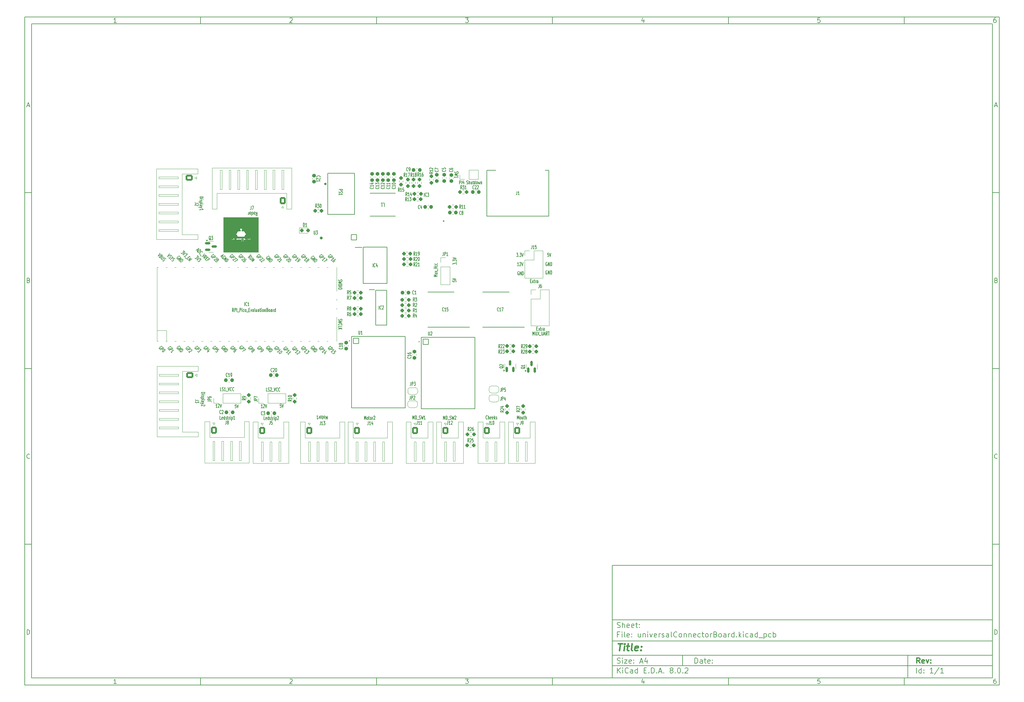
<source format=gto>
G04 #@! TF.GenerationSoftware,KiCad,Pcbnew,8.0.2*
G04 #@! TF.CreationDate,2024-05-26T03:41:07+02:00*
G04 #@! TF.ProjectId,universalConnectorBoard,756e6976-6572-4736-916c-436f6e6e6563,rev?*
G04 #@! TF.SameCoordinates,Original*
G04 #@! TF.FileFunction,Legend,Top*
G04 #@! TF.FilePolarity,Positive*
%FSLAX46Y46*%
G04 Gerber Fmt 4.6, Leading zero omitted, Abs format (unit mm)*
G04 Created by KiCad (PCBNEW 8.0.2) date 2024-05-26 03:41:07*
%MOMM*%
%LPD*%
G01*
G04 APERTURE LIST*
G04 Aperture macros list*
%AMRoundRect*
0 Rectangle with rounded corners*
0 $1 Rounding radius*
0 $2 $3 $4 $5 $6 $7 $8 $9 X,Y pos of 4 corners*
0 Add a 4 corners polygon primitive as box body*
4,1,4,$2,$3,$4,$5,$6,$7,$8,$9,$2,$3,0*
0 Add four circle primitives for the rounded corners*
1,1,$1+$1,$2,$3*
1,1,$1+$1,$4,$5*
1,1,$1+$1,$6,$7*
1,1,$1+$1,$8,$9*
0 Add four rect primitives between the rounded corners*
20,1,$1+$1,$2,$3,$4,$5,0*
20,1,$1+$1,$4,$5,$6,$7,0*
20,1,$1+$1,$6,$7,$8,$9,0*
20,1,$1+$1,$8,$9,$2,$3,0*%
%AMFreePoly0*
4,1,19,0.500000,-0.750000,0.000000,-0.750000,0.000000,-0.744911,-0.071157,-0.744911,-0.207708,-0.704816,-0.327430,-0.627875,-0.420627,-0.520320,-0.479746,-0.390866,-0.500000,-0.250000,-0.500000,0.250000,-0.479746,0.390866,-0.420627,0.520320,-0.327430,0.627875,-0.207708,0.704816,-0.071157,0.744911,0.000000,0.744911,0.000000,0.750000,0.500000,0.750000,0.500000,-0.750000,0.500000,-0.750000,
$1*%
%AMFreePoly1*
4,1,19,0.000000,0.744911,0.071157,0.744911,0.207708,0.704816,0.327430,0.627875,0.420627,0.520320,0.479746,0.390866,0.500000,0.250000,0.500000,-0.250000,0.479746,-0.390866,0.420627,-0.520320,0.327430,-0.627875,0.207708,-0.704816,0.071157,-0.744911,0.000000,-0.744911,0.000000,-0.750000,-0.500000,-0.750000,-0.500000,0.750000,0.000000,0.750000,0.000000,0.744911,0.000000,0.744911,
$1*%
G04 Aperture macros list end*
%ADD10C,0.100000*%
%ADD11C,0.150000*%
%ADD12C,0.300000*%
%ADD13C,0.400000*%
%ADD14C,0.153000*%
%ADD15C,0.000000*%
%ADD16C,0.120000*%
%ADD17C,0.200000*%
%ADD18C,0.127000*%
%ADD19C,0.225000*%
%ADD20O,1.800000X1.800000*%
%ADD21O,1.500000X1.500000*%
%ADD22O,1.700000X1.700000*%
%ADD23R,1.700000X3.500000*%
%ADD24R,1.700000X1.700000*%
%ADD25R,3.500000X1.700000*%
%ADD26C,1.280000*%
%ADD27RoundRect,0.102000X-0.762000X-0.762000X0.762000X-0.762000X0.762000X0.762000X-0.762000X0.762000X0*%
%ADD28C,1.728000*%
%ADD29C,6.404000*%
%ADD30R,2.900000X3.200000*%
%ADD31RoundRect,0.237500X-0.237500X0.300000X-0.237500X-0.300000X0.237500X-0.300000X0.237500X0.300000X0*%
%ADD32RoundRect,0.237500X0.237500X-0.300000X0.237500X0.300000X-0.237500X0.300000X-0.237500X-0.300000X0*%
%ADD33RoundRect,0.250000X-0.725000X0.600000X-0.725000X-0.600000X0.725000X-0.600000X0.725000X0.600000X0*%
%ADD34O,1.950000X1.700000*%
%ADD35FreePoly0,180.000000*%
%ADD36FreePoly1,180.000000*%
%ADD37RoundRect,0.237500X0.237500X-0.250000X0.237500X0.250000X-0.237500X0.250000X-0.237500X-0.250000X0*%
%ADD38RoundRect,0.237500X-0.250000X-0.237500X0.250000X-0.237500X0.250000X0.237500X-0.250000X0.237500X0*%
%ADD39R,5.100000X2.150000*%
%ADD40RoundRect,0.237500X0.300000X0.237500X-0.300000X0.237500X-0.300000X-0.237500X0.300000X-0.237500X0*%
%ADD41RoundRect,0.237500X0.250000X0.237500X-0.250000X0.237500X-0.250000X-0.237500X0.250000X-0.237500X0*%
%ADD42RoundRect,0.237500X-0.300000X-0.237500X0.300000X-0.237500X0.300000X0.237500X-0.300000X0.237500X0*%
%ADD43RoundRect,0.250000X-0.600000X-0.750000X0.600000X-0.750000X0.600000X0.750000X-0.600000X0.750000X0*%
%ADD44O,1.700000X2.000000*%
%ADD45R,1.525000X0.650000*%
%ADD46RoundRect,0.237500X-0.287500X-0.237500X0.287500X-0.237500X0.287500X0.237500X-0.287500X0.237500X0*%
%ADD47RoundRect,0.250000X-0.600000X-0.725000X0.600000X-0.725000X0.600000X0.725000X-0.600000X0.725000X0*%
%ADD48O,1.700000X1.950000*%
%ADD49RoundRect,0.237500X-0.237500X0.250000X-0.237500X-0.250000X0.237500X-0.250000X0.237500X0.250000X0*%
%ADD50RoundRect,0.150000X0.150000X-0.587500X0.150000X0.587500X-0.150000X0.587500X-0.150000X-0.587500X0*%
%ADD51RoundRect,0.250000X0.600000X0.725000X-0.600000X0.725000X-0.600000X-0.725000X0.600000X-0.725000X0*%
%ADD52C,2.025000*%
%ADD53RoundRect,0.150000X-0.587500X-0.150000X0.587500X-0.150000X0.587500X0.150000X-0.587500X0.150000X0*%
%ADD54R,1.950000X0.650000*%
%ADD55RoundRect,0.102000X-0.754000X-0.754000X0.754000X-0.754000X0.754000X0.754000X-0.754000X0.754000X0*%
%ADD56C,1.712000*%
%ADD57R,0.850000X0.250000*%
%ADD58R,0.250000X0.850000*%
%ADD59R,1.026000X1.075000*%
G04 APERTURE END LIST*
D10*
D11*
X177002200Y-166007200D02*
X285002200Y-166007200D01*
X285002200Y-198007200D01*
X177002200Y-198007200D01*
X177002200Y-166007200D01*
D10*
D11*
X10000000Y-10000000D02*
X287002200Y-10000000D01*
X287002200Y-200007200D01*
X10000000Y-200007200D01*
X10000000Y-10000000D01*
D10*
D11*
X12000000Y-12000000D02*
X285002200Y-12000000D01*
X285002200Y-198007200D01*
X12000000Y-198007200D01*
X12000000Y-12000000D01*
D10*
D11*
X60000000Y-12000000D02*
X60000000Y-10000000D01*
D10*
D11*
X110000000Y-12000000D02*
X110000000Y-10000000D01*
D10*
D11*
X160000000Y-12000000D02*
X160000000Y-10000000D01*
D10*
D11*
X210000000Y-12000000D02*
X210000000Y-10000000D01*
D10*
D11*
X260000000Y-12000000D02*
X260000000Y-10000000D01*
D10*
D11*
X36089160Y-11593604D02*
X35346303Y-11593604D01*
X35717731Y-11593604D02*
X35717731Y-10293604D01*
X35717731Y-10293604D02*
X35593922Y-10479319D01*
X35593922Y-10479319D02*
X35470112Y-10603128D01*
X35470112Y-10603128D02*
X35346303Y-10665033D01*
D10*
D11*
X85346303Y-10417414D02*
X85408207Y-10355509D01*
X85408207Y-10355509D02*
X85532017Y-10293604D01*
X85532017Y-10293604D02*
X85841541Y-10293604D01*
X85841541Y-10293604D02*
X85965350Y-10355509D01*
X85965350Y-10355509D02*
X86027255Y-10417414D01*
X86027255Y-10417414D02*
X86089160Y-10541223D01*
X86089160Y-10541223D02*
X86089160Y-10665033D01*
X86089160Y-10665033D02*
X86027255Y-10850747D01*
X86027255Y-10850747D02*
X85284398Y-11593604D01*
X85284398Y-11593604D02*
X86089160Y-11593604D01*
D10*
D11*
X135284398Y-10293604D02*
X136089160Y-10293604D01*
X136089160Y-10293604D02*
X135655826Y-10788842D01*
X135655826Y-10788842D02*
X135841541Y-10788842D01*
X135841541Y-10788842D02*
X135965350Y-10850747D01*
X135965350Y-10850747D02*
X136027255Y-10912652D01*
X136027255Y-10912652D02*
X136089160Y-11036461D01*
X136089160Y-11036461D02*
X136089160Y-11345985D01*
X136089160Y-11345985D02*
X136027255Y-11469795D01*
X136027255Y-11469795D02*
X135965350Y-11531700D01*
X135965350Y-11531700D02*
X135841541Y-11593604D01*
X135841541Y-11593604D02*
X135470112Y-11593604D01*
X135470112Y-11593604D02*
X135346303Y-11531700D01*
X135346303Y-11531700D02*
X135284398Y-11469795D01*
D10*
D11*
X185965350Y-10726938D02*
X185965350Y-11593604D01*
X185655826Y-10231700D02*
X185346303Y-11160271D01*
X185346303Y-11160271D02*
X186151064Y-11160271D01*
D10*
D11*
X236027255Y-10293604D02*
X235408207Y-10293604D01*
X235408207Y-10293604D02*
X235346303Y-10912652D01*
X235346303Y-10912652D02*
X235408207Y-10850747D01*
X235408207Y-10850747D02*
X235532017Y-10788842D01*
X235532017Y-10788842D02*
X235841541Y-10788842D01*
X235841541Y-10788842D02*
X235965350Y-10850747D01*
X235965350Y-10850747D02*
X236027255Y-10912652D01*
X236027255Y-10912652D02*
X236089160Y-11036461D01*
X236089160Y-11036461D02*
X236089160Y-11345985D01*
X236089160Y-11345985D02*
X236027255Y-11469795D01*
X236027255Y-11469795D02*
X235965350Y-11531700D01*
X235965350Y-11531700D02*
X235841541Y-11593604D01*
X235841541Y-11593604D02*
X235532017Y-11593604D01*
X235532017Y-11593604D02*
X235408207Y-11531700D01*
X235408207Y-11531700D02*
X235346303Y-11469795D01*
D10*
D11*
X285965350Y-10293604D02*
X285717731Y-10293604D01*
X285717731Y-10293604D02*
X285593922Y-10355509D01*
X285593922Y-10355509D02*
X285532017Y-10417414D01*
X285532017Y-10417414D02*
X285408207Y-10603128D01*
X285408207Y-10603128D02*
X285346303Y-10850747D01*
X285346303Y-10850747D02*
X285346303Y-11345985D01*
X285346303Y-11345985D02*
X285408207Y-11469795D01*
X285408207Y-11469795D02*
X285470112Y-11531700D01*
X285470112Y-11531700D02*
X285593922Y-11593604D01*
X285593922Y-11593604D02*
X285841541Y-11593604D01*
X285841541Y-11593604D02*
X285965350Y-11531700D01*
X285965350Y-11531700D02*
X286027255Y-11469795D01*
X286027255Y-11469795D02*
X286089160Y-11345985D01*
X286089160Y-11345985D02*
X286089160Y-11036461D01*
X286089160Y-11036461D02*
X286027255Y-10912652D01*
X286027255Y-10912652D02*
X285965350Y-10850747D01*
X285965350Y-10850747D02*
X285841541Y-10788842D01*
X285841541Y-10788842D02*
X285593922Y-10788842D01*
X285593922Y-10788842D02*
X285470112Y-10850747D01*
X285470112Y-10850747D02*
X285408207Y-10912652D01*
X285408207Y-10912652D02*
X285346303Y-11036461D01*
D10*
D11*
X60000000Y-198007200D02*
X60000000Y-200007200D01*
D10*
D11*
X110000000Y-198007200D02*
X110000000Y-200007200D01*
D10*
D11*
X160000000Y-198007200D02*
X160000000Y-200007200D01*
D10*
D11*
X210000000Y-198007200D02*
X210000000Y-200007200D01*
D10*
D11*
X260000000Y-198007200D02*
X260000000Y-200007200D01*
D10*
D11*
X36089160Y-199600804D02*
X35346303Y-199600804D01*
X35717731Y-199600804D02*
X35717731Y-198300804D01*
X35717731Y-198300804D02*
X35593922Y-198486519D01*
X35593922Y-198486519D02*
X35470112Y-198610328D01*
X35470112Y-198610328D02*
X35346303Y-198672233D01*
D10*
D11*
X85346303Y-198424614D02*
X85408207Y-198362709D01*
X85408207Y-198362709D02*
X85532017Y-198300804D01*
X85532017Y-198300804D02*
X85841541Y-198300804D01*
X85841541Y-198300804D02*
X85965350Y-198362709D01*
X85965350Y-198362709D02*
X86027255Y-198424614D01*
X86027255Y-198424614D02*
X86089160Y-198548423D01*
X86089160Y-198548423D02*
X86089160Y-198672233D01*
X86089160Y-198672233D02*
X86027255Y-198857947D01*
X86027255Y-198857947D02*
X85284398Y-199600804D01*
X85284398Y-199600804D02*
X86089160Y-199600804D01*
D10*
D11*
X135284398Y-198300804D02*
X136089160Y-198300804D01*
X136089160Y-198300804D02*
X135655826Y-198796042D01*
X135655826Y-198796042D02*
X135841541Y-198796042D01*
X135841541Y-198796042D02*
X135965350Y-198857947D01*
X135965350Y-198857947D02*
X136027255Y-198919852D01*
X136027255Y-198919852D02*
X136089160Y-199043661D01*
X136089160Y-199043661D02*
X136089160Y-199353185D01*
X136089160Y-199353185D02*
X136027255Y-199476995D01*
X136027255Y-199476995D02*
X135965350Y-199538900D01*
X135965350Y-199538900D02*
X135841541Y-199600804D01*
X135841541Y-199600804D02*
X135470112Y-199600804D01*
X135470112Y-199600804D02*
X135346303Y-199538900D01*
X135346303Y-199538900D02*
X135284398Y-199476995D01*
D10*
D11*
X185965350Y-198734138D02*
X185965350Y-199600804D01*
X185655826Y-198238900D02*
X185346303Y-199167471D01*
X185346303Y-199167471D02*
X186151064Y-199167471D01*
D10*
D11*
X236027255Y-198300804D02*
X235408207Y-198300804D01*
X235408207Y-198300804D02*
X235346303Y-198919852D01*
X235346303Y-198919852D02*
X235408207Y-198857947D01*
X235408207Y-198857947D02*
X235532017Y-198796042D01*
X235532017Y-198796042D02*
X235841541Y-198796042D01*
X235841541Y-198796042D02*
X235965350Y-198857947D01*
X235965350Y-198857947D02*
X236027255Y-198919852D01*
X236027255Y-198919852D02*
X236089160Y-199043661D01*
X236089160Y-199043661D02*
X236089160Y-199353185D01*
X236089160Y-199353185D02*
X236027255Y-199476995D01*
X236027255Y-199476995D02*
X235965350Y-199538900D01*
X235965350Y-199538900D02*
X235841541Y-199600804D01*
X235841541Y-199600804D02*
X235532017Y-199600804D01*
X235532017Y-199600804D02*
X235408207Y-199538900D01*
X235408207Y-199538900D02*
X235346303Y-199476995D01*
D10*
D11*
X285965350Y-198300804D02*
X285717731Y-198300804D01*
X285717731Y-198300804D02*
X285593922Y-198362709D01*
X285593922Y-198362709D02*
X285532017Y-198424614D01*
X285532017Y-198424614D02*
X285408207Y-198610328D01*
X285408207Y-198610328D02*
X285346303Y-198857947D01*
X285346303Y-198857947D02*
X285346303Y-199353185D01*
X285346303Y-199353185D02*
X285408207Y-199476995D01*
X285408207Y-199476995D02*
X285470112Y-199538900D01*
X285470112Y-199538900D02*
X285593922Y-199600804D01*
X285593922Y-199600804D02*
X285841541Y-199600804D01*
X285841541Y-199600804D02*
X285965350Y-199538900D01*
X285965350Y-199538900D02*
X286027255Y-199476995D01*
X286027255Y-199476995D02*
X286089160Y-199353185D01*
X286089160Y-199353185D02*
X286089160Y-199043661D01*
X286089160Y-199043661D02*
X286027255Y-198919852D01*
X286027255Y-198919852D02*
X285965350Y-198857947D01*
X285965350Y-198857947D02*
X285841541Y-198796042D01*
X285841541Y-198796042D02*
X285593922Y-198796042D01*
X285593922Y-198796042D02*
X285470112Y-198857947D01*
X285470112Y-198857947D02*
X285408207Y-198919852D01*
X285408207Y-198919852D02*
X285346303Y-199043661D01*
D10*
D11*
X10000000Y-60000000D02*
X12000000Y-60000000D01*
D10*
D11*
X10000000Y-110000000D02*
X12000000Y-110000000D01*
D10*
D11*
X10000000Y-160000000D02*
X12000000Y-160000000D01*
D10*
D11*
X10690476Y-35222176D02*
X11309523Y-35222176D01*
X10566666Y-35593604D02*
X10999999Y-34293604D01*
X10999999Y-34293604D02*
X11433333Y-35593604D01*
D10*
D11*
X11092857Y-84912652D02*
X11278571Y-84974557D01*
X11278571Y-84974557D02*
X11340476Y-85036461D01*
X11340476Y-85036461D02*
X11402380Y-85160271D01*
X11402380Y-85160271D02*
X11402380Y-85345985D01*
X11402380Y-85345985D02*
X11340476Y-85469795D01*
X11340476Y-85469795D02*
X11278571Y-85531700D01*
X11278571Y-85531700D02*
X11154761Y-85593604D01*
X11154761Y-85593604D02*
X10659523Y-85593604D01*
X10659523Y-85593604D02*
X10659523Y-84293604D01*
X10659523Y-84293604D02*
X11092857Y-84293604D01*
X11092857Y-84293604D02*
X11216666Y-84355509D01*
X11216666Y-84355509D02*
X11278571Y-84417414D01*
X11278571Y-84417414D02*
X11340476Y-84541223D01*
X11340476Y-84541223D02*
X11340476Y-84665033D01*
X11340476Y-84665033D02*
X11278571Y-84788842D01*
X11278571Y-84788842D02*
X11216666Y-84850747D01*
X11216666Y-84850747D02*
X11092857Y-84912652D01*
X11092857Y-84912652D02*
X10659523Y-84912652D01*
D10*
D11*
X11402380Y-135469795D02*
X11340476Y-135531700D01*
X11340476Y-135531700D02*
X11154761Y-135593604D01*
X11154761Y-135593604D02*
X11030952Y-135593604D01*
X11030952Y-135593604D02*
X10845238Y-135531700D01*
X10845238Y-135531700D02*
X10721428Y-135407890D01*
X10721428Y-135407890D02*
X10659523Y-135284080D01*
X10659523Y-135284080D02*
X10597619Y-135036461D01*
X10597619Y-135036461D02*
X10597619Y-134850747D01*
X10597619Y-134850747D02*
X10659523Y-134603128D01*
X10659523Y-134603128D02*
X10721428Y-134479319D01*
X10721428Y-134479319D02*
X10845238Y-134355509D01*
X10845238Y-134355509D02*
X11030952Y-134293604D01*
X11030952Y-134293604D02*
X11154761Y-134293604D01*
X11154761Y-134293604D02*
X11340476Y-134355509D01*
X11340476Y-134355509D02*
X11402380Y-134417414D01*
D10*
D11*
X10659523Y-185593604D02*
X10659523Y-184293604D01*
X10659523Y-184293604D02*
X10969047Y-184293604D01*
X10969047Y-184293604D02*
X11154761Y-184355509D01*
X11154761Y-184355509D02*
X11278571Y-184479319D01*
X11278571Y-184479319D02*
X11340476Y-184603128D01*
X11340476Y-184603128D02*
X11402380Y-184850747D01*
X11402380Y-184850747D02*
X11402380Y-185036461D01*
X11402380Y-185036461D02*
X11340476Y-185284080D01*
X11340476Y-185284080D02*
X11278571Y-185407890D01*
X11278571Y-185407890D02*
X11154761Y-185531700D01*
X11154761Y-185531700D02*
X10969047Y-185593604D01*
X10969047Y-185593604D02*
X10659523Y-185593604D01*
D10*
D11*
X287002200Y-60000000D02*
X285002200Y-60000000D01*
D10*
D11*
X287002200Y-110000000D02*
X285002200Y-110000000D01*
D10*
D11*
X287002200Y-160000000D02*
X285002200Y-160000000D01*
D10*
D11*
X285692676Y-35222176D02*
X286311723Y-35222176D01*
X285568866Y-35593604D02*
X286002199Y-34293604D01*
X286002199Y-34293604D02*
X286435533Y-35593604D01*
D10*
D11*
X286095057Y-84912652D02*
X286280771Y-84974557D01*
X286280771Y-84974557D02*
X286342676Y-85036461D01*
X286342676Y-85036461D02*
X286404580Y-85160271D01*
X286404580Y-85160271D02*
X286404580Y-85345985D01*
X286404580Y-85345985D02*
X286342676Y-85469795D01*
X286342676Y-85469795D02*
X286280771Y-85531700D01*
X286280771Y-85531700D02*
X286156961Y-85593604D01*
X286156961Y-85593604D02*
X285661723Y-85593604D01*
X285661723Y-85593604D02*
X285661723Y-84293604D01*
X285661723Y-84293604D02*
X286095057Y-84293604D01*
X286095057Y-84293604D02*
X286218866Y-84355509D01*
X286218866Y-84355509D02*
X286280771Y-84417414D01*
X286280771Y-84417414D02*
X286342676Y-84541223D01*
X286342676Y-84541223D02*
X286342676Y-84665033D01*
X286342676Y-84665033D02*
X286280771Y-84788842D01*
X286280771Y-84788842D02*
X286218866Y-84850747D01*
X286218866Y-84850747D02*
X286095057Y-84912652D01*
X286095057Y-84912652D02*
X285661723Y-84912652D01*
D10*
D11*
X286404580Y-135469795D02*
X286342676Y-135531700D01*
X286342676Y-135531700D02*
X286156961Y-135593604D01*
X286156961Y-135593604D02*
X286033152Y-135593604D01*
X286033152Y-135593604D02*
X285847438Y-135531700D01*
X285847438Y-135531700D02*
X285723628Y-135407890D01*
X285723628Y-135407890D02*
X285661723Y-135284080D01*
X285661723Y-135284080D02*
X285599819Y-135036461D01*
X285599819Y-135036461D02*
X285599819Y-134850747D01*
X285599819Y-134850747D02*
X285661723Y-134603128D01*
X285661723Y-134603128D02*
X285723628Y-134479319D01*
X285723628Y-134479319D02*
X285847438Y-134355509D01*
X285847438Y-134355509D02*
X286033152Y-134293604D01*
X286033152Y-134293604D02*
X286156961Y-134293604D01*
X286156961Y-134293604D02*
X286342676Y-134355509D01*
X286342676Y-134355509D02*
X286404580Y-134417414D01*
D10*
D11*
X285661723Y-185593604D02*
X285661723Y-184293604D01*
X285661723Y-184293604D02*
X285971247Y-184293604D01*
X285971247Y-184293604D02*
X286156961Y-184355509D01*
X286156961Y-184355509D02*
X286280771Y-184479319D01*
X286280771Y-184479319D02*
X286342676Y-184603128D01*
X286342676Y-184603128D02*
X286404580Y-184850747D01*
X286404580Y-184850747D02*
X286404580Y-185036461D01*
X286404580Y-185036461D02*
X286342676Y-185284080D01*
X286342676Y-185284080D02*
X286280771Y-185407890D01*
X286280771Y-185407890D02*
X286156961Y-185531700D01*
X286156961Y-185531700D02*
X285971247Y-185593604D01*
X285971247Y-185593604D02*
X285661723Y-185593604D01*
D10*
D11*
X200458026Y-193793328D02*
X200458026Y-192293328D01*
X200458026Y-192293328D02*
X200815169Y-192293328D01*
X200815169Y-192293328D02*
X201029455Y-192364757D01*
X201029455Y-192364757D02*
X201172312Y-192507614D01*
X201172312Y-192507614D02*
X201243741Y-192650471D01*
X201243741Y-192650471D02*
X201315169Y-192936185D01*
X201315169Y-192936185D02*
X201315169Y-193150471D01*
X201315169Y-193150471D02*
X201243741Y-193436185D01*
X201243741Y-193436185D02*
X201172312Y-193579042D01*
X201172312Y-193579042D02*
X201029455Y-193721900D01*
X201029455Y-193721900D02*
X200815169Y-193793328D01*
X200815169Y-193793328D02*
X200458026Y-193793328D01*
X202600884Y-193793328D02*
X202600884Y-193007614D01*
X202600884Y-193007614D02*
X202529455Y-192864757D01*
X202529455Y-192864757D02*
X202386598Y-192793328D01*
X202386598Y-192793328D02*
X202100884Y-192793328D01*
X202100884Y-192793328D02*
X201958026Y-192864757D01*
X202600884Y-193721900D02*
X202458026Y-193793328D01*
X202458026Y-193793328D02*
X202100884Y-193793328D01*
X202100884Y-193793328D02*
X201958026Y-193721900D01*
X201958026Y-193721900D02*
X201886598Y-193579042D01*
X201886598Y-193579042D02*
X201886598Y-193436185D01*
X201886598Y-193436185D02*
X201958026Y-193293328D01*
X201958026Y-193293328D02*
X202100884Y-193221900D01*
X202100884Y-193221900D02*
X202458026Y-193221900D01*
X202458026Y-193221900D02*
X202600884Y-193150471D01*
X203100884Y-192793328D02*
X203672312Y-192793328D01*
X203315169Y-192293328D02*
X203315169Y-193579042D01*
X203315169Y-193579042D02*
X203386598Y-193721900D01*
X203386598Y-193721900D02*
X203529455Y-193793328D01*
X203529455Y-193793328D02*
X203672312Y-193793328D01*
X204743741Y-193721900D02*
X204600884Y-193793328D01*
X204600884Y-193793328D02*
X204315170Y-193793328D01*
X204315170Y-193793328D02*
X204172312Y-193721900D01*
X204172312Y-193721900D02*
X204100884Y-193579042D01*
X204100884Y-193579042D02*
X204100884Y-193007614D01*
X204100884Y-193007614D02*
X204172312Y-192864757D01*
X204172312Y-192864757D02*
X204315170Y-192793328D01*
X204315170Y-192793328D02*
X204600884Y-192793328D01*
X204600884Y-192793328D02*
X204743741Y-192864757D01*
X204743741Y-192864757D02*
X204815170Y-193007614D01*
X204815170Y-193007614D02*
X204815170Y-193150471D01*
X204815170Y-193150471D02*
X204100884Y-193293328D01*
X205458026Y-193650471D02*
X205529455Y-193721900D01*
X205529455Y-193721900D02*
X205458026Y-193793328D01*
X205458026Y-193793328D02*
X205386598Y-193721900D01*
X205386598Y-193721900D02*
X205458026Y-193650471D01*
X205458026Y-193650471D02*
X205458026Y-193793328D01*
X205458026Y-192864757D02*
X205529455Y-192936185D01*
X205529455Y-192936185D02*
X205458026Y-193007614D01*
X205458026Y-193007614D02*
X205386598Y-192936185D01*
X205386598Y-192936185D02*
X205458026Y-192864757D01*
X205458026Y-192864757D02*
X205458026Y-193007614D01*
D10*
D11*
X177002200Y-194507200D02*
X285002200Y-194507200D01*
D10*
D11*
X178458026Y-196593328D02*
X178458026Y-195093328D01*
X179315169Y-196593328D02*
X178672312Y-195736185D01*
X179315169Y-195093328D02*
X178458026Y-195950471D01*
X179958026Y-196593328D02*
X179958026Y-195593328D01*
X179958026Y-195093328D02*
X179886598Y-195164757D01*
X179886598Y-195164757D02*
X179958026Y-195236185D01*
X179958026Y-195236185D02*
X180029455Y-195164757D01*
X180029455Y-195164757D02*
X179958026Y-195093328D01*
X179958026Y-195093328D02*
X179958026Y-195236185D01*
X181529455Y-196450471D02*
X181458027Y-196521900D01*
X181458027Y-196521900D02*
X181243741Y-196593328D01*
X181243741Y-196593328D02*
X181100884Y-196593328D01*
X181100884Y-196593328D02*
X180886598Y-196521900D01*
X180886598Y-196521900D02*
X180743741Y-196379042D01*
X180743741Y-196379042D02*
X180672312Y-196236185D01*
X180672312Y-196236185D02*
X180600884Y-195950471D01*
X180600884Y-195950471D02*
X180600884Y-195736185D01*
X180600884Y-195736185D02*
X180672312Y-195450471D01*
X180672312Y-195450471D02*
X180743741Y-195307614D01*
X180743741Y-195307614D02*
X180886598Y-195164757D01*
X180886598Y-195164757D02*
X181100884Y-195093328D01*
X181100884Y-195093328D02*
X181243741Y-195093328D01*
X181243741Y-195093328D02*
X181458027Y-195164757D01*
X181458027Y-195164757D02*
X181529455Y-195236185D01*
X182815170Y-196593328D02*
X182815170Y-195807614D01*
X182815170Y-195807614D02*
X182743741Y-195664757D01*
X182743741Y-195664757D02*
X182600884Y-195593328D01*
X182600884Y-195593328D02*
X182315170Y-195593328D01*
X182315170Y-195593328D02*
X182172312Y-195664757D01*
X182815170Y-196521900D02*
X182672312Y-196593328D01*
X182672312Y-196593328D02*
X182315170Y-196593328D01*
X182315170Y-196593328D02*
X182172312Y-196521900D01*
X182172312Y-196521900D02*
X182100884Y-196379042D01*
X182100884Y-196379042D02*
X182100884Y-196236185D01*
X182100884Y-196236185D02*
X182172312Y-196093328D01*
X182172312Y-196093328D02*
X182315170Y-196021900D01*
X182315170Y-196021900D02*
X182672312Y-196021900D01*
X182672312Y-196021900D02*
X182815170Y-195950471D01*
X184172313Y-196593328D02*
X184172313Y-195093328D01*
X184172313Y-196521900D02*
X184029455Y-196593328D01*
X184029455Y-196593328D02*
X183743741Y-196593328D01*
X183743741Y-196593328D02*
X183600884Y-196521900D01*
X183600884Y-196521900D02*
X183529455Y-196450471D01*
X183529455Y-196450471D02*
X183458027Y-196307614D01*
X183458027Y-196307614D02*
X183458027Y-195879042D01*
X183458027Y-195879042D02*
X183529455Y-195736185D01*
X183529455Y-195736185D02*
X183600884Y-195664757D01*
X183600884Y-195664757D02*
X183743741Y-195593328D01*
X183743741Y-195593328D02*
X184029455Y-195593328D01*
X184029455Y-195593328D02*
X184172313Y-195664757D01*
X186029455Y-195807614D02*
X186529455Y-195807614D01*
X186743741Y-196593328D02*
X186029455Y-196593328D01*
X186029455Y-196593328D02*
X186029455Y-195093328D01*
X186029455Y-195093328D02*
X186743741Y-195093328D01*
X187386598Y-196450471D02*
X187458027Y-196521900D01*
X187458027Y-196521900D02*
X187386598Y-196593328D01*
X187386598Y-196593328D02*
X187315170Y-196521900D01*
X187315170Y-196521900D02*
X187386598Y-196450471D01*
X187386598Y-196450471D02*
X187386598Y-196593328D01*
X188100884Y-196593328D02*
X188100884Y-195093328D01*
X188100884Y-195093328D02*
X188458027Y-195093328D01*
X188458027Y-195093328D02*
X188672313Y-195164757D01*
X188672313Y-195164757D02*
X188815170Y-195307614D01*
X188815170Y-195307614D02*
X188886599Y-195450471D01*
X188886599Y-195450471D02*
X188958027Y-195736185D01*
X188958027Y-195736185D02*
X188958027Y-195950471D01*
X188958027Y-195950471D02*
X188886599Y-196236185D01*
X188886599Y-196236185D02*
X188815170Y-196379042D01*
X188815170Y-196379042D02*
X188672313Y-196521900D01*
X188672313Y-196521900D02*
X188458027Y-196593328D01*
X188458027Y-196593328D02*
X188100884Y-196593328D01*
X189600884Y-196450471D02*
X189672313Y-196521900D01*
X189672313Y-196521900D02*
X189600884Y-196593328D01*
X189600884Y-196593328D02*
X189529456Y-196521900D01*
X189529456Y-196521900D02*
X189600884Y-196450471D01*
X189600884Y-196450471D02*
X189600884Y-196593328D01*
X190243742Y-196164757D02*
X190958028Y-196164757D01*
X190100885Y-196593328D02*
X190600885Y-195093328D01*
X190600885Y-195093328D02*
X191100885Y-196593328D01*
X191600884Y-196450471D02*
X191672313Y-196521900D01*
X191672313Y-196521900D02*
X191600884Y-196593328D01*
X191600884Y-196593328D02*
X191529456Y-196521900D01*
X191529456Y-196521900D02*
X191600884Y-196450471D01*
X191600884Y-196450471D02*
X191600884Y-196593328D01*
X193672313Y-195736185D02*
X193529456Y-195664757D01*
X193529456Y-195664757D02*
X193458027Y-195593328D01*
X193458027Y-195593328D02*
X193386599Y-195450471D01*
X193386599Y-195450471D02*
X193386599Y-195379042D01*
X193386599Y-195379042D02*
X193458027Y-195236185D01*
X193458027Y-195236185D02*
X193529456Y-195164757D01*
X193529456Y-195164757D02*
X193672313Y-195093328D01*
X193672313Y-195093328D02*
X193958027Y-195093328D01*
X193958027Y-195093328D02*
X194100885Y-195164757D01*
X194100885Y-195164757D02*
X194172313Y-195236185D01*
X194172313Y-195236185D02*
X194243742Y-195379042D01*
X194243742Y-195379042D02*
X194243742Y-195450471D01*
X194243742Y-195450471D02*
X194172313Y-195593328D01*
X194172313Y-195593328D02*
X194100885Y-195664757D01*
X194100885Y-195664757D02*
X193958027Y-195736185D01*
X193958027Y-195736185D02*
X193672313Y-195736185D01*
X193672313Y-195736185D02*
X193529456Y-195807614D01*
X193529456Y-195807614D02*
X193458027Y-195879042D01*
X193458027Y-195879042D02*
X193386599Y-196021900D01*
X193386599Y-196021900D02*
X193386599Y-196307614D01*
X193386599Y-196307614D02*
X193458027Y-196450471D01*
X193458027Y-196450471D02*
X193529456Y-196521900D01*
X193529456Y-196521900D02*
X193672313Y-196593328D01*
X193672313Y-196593328D02*
X193958027Y-196593328D01*
X193958027Y-196593328D02*
X194100885Y-196521900D01*
X194100885Y-196521900D02*
X194172313Y-196450471D01*
X194172313Y-196450471D02*
X194243742Y-196307614D01*
X194243742Y-196307614D02*
X194243742Y-196021900D01*
X194243742Y-196021900D02*
X194172313Y-195879042D01*
X194172313Y-195879042D02*
X194100885Y-195807614D01*
X194100885Y-195807614D02*
X193958027Y-195736185D01*
X194886598Y-196450471D02*
X194958027Y-196521900D01*
X194958027Y-196521900D02*
X194886598Y-196593328D01*
X194886598Y-196593328D02*
X194815170Y-196521900D01*
X194815170Y-196521900D02*
X194886598Y-196450471D01*
X194886598Y-196450471D02*
X194886598Y-196593328D01*
X195886599Y-195093328D02*
X196029456Y-195093328D01*
X196029456Y-195093328D02*
X196172313Y-195164757D01*
X196172313Y-195164757D02*
X196243742Y-195236185D01*
X196243742Y-195236185D02*
X196315170Y-195379042D01*
X196315170Y-195379042D02*
X196386599Y-195664757D01*
X196386599Y-195664757D02*
X196386599Y-196021900D01*
X196386599Y-196021900D02*
X196315170Y-196307614D01*
X196315170Y-196307614D02*
X196243742Y-196450471D01*
X196243742Y-196450471D02*
X196172313Y-196521900D01*
X196172313Y-196521900D02*
X196029456Y-196593328D01*
X196029456Y-196593328D02*
X195886599Y-196593328D01*
X195886599Y-196593328D02*
X195743742Y-196521900D01*
X195743742Y-196521900D02*
X195672313Y-196450471D01*
X195672313Y-196450471D02*
X195600884Y-196307614D01*
X195600884Y-196307614D02*
X195529456Y-196021900D01*
X195529456Y-196021900D02*
X195529456Y-195664757D01*
X195529456Y-195664757D02*
X195600884Y-195379042D01*
X195600884Y-195379042D02*
X195672313Y-195236185D01*
X195672313Y-195236185D02*
X195743742Y-195164757D01*
X195743742Y-195164757D02*
X195886599Y-195093328D01*
X197029455Y-196450471D02*
X197100884Y-196521900D01*
X197100884Y-196521900D02*
X197029455Y-196593328D01*
X197029455Y-196593328D02*
X196958027Y-196521900D01*
X196958027Y-196521900D02*
X197029455Y-196450471D01*
X197029455Y-196450471D02*
X197029455Y-196593328D01*
X197672313Y-195236185D02*
X197743741Y-195164757D01*
X197743741Y-195164757D02*
X197886599Y-195093328D01*
X197886599Y-195093328D02*
X198243741Y-195093328D01*
X198243741Y-195093328D02*
X198386599Y-195164757D01*
X198386599Y-195164757D02*
X198458027Y-195236185D01*
X198458027Y-195236185D02*
X198529456Y-195379042D01*
X198529456Y-195379042D02*
X198529456Y-195521900D01*
X198529456Y-195521900D02*
X198458027Y-195736185D01*
X198458027Y-195736185D02*
X197600884Y-196593328D01*
X197600884Y-196593328D02*
X198529456Y-196593328D01*
D10*
D11*
X177002200Y-191507200D02*
X285002200Y-191507200D01*
D10*
D12*
X264413853Y-193785528D02*
X263913853Y-193071242D01*
X263556710Y-193785528D02*
X263556710Y-192285528D01*
X263556710Y-192285528D02*
X264128139Y-192285528D01*
X264128139Y-192285528D02*
X264270996Y-192356957D01*
X264270996Y-192356957D02*
X264342425Y-192428385D01*
X264342425Y-192428385D02*
X264413853Y-192571242D01*
X264413853Y-192571242D02*
X264413853Y-192785528D01*
X264413853Y-192785528D02*
X264342425Y-192928385D01*
X264342425Y-192928385D02*
X264270996Y-192999814D01*
X264270996Y-192999814D02*
X264128139Y-193071242D01*
X264128139Y-193071242D02*
X263556710Y-193071242D01*
X265628139Y-193714100D02*
X265485282Y-193785528D01*
X265485282Y-193785528D02*
X265199568Y-193785528D01*
X265199568Y-193785528D02*
X265056710Y-193714100D01*
X265056710Y-193714100D02*
X264985282Y-193571242D01*
X264985282Y-193571242D02*
X264985282Y-192999814D01*
X264985282Y-192999814D02*
X265056710Y-192856957D01*
X265056710Y-192856957D02*
X265199568Y-192785528D01*
X265199568Y-192785528D02*
X265485282Y-192785528D01*
X265485282Y-192785528D02*
X265628139Y-192856957D01*
X265628139Y-192856957D02*
X265699568Y-192999814D01*
X265699568Y-192999814D02*
X265699568Y-193142671D01*
X265699568Y-193142671D02*
X264985282Y-193285528D01*
X266199567Y-192785528D02*
X266556710Y-193785528D01*
X266556710Y-193785528D02*
X266913853Y-192785528D01*
X267485281Y-193642671D02*
X267556710Y-193714100D01*
X267556710Y-193714100D02*
X267485281Y-193785528D01*
X267485281Y-193785528D02*
X267413853Y-193714100D01*
X267413853Y-193714100D02*
X267485281Y-193642671D01*
X267485281Y-193642671D02*
X267485281Y-193785528D01*
X267485281Y-192856957D02*
X267556710Y-192928385D01*
X267556710Y-192928385D02*
X267485281Y-192999814D01*
X267485281Y-192999814D02*
X267413853Y-192928385D01*
X267413853Y-192928385D02*
X267485281Y-192856957D01*
X267485281Y-192856957D02*
X267485281Y-192999814D01*
D10*
D11*
X178386598Y-193721900D02*
X178600884Y-193793328D01*
X178600884Y-193793328D02*
X178958026Y-193793328D01*
X178958026Y-193793328D02*
X179100884Y-193721900D01*
X179100884Y-193721900D02*
X179172312Y-193650471D01*
X179172312Y-193650471D02*
X179243741Y-193507614D01*
X179243741Y-193507614D02*
X179243741Y-193364757D01*
X179243741Y-193364757D02*
X179172312Y-193221900D01*
X179172312Y-193221900D02*
X179100884Y-193150471D01*
X179100884Y-193150471D02*
X178958026Y-193079042D01*
X178958026Y-193079042D02*
X178672312Y-193007614D01*
X178672312Y-193007614D02*
X178529455Y-192936185D01*
X178529455Y-192936185D02*
X178458026Y-192864757D01*
X178458026Y-192864757D02*
X178386598Y-192721900D01*
X178386598Y-192721900D02*
X178386598Y-192579042D01*
X178386598Y-192579042D02*
X178458026Y-192436185D01*
X178458026Y-192436185D02*
X178529455Y-192364757D01*
X178529455Y-192364757D02*
X178672312Y-192293328D01*
X178672312Y-192293328D02*
X179029455Y-192293328D01*
X179029455Y-192293328D02*
X179243741Y-192364757D01*
X179886597Y-193793328D02*
X179886597Y-192793328D01*
X179886597Y-192293328D02*
X179815169Y-192364757D01*
X179815169Y-192364757D02*
X179886597Y-192436185D01*
X179886597Y-192436185D02*
X179958026Y-192364757D01*
X179958026Y-192364757D02*
X179886597Y-192293328D01*
X179886597Y-192293328D02*
X179886597Y-192436185D01*
X180458026Y-192793328D02*
X181243741Y-192793328D01*
X181243741Y-192793328D02*
X180458026Y-193793328D01*
X180458026Y-193793328D02*
X181243741Y-193793328D01*
X182386598Y-193721900D02*
X182243741Y-193793328D01*
X182243741Y-193793328D02*
X181958027Y-193793328D01*
X181958027Y-193793328D02*
X181815169Y-193721900D01*
X181815169Y-193721900D02*
X181743741Y-193579042D01*
X181743741Y-193579042D02*
X181743741Y-193007614D01*
X181743741Y-193007614D02*
X181815169Y-192864757D01*
X181815169Y-192864757D02*
X181958027Y-192793328D01*
X181958027Y-192793328D02*
X182243741Y-192793328D01*
X182243741Y-192793328D02*
X182386598Y-192864757D01*
X182386598Y-192864757D02*
X182458027Y-193007614D01*
X182458027Y-193007614D02*
X182458027Y-193150471D01*
X182458027Y-193150471D02*
X181743741Y-193293328D01*
X183100883Y-193650471D02*
X183172312Y-193721900D01*
X183172312Y-193721900D02*
X183100883Y-193793328D01*
X183100883Y-193793328D02*
X183029455Y-193721900D01*
X183029455Y-193721900D02*
X183100883Y-193650471D01*
X183100883Y-193650471D02*
X183100883Y-193793328D01*
X183100883Y-192864757D02*
X183172312Y-192936185D01*
X183172312Y-192936185D02*
X183100883Y-193007614D01*
X183100883Y-193007614D02*
X183029455Y-192936185D01*
X183029455Y-192936185D02*
X183100883Y-192864757D01*
X183100883Y-192864757D02*
X183100883Y-193007614D01*
X184886598Y-193364757D02*
X185600884Y-193364757D01*
X184743741Y-193793328D02*
X185243741Y-192293328D01*
X185243741Y-192293328D02*
X185743741Y-193793328D01*
X186886598Y-192793328D02*
X186886598Y-193793328D01*
X186529455Y-192221900D02*
X186172312Y-193293328D01*
X186172312Y-193293328D02*
X187100883Y-193293328D01*
D10*
D11*
X263458026Y-196593328D02*
X263458026Y-195093328D01*
X264815170Y-196593328D02*
X264815170Y-195093328D01*
X264815170Y-196521900D02*
X264672312Y-196593328D01*
X264672312Y-196593328D02*
X264386598Y-196593328D01*
X264386598Y-196593328D02*
X264243741Y-196521900D01*
X264243741Y-196521900D02*
X264172312Y-196450471D01*
X264172312Y-196450471D02*
X264100884Y-196307614D01*
X264100884Y-196307614D02*
X264100884Y-195879042D01*
X264100884Y-195879042D02*
X264172312Y-195736185D01*
X264172312Y-195736185D02*
X264243741Y-195664757D01*
X264243741Y-195664757D02*
X264386598Y-195593328D01*
X264386598Y-195593328D02*
X264672312Y-195593328D01*
X264672312Y-195593328D02*
X264815170Y-195664757D01*
X265529455Y-196450471D02*
X265600884Y-196521900D01*
X265600884Y-196521900D02*
X265529455Y-196593328D01*
X265529455Y-196593328D02*
X265458027Y-196521900D01*
X265458027Y-196521900D02*
X265529455Y-196450471D01*
X265529455Y-196450471D02*
X265529455Y-196593328D01*
X265529455Y-195664757D02*
X265600884Y-195736185D01*
X265600884Y-195736185D02*
X265529455Y-195807614D01*
X265529455Y-195807614D02*
X265458027Y-195736185D01*
X265458027Y-195736185D02*
X265529455Y-195664757D01*
X265529455Y-195664757D02*
X265529455Y-195807614D01*
X268172313Y-196593328D02*
X267315170Y-196593328D01*
X267743741Y-196593328D02*
X267743741Y-195093328D01*
X267743741Y-195093328D02*
X267600884Y-195307614D01*
X267600884Y-195307614D02*
X267458027Y-195450471D01*
X267458027Y-195450471D02*
X267315170Y-195521900D01*
X269886598Y-195021900D02*
X268600884Y-196950471D01*
X271172313Y-196593328D02*
X270315170Y-196593328D01*
X270743741Y-196593328D02*
X270743741Y-195093328D01*
X270743741Y-195093328D02*
X270600884Y-195307614D01*
X270600884Y-195307614D02*
X270458027Y-195450471D01*
X270458027Y-195450471D02*
X270315170Y-195521900D01*
D10*
D11*
X177002200Y-187507200D02*
X285002200Y-187507200D01*
D10*
D13*
X178693928Y-188211638D02*
X179836785Y-188211638D01*
X179015357Y-190211638D02*
X179265357Y-188211638D01*
X180253452Y-190211638D02*
X180420119Y-188878304D01*
X180503452Y-188211638D02*
X180396309Y-188306876D01*
X180396309Y-188306876D02*
X180479643Y-188402114D01*
X180479643Y-188402114D02*
X180586786Y-188306876D01*
X180586786Y-188306876D02*
X180503452Y-188211638D01*
X180503452Y-188211638D02*
X180479643Y-188402114D01*
X181086786Y-188878304D02*
X181848690Y-188878304D01*
X181455833Y-188211638D02*
X181241548Y-189925923D01*
X181241548Y-189925923D02*
X181312976Y-190116400D01*
X181312976Y-190116400D02*
X181491548Y-190211638D01*
X181491548Y-190211638D02*
X181682024Y-190211638D01*
X182634405Y-190211638D02*
X182455833Y-190116400D01*
X182455833Y-190116400D02*
X182384405Y-189925923D01*
X182384405Y-189925923D02*
X182598690Y-188211638D01*
X184170119Y-190116400D02*
X183967738Y-190211638D01*
X183967738Y-190211638D02*
X183586785Y-190211638D01*
X183586785Y-190211638D02*
X183408214Y-190116400D01*
X183408214Y-190116400D02*
X183336785Y-189925923D01*
X183336785Y-189925923D02*
X183432024Y-189164019D01*
X183432024Y-189164019D02*
X183551071Y-188973542D01*
X183551071Y-188973542D02*
X183753452Y-188878304D01*
X183753452Y-188878304D02*
X184134404Y-188878304D01*
X184134404Y-188878304D02*
X184312976Y-188973542D01*
X184312976Y-188973542D02*
X184384404Y-189164019D01*
X184384404Y-189164019D02*
X184360595Y-189354495D01*
X184360595Y-189354495D02*
X183384404Y-189544971D01*
X185134405Y-190021161D02*
X185217738Y-190116400D01*
X185217738Y-190116400D02*
X185110595Y-190211638D01*
X185110595Y-190211638D02*
X185027262Y-190116400D01*
X185027262Y-190116400D02*
X185134405Y-190021161D01*
X185134405Y-190021161D02*
X185110595Y-190211638D01*
X185265357Y-188973542D02*
X185348690Y-189068780D01*
X185348690Y-189068780D02*
X185241548Y-189164019D01*
X185241548Y-189164019D02*
X185158214Y-189068780D01*
X185158214Y-189068780D02*
X185265357Y-188973542D01*
X185265357Y-188973542D02*
X185241548Y-189164019D01*
D10*
D11*
X178958026Y-185607614D02*
X178458026Y-185607614D01*
X178458026Y-186393328D02*
X178458026Y-184893328D01*
X178458026Y-184893328D02*
X179172312Y-184893328D01*
X179743740Y-186393328D02*
X179743740Y-185393328D01*
X179743740Y-184893328D02*
X179672312Y-184964757D01*
X179672312Y-184964757D02*
X179743740Y-185036185D01*
X179743740Y-185036185D02*
X179815169Y-184964757D01*
X179815169Y-184964757D02*
X179743740Y-184893328D01*
X179743740Y-184893328D02*
X179743740Y-185036185D01*
X180672312Y-186393328D02*
X180529455Y-186321900D01*
X180529455Y-186321900D02*
X180458026Y-186179042D01*
X180458026Y-186179042D02*
X180458026Y-184893328D01*
X181815169Y-186321900D02*
X181672312Y-186393328D01*
X181672312Y-186393328D02*
X181386598Y-186393328D01*
X181386598Y-186393328D02*
X181243740Y-186321900D01*
X181243740Y-186321900D02*
X181172312Y-186179042D01*
X181172312Y-186179042D02*
X181172312Y-185607614D01*
X181172312Y-185607614D02*
X181243740Y-185464757D01*
X181243740Y-185464757D02*
X181386598Y-185393328D01*
X181386598Y-185393328D02*
X181672312Y-185393328D01*
X181672312Y-185393328D02*
X181815169Y-185464757D01*
X181815169Y-185464757D02*
X181886598Y-185607614D01*
X181886598Y-185607614D02*
X181886598Y-185750471D01*
X181886598Y-185750471D02*
X181172312Y-185893328D01*
X182529454Y-186250471D02*
X182600883Y-186321900D01*
X182600883Y-186321900D02*
X182529454Y-186393328D01*
X182529454Y-186393328D02*
X182458026Y-186321900D01*
X182458026Y-186321900D02*
X182529454Y-186250471D01*
X182529454Y-186250471D02*
X182529454Y-186393328D01*
X182529454Y-185464757D02*
X182600883Y-185536185D01*
X182600883Y-185536185D02*
X182529454Y-185607614D01*
X182529454Y-185607614D02*
X182458026Y-185536185D01*
X182458026Y-185536185D02*
X182529454Y-185464757D01*
X182529454Y-185464757D02*
X182529454Y-185607614D01*
X185029455Y-185393328D02*
X185029455Y-186393328D01*
X184386597Y-185393328D02*
X184386597Y-186179042D01*
X184386597Y-186179042D02*
X184458026Y-186321900D01*
X184458026Y-186321900D02*
X184600883Y-186393328D01*
X184600883Y-186393328D02*
X184815169Y-186393328D01*
X184815169Y-186393328D02*
X184958026Y-186321900D01*
X184958026Y-186321900D02*
X185029455Y-186250471D01*
X185743740Y-185393328D02*
X185743740Y-186393328D01*
X185743740Y-185536185D02*
X185815169Y-185464757D01*
X185815169Y-185464757D02*
X185958026Y-185393328D01*
X185958026Y-185393328D02*
X186172312Y-185393328D01*
X186172312Y-185393328D02*
X186315169Y-185464757D01*
X186315169Y-185464757D02*
X186386598Y-185607614D01*
X186386598Y-185607614D02*
X186386598Y-186393328D01*
X187100883Y-186393328D02*
X187100883Y-185393328D01*
X187100883Y-184893328D02*
X187029455Y-184964757D01*
X187029455Y-184964757D02*
X187100883Y-185036185D01*
X187100883Y-185036185D02*
X187172312Y-184964757D01*
X187172312Y-184964757D02*
X187100883Y-184893328D01*
X187100883Y-184893328D02*
X187100883Y-185036185D01*
X187672312Y-185393328D02*
X188029455Y-186393328D01*
X188029455Y-186393328D02*
X188386598Y-185393328D01*
X189529455Y-186321900D02*
X189386598Y-186393328D01*
X189386598Y-186393328D02*
X189100884Y-186393328D01*
X189100884Y-186393328D02*
X188958026Y-186321900D01*
X188958026Y-186321900D02*
X188886598Y-186179042D01*
X188886598Y-186179042D02*
X188886598Y-185607614D01*
X188886598Y-185607614D02*
X188958026Y-185464757D01*
X188958026Y-185464757D02*
X189100884Y-185393328D01*
X189100884Y-185393328D02*
X189386598Y-185393328D01*
X189386598Y-185393328D02*
X189529455Y-185464757D01*
X189529455Y-185464757D02*
X189600884Y-185607614D01*
X189600884Y-185607614D02*
X189600884Y-185750471D01*
X189600884Y-185750471D02*
X188886598Y-185893328D01*
X190243740Y-186393328D02*
X190243740Y-185393328D01*
X190243740Y-185679042D02*
X190315169Y-185536185D01*
X190315169Y-185536185D02*
X190386598Y-185464757D01*
X190386598Y-185464757D02*
X190529455Y-185393328D01*
X190529455Y-185393328D02*
X190672312Y-185393328D01*
X191100883Y-186321900D02*
X191243740Y-186393328D01*
X191243740Y-186393328D02*
X191529454Y-186393328D01*
X191529454Y-186393328D02*
X191672311Y-186321900D01*
X191672311Y-186321900D02*
X191743740Y-186179042D01*
X191743740Y-186179042D02*
X191743740Y-186107614D01*
X191743740Y-186107614D02*
X191672311Y-185964757D01*
X191672311Y-185964757D02*
X191529454Y-185893328D01*
X191529454Y-185893328D02*
X191315169Y-185893328D01*
X191315169Y-185893328D02*
X191172311Y-185821900D01*
X191172311Y-185821900D02*
X191100883Y-185679042D01*
X191100883Y-185679042D02*
X191100883Y-185607614D01*
X191100883Y-185607614D02*
X191172311Y-185464757D01*
X191172311Y-185464757D02*
X191315169Y-185393328D01*
X191315169Y-185393328D02*
X191529454Y-185393328D01*
X191529454Y-185393328D02*
X191672311Y-185464757D01*
X193029455Y-186393328D02*
X193029455Y-185607614D01*
X193029455Y-185607614D02*
X192958026Y-185464757D01*
X192958026Y-185464757D02*
X192815169Y-185393328D01*
X192815169Y-185393328D02*
X192529455Y-185393328D01*
X192529455Y-185393328D02*
X192386597Y-185464757D01*
X193029455Y-186321900D02*
X192886597Y-186393328D01*
X192886597Y-186393328D02*
X192529455Y-186393328D01*
X192529455Y-186393328D02*
X192386597Y-186321900D01*
X192386597Y-186321900D02*
X192315169Y-186179042D01*
X192315169Y-186179042D02*
X192315169Y-186036185D01*
X192315169Y-186036185D02*
X192386597Y-185893328D01*
X192386597Y-185893328D02*
X192529455Y-185821900D01*
X192529455Y-185821900D02*
X192886597Y-185821900D01*
X192886597Y-185821900D02*
X193029455Y-185750471D01*
X193958026Y-186393328D02*
X193815169Y-186321900D01*
X193815169Y-186321900D02*
X193743740Y-186179042D01*
X193743740Y-186179042D02*
X193743740Y-184893328D01*
X195386597Y-186250471D02*
X195315169Y-186321900D01*
X195315169Y-186321900D02*
X195100883Y-186393328D01*
X195100883Y-186393328D02*
X194958026Y-186393328D01*
X194958026Y-186393328D02*
X194743740Y-186321900D01*
X194743740Y-186321900D02*
X194600883Y-186179042D01*
X194600883Y-186179042D02*
X194529454Y-186036185D01*
X194529454Y-186036185D02*
X194458026Y-185750471D01*
X194458026Y-185750471D02*
X194458026Y-185536185D01*
X194458026Y-185536185D02*
X194529454Y-185250471D01*
X194529454Y-185250471D02*
X194600883Y-185107614D01*
X194600883Y-185107614D02*
X194743740Y-184964757D01*
X194743740Y-184964757D02*
X194958026Y-184893328D01*
X194958026Y-184893328D02*
X195100883Y-184893328D01*
X195100883Y-184893328D02*
X195315169Y-184964757D01*
X195315169Y-184964757D02*
X195386597Y-185036185D01*
X196243740Y-186393328D02*
X196100883Y-186321900D01*
X196100883Y-186321900D02*
X196029454Y-186250471D01*
X196029454Y-186250471D02*
X195958026Y-186107614D01*
X195958026Y-186107614D02*
X195958026Y-185679042D01*
X195958026Y-185679042D02*
X196029454Y-185536185D01*
X196029454Y-185536185D02*
X196100883Y-185464757D01*
X196100883Y-185464757D02*
X196243740Y-185393328D01*
X196243740Y-185393328D02*
X196458026Y-185393328D01*
X196458026Y-185393328D02*
X196600883Y-185464757D01*
X196600883Y-185464757D02*
X196672312Y-185536185D01*
X196672312Y-185536185D02*
X196743740Y-185679042D01*
X196743740Y-185679042D02*
X196743740Y-186107614D01*
X196743740Y-186107614D02*
X196672312Y-186250471D01*
X196672312Y-186250471D02*
X196600883Y-186321900D01*
X196600883Y-186321900D02*
X196458026Y-186393328D01*
X196458026Y-186393328D02*
X196243740Y-186393328D01*
X197386597Y-185393328D02*
X197386597Y-186393328D01*
X197386597Y-185536185D02*
X197458026Y-185464757D01*
X197458026Y-185464757D02*
X197600883Y-185393328D01*
X197600883Y-185393328D02*
X197815169Y-185393328D01*
X197815169Y-185393328D02*
X197958026Y-185464757D01*
X197958026Y-185464757D02*
X198029455Y-185607614D01*
X198029455Y-185607614D02*
X198029455Y-186393328D01*
X198743740Y-185393328D02*
X198743740Y-186393328D01*
X198743740Y-185536185D02*
X198815169Y-185464757D01*
X198815169Y-185464757D02*
X198958026Y-185393328D01*
X198958026Y-185393328D02*
X199172312Y-185393328D01*
X199172312Y-185393328D02*
X199315169Y-185464757D01*
X199315169Y-185464757D02*
X199386598Y-185607614D01*
X199386598Y-185607614D02*
X199386598Y-186393328D01*
X200672312Y-186321900D02*
X200529455Y-186393328D01*
X200529455Y-186393328D02*
X200243741Y-186393328D01*
X200243741Y-186393328D02*
X200100883Y-186321900D01*
X200100883Y-186321900D02*
X200029455Y-186179042D01*
X200029455Y-186179042D02*
X200029455Y-185607614D01*
X200029455Y-185607614D02*
X200100883Y-185464757D01*
X200100883Y-185464757D02*
X200243741Y-185393328D01*
X200243741Y-185393328D02*
X200529455Y-185393328D01*
X200529455Y-185393328D02*
X200672312Y-185464757D01*
X200672312Y-185464757D02*
X200743741Y-185607614D01*
X200743741Y-185607614D02*
X200743741Y-185750471D01*
X200743741Y-185750471D02*
X200029455Y-185893328D01*
X202029455Y-186321900D02*
X201886597Y-186393328D01*
X201886597Y-186393328D02*
X201600883Y-186393328D01*
X201600883Y-186393328D02*
X201458026Y-186321900D01*
X201458026Y-186321900D02*
X201386597Y-186250471D01*
X201386597Y-186250471D02*
X201315169Y-186107614D01*
X201315169Y-186107614D02*
X201315169Y-185679042D01*
X201315169Y-185679042D02*
X201386597Y-185536185D01*
X201386597Y-185536185D02*
X201458026Y-185464757D01*
X201458026Y-185464757D02*
X201600883Y-185393328D01*
X201600883Y-185393328D02*
X201886597Y-185393328D01*
X201886597Y-185393328D02*
X202029455Y-185464757D01*
X202458026Y-185393328D02*
X203029454Y-185393328D01*
X202672311Y-184893328D02*
X202672311Y-186179042D01*
X202672311Y-186179042D02*
X202743740Y-186321900D01*
X202743740Y-186321900D02*
X202886597Y-186393328D01*
X202886597Y-186393328D02*
X203029454Y-186393328D01*
X203743740Y-186393328D02*
X203600883Y-186321900D01*
X203600883Y-186321900D02*
X203529454Y-186250471D01*
X203529454Y-186250471D02*
X203458026Y-186107614D01*
X203458026Y-186107614D02*
X203458026Y-185679042D01*
X203458026Y-185679042D02*
X203529454Y-185536185D01*
X203529454Y-185536185D02*
X203600883Y-185464757D01*
X203600883Y-185464757D02*
X203743740Y-185393328D01*
X203743740Y-185393328D02*
X203958026Y-185393328D01*
X203958026Y-185393328D02*
X204100883Y-185464757D01*
X204100883Y-185464757D02*
X204172312Y-185536185D01*
X204172312Y-185536185D02*
X204243740Y-185679042D01*
X204243740Y-185679042D02*
X204243740Y-186107614D01*
X204243740Y-186107614D02*
X204172312Y-186250471D01*
X204172312Y-186250471D02*
X204100883Y-186321900D01*
X204100883Y-186321900D02*
X203958026Y-186393328D01*
X203958026Y-186393328D02*
X203743740Y-186393328D01*
X204886597Y-186393328D02*
X204886597Y-185393328D01*
X204886597Y-185679042D02*
X204958026Y-185536185D01*
X204958026Y-185536185D02*
X205029455Y-185464757D01*
X205029455Y-185464757D02*
X205172312Y-185393328D01*
X205172312Y-185393328D02*
X205315169Y-185393328D01*
X206315168Y-185607614D02*
X206529454Y-185679042D01*
X206529454Y-185679042D02*
X206600883Y-185750471D01*
X206600883Y-185750471D02*
X206672311Y-185893328D01*
X206672311Y-185893328D02*
X206672311Y-186107614D01*
X206672311Y-186107614D02*
X206600883Y-186250471D01*
X206600883Y-186250471D02*
X206529454Y-186321900D01*
X206529454Y-186321900D02*
X206386597Y-186393328D01*
X206386597Y-186393328D02*
X205815168Y-186393328D01*
X205815168Y-186393328D02*
X205815168Y-184893328D01*
X205815168Y-184893328D02*
X206315168Y-184893328D01*
X206315168Y-184893328D02*
X206458026Y-184964757D01*
X206458026Y-184964757D02*
X206529454Y-185036185D01*
X206529454Y-185036185D02*
X206600883Y-185179042D01*
X206600883Y-185179042D02*
X206600883Y-185321900D01*
X206600883Y-185321900D02*
X206529454Y-185464757D01*
X206529454Y-185464757D02*
X206458026Y-185536185D01*
X206458026Y-185536185D02*
X206315168Y-185607614D01*
X206315168Y-185607614D02*
X205815168Y-185607614D01*
X207529454Y-186393328D02*
X207386597Y-186321900D01*
X207386597Y-186321900D02*
X207315168Y-186250471D01*
X207315168Y-186250471D02*
X207243740Y-186107614D01*
X207243740Y-186107614D02*
X207243740Y-185679042D01*
X207243740Y-185679042D02*
X207315168Y-185536185D01*
X207315168Y-185536185D02*
X207386597Y-185464757D01*
X207386597Y-185464757D02*
X207529454Y-185393328D01*
X207529454Y-185393328D02*
X207743740Y-185393328D01*
X207743740Y-185393328D02*
X207886597Y-185464757D01*
X207886597Y-185464757D02*
X207958026Y-185536185D01*
X207958026Y-185536185D02*
X208029454Y-185679042D01*
X208029454Y-185679042D02*
X208029454Y-186107614D01*
X208029454Y-186107614D02*
X207958026Y-186250471D01*
X207958026Y-186250471D02*
X207886597Y-186321900D01*
X207886597Y-186321900D02*
X207743740Y-186393328D01*
X207743740Y-186393328D02*
X207529454Y-186393328D01*
X209315169Y-186393328D02*
X209315169Y-185607614D01*
X209315169Y-185607614D02*
X209243740Y-185464757D01*
X209243740Y-185464757D02*
X209100883Y-185393328D01*
X209100883Y-185393328D02*
X208815169Y-185393328D01*
X208815169Y-185393328D02*
X208672311Y-185464757D01*
X209315169Y-186321900D02*
X209172311Y-186393328D01*
X209172311Y-186393328D02*
X208815169Y-186393328D01*
X208815169Y-186393328D02*
X208672311Y-186321900D01*
X208672311Y-186321900D02*
X208600883Y-186179042D01*
X208600883Y-186179042D02*
X208600883Y-186036185D01*
X208600883Y-186036185D02*
X208672311Y-185893328D01*
X208672311Y-185893328D02*
X208815169Y-185821900D01*
X208815169Y-185821900D02*
X209172311Y-185821900D01*
X209172311Y-185821900D02*
X209315169Y-185750471D01*
X210029454Y-186393328D02*
X210029454Y-185393328D01*
X210029454Y-185679042D02*
X210100883Y-185536185D01*
X210100883Y-185536185D02*
X210172312Y-185464757D01*
X210172312Y-185464757D02*
X210315169Y-185393328D01*
X210315169Y-185393328D02*
X210458026Y-185393328D01*
X211600883Y-186393328D02*
X211600883Y-184893328D01*
X211600883Y-186321900D02*
X211458025Y-186393328D01*
X211458025Y-186393328D02*
X211172311Y-186393328D01*
X211172311Y-186393328D02*
X211029454Y-186321900D01*
X211029454Y-186321900D02*
X210958025Y-186250471D01*
X210958025Y-186250471D02*
X210886597Y-186107614D01*
X210886597Y-186107614D02*
X210886597Y-185679042D01*
X210886597Y-185679042D02*
X210958025Y-185536185D01*
X210958025Y-185536185D02*
X211029454Y-185464757D01*
X211029454Y-185464757D02*
X211172311Y-185393328D01*
X211172311Y-185393328D02*
X211458025Y-185393328D01*
X211458025Y-185393328D02*
X211600883Y-185464757D01*
X212315168Y-186250471D02*
X212386597Y-186321900D01*
X212386597Y-186321900D02*
X212315168Y-186393328D01*
X212315168Y-186393328D02*
X212243740Y-186321900D01*
X212243740Y-186321900D02*
X212315168Y-186250471D01*
X212315168Y-186250471D02*
X212315168Y-186393328D01*
X213029454Y-186393328D02*
X213029454Y-184893328D01*
X213172312Y-185821900D02*
X213600883Y-186393328D01*
X213600883Y-185393328D02*
X213029454Y-185964757D01*
X214243740Y-186393328D02*
X214243740Y-185393328D01*
X214243740Y-184893328D02*
X214172312Y-184964757D01*
X214172312Y-184964757D02*
X214243740Y-185036185D01*
X214243740Y-185036185D02*
X214315169Y-184964757D01*
X214315169Y-184964757D02*
X214243740Y-184893328D01*
X214243740Y-184893328D02*
X214243740Y-185036185D01*
X215600884Y-186321900D02*
X215458026Y-186393328D01*
X215458026Y-186393328D02*
X215172312Y-186393328D01*
X215172312Y-186393328D02*
X215029455Y-186321900D01*
X215029455Y-186321900D02*
X214958026Y-186250471D01*
X214958026Y-186250471D02*
X214886598Y-186107614D01*
X214886598Y-186107614D02*
X214886598Y-185679042D01*
X214886598Y-185679042D02*
X214958026Y-185536185D01*
X214958026Y-185536185D02*
X215029455Y-185464757D01*
X215029455Y-185464757D02*
X215172312Y-185393328D01*
X215172312Y-185393328D02*
X215458026Y-185393328D01*
X215458026Y-185393328D02*
X215600884Y-185464757D01*
X216886598Y-186393328D02*
X216886598Y-185607614D01*
X216886598Y-185607614D02*
X216815169Y-185464757D01*
X216815169Y-185464757D02*
X216672312Y-185393328D01*
X216672312Y-185393328D02*
X216386598Y-185393328D01*
X216386598Y-185393328D02*
X216243740Y-185464757D01*
X216886598Y-186321900D02*
X216743740Y-186393328D01*
X216743740Y-186393328D02*
X216386598Y-186393328D01*
X216386598Y-186393328D02*
X216243740Y-186321900D01*
X216243740Y-186321900D02*
X216172312Y-186179042D01*
X216172312Y-186179042D02*
X216172312Y-186036185D01*
X216172312Y-186036185D02*
X216243740Y-185893328D01*
X216243740Y-185893328D02*
X216386598Y-185821900D01*
X216386598Y-185821900D02*
X216743740Y-185821900D01*
X216743740Y-185821900D02*
X216886598Y-185750471D01*
X218243741Y-186393328D02*
X218243741Y-184893328D01*
X218243741Y-186321900D02*
X218100883Y-186393328D01*
X218100883Y-186393328D02*
X217815169Y-186393328D01*
X217815169Y-186393328D02*
X217672312Y-186321900D01*
X217672312Y-186321900D02*
X217600883Y-186250471D01*
X217600883Y-186250471D02*
X217529455Y-186107614D01*
X217529455Y-186107614D02*
X217529455Y-185679042D01*
X217529455Y-185679042D02*
X217600883Y-185536185D01*
X217600883Y-185536185D02*
X217672312Y-185464757D01*
X217672312Y-185464757D02*
X217815169Y-185393328D01*
X217815169Y-185393328D02*
X218100883Y-185393328D01*
X218100883Y-185393328D02*
X218243741Y-185464757D01*
X218600884Y-186536185D02*
X219743741Y-186536185D01*
X220100883Y-185393328D02*
X220100883Y-186893328D01*
X220100883Y-185464757D02*
X220243741Y-185393328D01*
X220243741Y-185393328D02*
X220529455Y-185393328D01*
X220529455Y-185393328D02*
X220672312Y-185464757D01*
X220672312Y-185464757D02*
X220743741Y-185536185D01*
X220743741Y-185536185D02*
X220815169Y-185679042D01*
X220815169Y-185679042D02*
X220815169Y-186107614D01*
X220815169Y-186107614D02*
X220743741Y-186250471D01*
X220743741Y-186250471D02*
X220672312Y-186321900D01*
X220672312Y-186321900D02*
X220529455Y-186393328D01*
X220529455Y-186393328D02*
X220243741Y-186393328D01*
X220243741Y-186393328D02*
X220100883Y-186321900D01*
X222100884Y-186321900D02*
X221958026Y-186393328D01*
X221958026Y-186393328D02*
X221672312Y-186393328D01*
X221672312Y-186393328D02*
X221529455Y-186321900D01*
X221529455Y-186321900D02*
X221458026Y-186250471D01*
X221458026Y-186250471D02*
X221386598Y-186107614D01*
X221386598Y-186107614D02*
X221386598Y-185679042D01*
X221386598Y-185679042D02*
X221458026Y-185536185D01*
X221458026Y-185536185D02*
X221529455Y-185464757D01*
X221529455Y-185464757D02*
X221672312Y-185393328D01*
X221672312Y-185393328D02*
X221958026Y-185393328D01*
X221958026Y-185393328D02*
X222100884Y-185464757D01*
X222743740Y-186393328D02*
X222743740Y-184893328D01*
X222743740Y-185464757D02*
X222886598Y-185393328D01*
X222886598Y-185393328D02*
X223172312Y-185393328D01*
X223172312Y-185393328D02*
X223315169Y-185464757D01*
X223315169Y-185464757D02*
X223386598Y-185536185D01*
X223386598Y-185536185D02*
X223458026Y-185679042D01*
X223458026Y-185679042D02*
X223458026Y-186107614D01*
X223458026Y-186107614D02*
X223386598Y-186250471D01*
X223386598Y-186250471D02*
X223315169Y-186321900D01*
X223315169Y-186321900D02*
X223172312Y-186393328D01*
X223172312Y-186393328D02*
X222886598Y-186393328D01*
X222886598Y-186393328D02*
X222743740Y-186321900D01*
D10*
D11*
X177002200Y-181507200D02*
X285002200Y-181507200D01*
D10*
D11*
X178386598Y-183621900D02*
X178600884Y-183693328D01*
X178600884Y-183693328D02*
X178958026Y-183693328D01*
X178958026Y-183693328D02*
X179100884Y-183621900D01*
X179100884Y-183621900D02*
X179172312Y-183550471D01*
X179172312Y-183550471D02*
X179243741Y-183407614D01*
X179243741Y-183407614D02*
X179243741Y-183264757D01*
X179243741Y-183264757D02*
X179172312Y-183121900D01*
X179172312Y-183121900D02*
X179100884Y-183050471D01*
X179100884Y-183050471D02*
X178958026Y-182979042D01*
X178958026Y-182979042D02*
X178672312Y-182907614D01*
X178672312Y-182907614D02*
X178529455Y-182836185D01*
X178529455Y-182836185D02*
X178458026Y-182764757D01*
X178458026Y-182764757D02*
X178386598Y-182621900D01*
X178386598Y-182621900D02*
X178386598Y-182479042D01*
X178386598Y-182479042D02*
X178458026Y-182336185D01*
X178458026Y-182336185D02*
X178529455Y-182264757D01*
X178529455Y-182264757D02*
X178672312Y-182193328D01*
X178672312Y-182193328D02*
X179029455Y-182193328D01*
X179029455Y-182193328D02*
X179243741Y-182264757D01*
X179886597Y-183693328D02*
X179886597Y-182193328D01*
X180529455Y-183693328D02*
X180529455Y-182907614D01*
X180529455Y-182907614D02*
X180458026Y-182764757D01*
X180458026Y-182764757D02*
X180315169Y-182693328D01*
X180315169Y-182693328D02*
X180100883Y-182693328D01*
X180100883Y-182693328D02*
X179958026Y-182764757D01*
X179958026Y-182764757D02*
X179886597Y-182836185D01*
X181815169Y-183621900D02*
X181672312Y-183693328D01*
X181672312Y-183693328D02*
X181386598Y-183693328D01*
X181386598Y-183693328D02*
X181243740Y-183621900D01*
X181243740Y-183621900D02*
X181172312Y-183479042D01*
X181172312Y-183479042D02*
X181172312Y-182907614D01*
X181172312Y-182907614D02*
X181243740Y-182764757D01*
X181243740Y-182764757D02*
X181386598Y-182693328D01*
X181386598Y-182693328D02*
X181672312Y-182693328D01*
X181672312Y-182693328D02*
X181815169Y-182764757D01*
X181815169Y-182764757D02*
X181886598Y-182907614D01*
X181886598Y-182907614D02*
X181886598Y-183050471D01*
X181886598Y-183050471D02*
X181172312Y-183193328D01*
X183100883Y-183621900D02*
X182958026Y-183693328D01*
X182958026Y-183693328D02*
X182672312Y-183693328D01*
X182672312Y-183693328D02*
X182529454Y-183621900D01*
X182529454Y-183621900D02*
X182458026Y-183479042D01*
X182458026Y-183479042D02*
X182458026Y-182907614D01*
X182458026Y-182907614D02*
X182529454Y-182764757D01*
X182529454Y-182764757D02*
X182672312Y-182693328D01*
X182672312Y-182693328D02*
X182958026Y-182693328D01*
X182958026Y-182693328D02*
X183100883Y-182764757D01*
X183100883Y-182764757D02*
X183172312Y-182907614D01*
X183172312Y-182907614D02*
X183172312Y-183050471D01*
X183172312Y-183050471D02*
X182458026Y-183193328D01*
X183600883Y-182693328D02*
X184172311Y-182693328D01*
X183815168Y-182193328D02*
X183815168Y-183479042D01*
X183815168Y-183479042D02*
X183886597Y-183621900D01*
X183886597Y-183621900D02*
X184029454Y-183693328D01*
X184029454Y-183693328D02*
X184172311Y-183693328D01*
X184672311Y-183550471D02*
X184743740Y-183621900D01*
X184743740Y-183621900D02*
X184672311Y-183693328D01*
X184672311Y-183693328D02*
X184600883Y-183621900D01*
X184600883Y-183621900D02*
X184672311Y-183550471D01*
X184672311Y-183550471D02*
X184672311Y-183693328D01*
X184672311Y-182764757D02*
X184743740Y-182836185D01*
X184743740Y-182836185D02*
X184672311Y-182907614D01*
X184672311Y-182907614D02*
X184600883Y-182836185D01*
X184600883Y-182836185D02*
X184672311Y-182764757D01*
X184672311Y-182764757D02*
X184672311Y-182907614D01*
D10*
D11*
X197002200Y-191507200D02*
X197002200Y-194507200D01*
D10*
D11*
X261002200Y-191507200D02*
X261002200Y-198007200D01*
D14*
X153705418Y-85120853D02*
X153922085Y-85120853D01*
X154014942Y-85644663D02*
X153705418Y-85644663D01*
X153705418Y-85644663D02*
X153705418Y-84644663D01*
X153705418Y-84644663D02*
X154014942Y-84644663D01*
X154231609Y-85644663D02*
X154572085Y-84977996D01*
X154231609Y-84977996D02*
X154572085Y-85644663D01*
X154726846Y-84977996D02*
X154974465Y-84977996D01*
X154819703Y-84644663D02*
X154819703Y-85501805D01*
X154819703Y-85501805D02*
X154850656Y-85597044D01*
X154850656Y-85597044D02*
X154912561Y-85644663D01*
X154912561Y-85644663D02*
X154974465Y-85644663D01*
X155191132Y-85644663D02*
X155191132Y-84977996D01*
X155191132Y-85168472D02*
X155222085Y-85073234D01*
X155222085Y-85073234D02*
X155253037Y-85025615D01*
X155253037Y-85025615D02*
X155314942Y-84977996D01*
X155314942Y-84977996D02*
X155376847Y-84977996D01*
X155872085Y-85644663D02*
X155872085Y-85120853D01*
X155872085Y-85120853D02*
X155841132Y-85025615D01*
X155841132Y-85025615D02*
X155779228Y-84977996D01*
X155779228Y-84977996D02*
X155655418Y-84977996D01*
X155655418Y-84977996D02*
X155593513Y-85025615D01*
X155872085Y-85597044D02*
X155810180Y-85644663D01*
X155810180Y-85644663D02*
X155655418Y-85644663D01*
X155655418Y-85644663D02*
X155593513Y-85597044D01*
X155593513Y-85597044D02*
X155562561Y-85501805D01*
X155562561Y-85501805D02*
X155562561Y-85406567D01*
X155562561Y-85406567D02*
X155593513Y-85311329D01*
X155593513Y-85311329D02*
X155655418Y-85263710D01*
X155655418Y-85263710D02*
X155810180Y-85263710D01*
X155810180Y-85263710D02*
X155872085Y-85216091D01*
X133555418Y-57544663D02*
X133555418Y-56544663D01*
X133555418Y-56544663D02*
X133803037Y-56544663D01*
X133803037Y-56544663D02*
X133864942Y-56592282D01*
X133864942Y-56592282D02*
X133895895Y-56639901D01*
X133895895Y-56639901D02*
X133926847Y-56735139D01*
X133926847Y-56735139D02*
X133926847Y-56877996D01*
X133926847Y-56877996D02*
X133895895Y-56973234D01*
X133895895Y-56973234D02*
X133864942Y-57020853D01*
X133864942Y-57020853D02*
X133803037Y-57068472D01*
X133803037Y-57068472D02*
X133555418Y-57068472D01*
X134205418Y-57544663D02*
X134205418Y-56544663D01*
X134793514Y-56877996D02*
X134793514Y-57544663D01*
X134638752Y-56497044D02*
X134483990Y-57211329D01*
X134483990Y-57211329D02*
X134886371Y-57211329D01*
X135598276Y-57497044D02*
X135691133Y-57544663D01*
X135691133Y-57544663D02*
X135845895Y-57544663D01*
X135845895Y-57544663D02*
X135907800Y-57497044D01*
X135907800Y-57497044D02*
X135938752Y-57449424D01*
X135938752Y-57449424D02*
X135969705Y-57354186D01*
X135969705Y-57354186D02*
X135969705Y-57258948D01*
X135969705Y-57258948D02*
X135938752Y-57163710D01*
X135938752Y-57163710D02*
X135907800Y-57116091D01*
X135907800Y-57116091D02*
X135845895Y-57068472D01*
X135845895Y-57068472D02*
X135722086Y-57020853D01*
X135722086Y-57020853D02*
X135660181Y-56973234D01*
X135660181Y-56973234D02*
X135629228Y-56925615D01*
X135629228Y-56925615D02*
X135598276Y-56830377D01*
X135598276Y-56830377D02*
X135598276Y-56735139D01*
X135598276Y-56735139D02*
X135629228Y-56639901D01*
X135629228Y-56639901D02*
X135660181Y-56592282D01*
X135660181Y-56592282D02*
X135722086Y-56544663D01*
X135722086Y-56544663D02*
X135876847Y-56544663D01*
X135876847Y-56544663D02*
X135969705Y-56592282D01*
X136248276Y-57544663D02*
X136248276Y-56544663D01*
X136526848Y-57544663D02*
X136526848Y-57020853D01*
X136526848Y-57020853D02*
X136495895Y-56925615D01*
X136495895Y-56925615D02*
X136433991Y-56877996D01*
X136433991Y-56877996D02*
X136341134Y-56877996D01*
X136341134Y-56877996D02*
X136279229Y-56925615D01*
X136279229Y-56925615D02*
X136248276Y-56973234D01*
X137114943Y-56877996D02*
X137114943Y-57544663D01*
X136836371Y-56877996D02*
X136836371Y-57401805D01*
X136836371Y-57401805D02*
X136867324Y-57497044D01*
X136867324Y-57497044D02*
X136929229Y-57544663D01*
X136929229Y-57544663D02*
X137022086Y-57544663D01*
X137022086Y-57544663D02*
X137083990Y-57497044D01*
X137083990Y-57497044D02*
X137114943Y-57449424D01*
X137331609Y-56877996D02*
X137579228Y-56877996D01*
X137424466Y-56544663D02*
X137424466Y-57401805D01*
X137424466Y-57401805D02*
X137455419Y-57497044D01*
X137455419Y-57497044D02*
X137517324Y-57544663D01*
X137517324Y-57544663D02*
X137579228Y-57544663D01*
X138074467Y-57544663D02*
X138074467Y-56544663D01*
X138074467Y-57497044D02*
X138012562Y-57544663D01*
X138012562Y-57544663D02*
X137888753Y-57544663D01*
X137888753Y-57544663D02*
X137826848Y-57497044D01*
X137826848Y-57497044D02*
X137795895Y-57449424D01*
X137795895Y-57449424D02*
X137764943Y-57354186D01*
X137764943Y-57354186D02*
X137764943Y-57068472D01*
X137764943Y-57068472D02*
X137795895Y-56973234D01*
X137795895Y-56973234D02*
X137826848Y-56925615D01*
X137826848Y-56925615D02*
X137888753Y-56877996D01*
X137888753Y-56877996D02*
X138012562Y-56877996D01*
X138012562Y-56877996D02*
X138074467Y-56925615D01*
X138476848Y-57544663D02*
X138414943Y-57497044D01*
X138414943Y-57497044D02*
X138383990Y-57449424D01*
X138383990Y-57449424D02*
X138353038Y-57354186D01*
X138353038Y-57354186D02*
X138353038Y-57068472D01*
X138353038Y-57068472D02*
X138383990Y-56973234D01*
X138383990Y-56973234D02*
X138414943Y-56925615D01*
X138414943Y-56925615D02*
X138476848Y-56877996D01*
X138476848Y-56877996D02*
X138569705Y-56877996D01*
X138569705Y-56877996D02*
X138631609Y-56925615D01*
X138631609Y-56925615D02*
X138662562Y-56973234D01*
X138662562Y-56973234D02*
X138693514Y-57068472D01*
X138693514Y-57068472D02*
X138693514Y-57354186D01*
X138693514Y-57354186D02*
X138662562Y-57449424D01*
X138662562Y-57449424D02*
X138631609Y-57497044D01*
X138631609Y-57497044D02*
X138569705Y-57544663D01*
X138569705Y-57544663D02*
X138476848Y-57544663D01*
X138910181Y-56877996D02*
X139033990Y-57544663D01*
X139033990Y-57544663D02*
X139157800Y-57068472D01*
X139157800Y-57068472D02*
X139281609Y-57544663D01*
X139281609Y-57544663D02*
X139405419Y-56877996D01*
X139653037Y-56877996D02*
X139653037Y-57544663D01*
X139653037Y-56973234D02*
X139683990Y-56925615D01*
X139683990Y-56925615D02*
X139745895Y-56877996D01*
X139745895Y-56877996D02*
X139838752Y-56877996D01*
X139838752Y-56877996D02*
X139900656Y-56925615D01*
X139900656Y-56925615D02*
X139931609Y-57020853D01*
X139931609Y-57020853D02*
X139931609Y-57544663D01*
X82889942Y-120119663D02*
X82580418Y-120119663D01*
X82580418Y-120119663D02*
X82549466Y-120595853D01*
X82549466Y-120595853D02*
X82580418Y-120548234D01*
X82580418Y-120548234D02*
X82642323Y-120500615D01*
X82642323Y-120500615D02*
X82797085Y-120500615D01*
X82797085Y-120500615D02*
X82858990Y-120548234D01*
X82858990Y-120548234D02*
X82889942Y-120595853D01*
X82889942Y-120595853D02*
X82920895Y-120691091D01*
X82920895Y-120691091D02*
X82920895Y-120929186D01*
X82920895Y-120929186D02*
X82889942Y-121024424D01*
X82889942Y-121024424D02*
X82858990Y-121072044D01*
X82858990Y-121072044D02*
X82797085Y-121119663D01*
X82797085Y-121119663D02*
X82642323Y-121119663D01*
X82642323Y-121119663D02*
X82580418Y-121072044D01*
X82580418Y-121072044D02*
X82549466Y-121024424D01*
X83106609Y-120119663D02*
X83323276Y-121119663D01*
X83323276Y-121119663D02*
X83539943Y-120119663D01*
X70114942Y-120219663D02*
X69805418Y-120219663D01*
X69805418Y-120219663D02*
X69774466Y-120695853D01*
X69774466Y-120695853D02*
X69805418Y-120648234D01*
X69805418Y-120648234D02*
X69867323Y-120600615D01*
X69867323Y-120600615D02*
X70022085Y-120600615D01*
X70022085Y-120600615D02*
X70083990Y-120648234D01*
X70083990Y-120648234D02*
X70114942Y-120695853D01*
X70114942Y-120695853D02*
X70145895Y-120791091D01*
X70145895Y-120791091D02*
X70145895Y-121029186D01*
X70145895Y-121029186D02*
X70114942Y-121124424D01*
X70114942Y-121124424D02*
X70083990Y-121172044D01*
X70083990Y-121172044D02*
X70022085Y-121219663D01*
X70022085Y-121219663D02*
X69867323Y-121219663D01*
X69867323Y-121219663D02*
X69805418Y-121172044D01*
X69805418Y-121172044D02*
X69774466Y-121124424D01*
X70331609Y-120219663D02*
X70548276Y-121219663D01*
X70548276Y-121219663D02*
X70764943Y-120219663D01*
X64720895Y-121119663D02*
X64349466Y-121119663D01*
X64535180Y-121119663D02*
X64535180Y-120119663D01*
X64535180Y-120119663D02*
X64473276Y-120262520D01*
X64473276Y-120262520D02*
X64411371Y-120357758D01*
X64411371Y-120357758D02*
X64349466Y-120405377D01*
X64968514Y-120214901D02*
X64999466Y-120167282D01*
X64999466Y-120167282D02*
X65061371Y-120119663D01*
X65061371Y-120119663D02*
X65216133Y-120119663D01*
X65216133Y-120119663D02*
X65278038Y-120167282D01*
X65278038Y-120167282D02*
X65308990Y-120214901D01*
X65308990Y-120214901D02*
X65339943Y-120310139D01*
X65339943Y-120310139D02*
X65339943Y-120405377D01*
X65339943Y-120405377D02*
X65308990Y-120548234D01*
X65308990Y-120548234D02*
X64937562Y-121119663D01*
X64937562Y-121119663D02*
X65339943Y-121119663D01*
X65525657Y-120119663D02*
X65742324Y-121119663D01*
X65742324Y-121119663D02*
X65958991Y-120119663D01*
X77570895Y-121144663D02*
X77199466Y-121144663D01*
X77385180Y-121144663D02*
X77385180Y-120144663D01*
X77385180Y-120144663D02*
X77323276Y-120287520D01*
X77323276Y-120287520D02*
X77261371Y-120382758D01*
X77261371Y-120382758D02*
X77199466Y-120430377D01*
X77818514Y-120239901D02*
X77849466Y-120192282D01*
X77849466Y-120192282D02*
X77911371Y-120144663D01*
X77911371Y-120144663D02*
X78066133Y-120144663D01*
X78066133Y-120144663D02*
X78128038Y-120192282D01*
X78128038Y-120192282D02*
X78158990Y-120239901D01*
X78158990Y-120239901D02*
X78189943Y-120335139D01*
X78189943Y-120335139D02*
X78189943Y-120430377D01*
X78189943Y-120430377D02*
X78158990Y-120573234D01*
X78158990Y-120573234D02*
X77787562Y-121144663D01*
X77787562Y-121144663D02*
X78189943Y-121144663D01*
X78375657Y-120144663D02*
X78592324Y-121144663D01*
X78592324Y-121144663D02*
X78808991Y-120144663D01*
X79014942Y-116469663D02*
X78705418Y-116469663D01*
X78705418Y-116469663D02*
X78705418Y-115469663D01*
X79200656Y-116422044D02*
X79293513Y-116469663D01*
X79293513Y-116469663D02*
X79448275Y-116469663D01*
X79448275Y-116469663D02*
X79510180Y-116422044D01*
X79510180Y-116422044D02*
X79541132Y-116374424D01*
X79541132Y-116374424D02*
X79572085Y-116279186D01*
X79572085Y-116279186D02*
X79572085Y-116183948D01*
X79572085Y-116183948D02*
X79541132Y-116088710D01*
X79541132Y-116088710D02*
X79510180Y-116041091D01*
X79510180Y-116041091D02*
X79448275Y-115993472D01*
X79448275Y-115993472D02*
X79324466Y-115945853D01*
X79324466Y-115945853D02*
X79262561Y-115898234D01*
X79262561Y-115898234D02*
X79231608Y-115850615D01*
X79231608Y-115850615D02*
X79200656Y-115755377D01*
X79200656Y-115755377D02*
X79200656Y-115660139D01*
X79200656Y-115660139D02*
X79231608Y-115564901D01*
X79231608Y-115564901D02*
X79262561Y-115517282D01*
X79262561Y-115517282D02*
X79324466Y-115469663D01*
X79324466Y-115469663D02*
X79479227Y-115469663D01*
X79479227Y-115469663D02*
X79572085Y-115517282D01*
X79819704Y-115564901D02*
X79850656Y-115517282D01*
X79850656Y-115517282D02*
X79912561Y-115469663D01*
X79912561Y-115469663D02*
X80067323Y-115469663D01*
X80067323Y-115469663D02*
X80129228Y-115517282D01*
X80129228Y-115517282D02*
X80160180Y-115564901D01*
X80160180Y-115564901D02*
X80191133Y-115660139D01*
X80191133Y-115660139D02*
X80191133Y-115755377D01*
X80191133Y-115755377D02*
X80160180Y-115898234D01*
X80160180Y-115898234D02*
X79788752Y-116469663D01*
X79788752Y-116469663D02*
X80191133Y-116469663D01*
X80314943Y-116564901D02*
X80810181Y-116564901D01*
X80872085Y-115469663D02*
X81088752Y-116469663D01*
X81088752Y-116469663D02*
X81305419Y-115469663D01*
X81893514Y-116374424D02*
X81862562Y-116422044D01*
X81862562Y-116422044D02*
X81769704Y-116469663D01*
X81769704Y-116469663D02*
X81707800Y-116469663D01*
X81707800Y-116469663D02*
X81614943Y-116422044D01*
X81614943Y-116422044D02*
X81553038Y-116326805D01*
X81553038Y-116326805D02*
X81522085Y-116231567D01*
X81522085Y-116231567D02*
X81491133Y-116041091D01*
X81491133Y-116041091D02*
X81491133Y-115898234D01*
X81491133Y-115898234D02*
X81522085Y-115707758D01*
X81522085Y-115707758D02*
X81553038Y-115612520D01*
X81553038Y-115612520D02*
X81614943Y-115517282D01*
X81614943Y-115517282D02*
X81707800Y-115469663D01*
X81707800Y-115469663D02*
X81769704Y-115469663D01*
X81769704Y-115469663D02*
X81862562Y-115517282D01*
X81862562Y-115517282D02*
X81893514Y-115564901D01*
X82543514Y-116374424D02*
X82512562Y-116422044D01*
X82512562Y-116422044D02*
X82419704Y-116469663D01*
X82419704Y-116469663D02*
X82357800Y-116469663D01*
X82357800Y-116469663D02*
X82264943Y-116422044D01*
X82264943Y-116422044D02*
X82203038Y-116326805D01*
X82203038Y-116326805D02*
X82172085Y-116231567D01*
X82172085Y-116231567D02*
X82141133Y-116041091D01*
X82141133Y-116041091D02*
X82141133Y-115898234D01*
X82141133Y-115898234D02*
X82172085Y-115707758D01*
X82172085Y-115707758D02*
X82203038Y-115612520D01*
X82203038Y-115612520D02*
X82264943Y-115517282D01*
X82264943Y-115517282D02*
X82357800Y-115469663D01*
X82357800Y-115469663D02*
X82419704Y-115469663D01*
X82419704Y-115469663D02*
X82512562Y-115517282D01*
X82512562Y-115517282D02*
X82543514Y-115564901D01*
X65939942Y-116344663D02*
X65630418Y-116344663D01*
X65630418Y-116344663D02*
X65630418Y-115344663D01*
X66125656Y-116297044D02*
X66218513Y-116344663D01*
X66218513Y-116344663D02*
X66373275Y-116344663D01*
X66373275Y-116344663D02*
X66435180Y-116297044D01*
X66435180Y-116297044D02*
X66466132Y-116249424D01*
X66466132Y-116249424D02*
X66497085Y-116154186D01*
X66497085Y-116154186D02*
X66497085Y-116058948D01*
X66497085Y-116058948D02*
X66466132Y-115963710D01*
X66466132Y-115963710D02*
X66435180Y-115916091D01*
X66435180Y-115916091D02*
X66373275Y-115868472D01*
X66373275Y-115868472D02*
X66249466Y-115820853D01*
X66249466Y-115820853D02*
X66187561Y-115773234D01*
X66187561Y-115773234D02*
X66156608Y-115725615D01*
X66156608Y-115725615D02*
X66125656Y-115630377D01*
X66125656Y-115630377D02*
X66125656Y-115535139D01*
X66125656Y-115535139D02*
X66156608Y-115439901D01*
X66156608Y-115439901D02*
X66187561Y-115392282D01*
X66187561Y-115392282D02*
X66249466Y-115344663D01*
X66249466Y-115344663D02*
X66404227Y-115344663D01*
X66404227Y-115344663D02*
X66497085Y-115392282D01*
X67116133Y-116344663D02*
X66744704Y-116344663D01*
X66930418Y-116344663D02*
X66930418Y-115344663D01*
X66930418Y-115344663D02*
X66868514Y-115487520D01*
X66868514Y-115487520D02*
X66806609Y-115582758D01*
X66806609Y-115582758D02*
X66744704Y-115630377D01*
X67239943Y-116439901D02*
X67735181Y-116439901D01*
X67797085Y-115344663D02*
X68013752Y-116344663D01*
X68013752Y-116344663D02*
X68230419Y-115344663D01*
X68818514Y-116249424D02*
X68787562Y-116297044D01*
X68787562Y-116297044D02*
X68694704Y-116344663D01*
X68694704Y-116344663D02*
X68632800Y-116344663D01*
X68632800Y-116344663D02*
X68539943Y-116297044D01*
X68539943Y-116297044D02*
X68478038Y-116201805D01*
X68478038Y-116201805D02*
X68447085Y-116106567D01*
X68447085Y-116106567D02*
X68416133Y-115916091D01*
X68416133Y-115916091D02*
X68416133Y-115773234D01*
X68416133Y-115773234D02*
X68447085Y-115582758D01*
X68447085Y-115582758D02*
X68478038Y-115487520D01*
X68478038Y-115487520D02*
X68539943Y-115392282D01*
X68539943Y-115392282D02*
X68632800Y-115344663D01*
X68632800Y-115344663D02*
X68694704Y-115344663D01*
X68694704Y-115344663D02*
X68787562Y-115392282D01*
X68787562Y-115392282D02*
X68818514Y-115439901D01*
X69468514Y-116249424D02*
X69437562Y-116297044D01*
X69437562Y-116297044D02*
X69344704Y-116344663D01*
X69344704Y-116344663D02*
X69282800Y-116344663D01*
X69282800Y-116344663D02*
X69189943Y-116297044D01*
X69189943Y-116297044D02*
X69128038Y-116201805D01*
X69128038Y-116201805D02*
X69097085Y-116106567D01*
X69097085Y-116106567D02*
X69066133Y-115916091D01*
X69066133Y-115916091D02*
X69066133Y-115773234D01*
X69066133Y-115773234D02*
X69097085Y-115582758D01*
X69097085Y-115582758D02*
X69128038Y-115487520D01*
X69128038Y-115487520D02*
X69189943Y-115392282D01*
X69189943Y-115392282D02*
X69282800Y-115344663D01*
X69282800Y-115344663D02*
X69344704Y-115344663D01*
X69344704Y-115344663D02*
X69437562Y-115392282D01*
X69437562Y-115392282D02*
X69468514Y-115439901D01*
X131619663Y-85010057D02*
X131619663Y-85319581D01*
X131619663Y-85319581D02*
X132095853Y-85350533D01*
X132095853Y-85350533D02*
X132048234Y-85319581D01*
X132048234Y-85319581D02*
X132000615Y-85257676D01*
X132000615Y-85257676D02*
X132000615Y-85102914D01*
X132000615Y-85102914D02*
X132048234Y-85041009D01*
X132048234Y-85041009D02*
X132095853Y-85010057D01*
X132095853Y-85010057D02*
X132191091Y-84979104D01*
X132191091Y-84979104D02*
X132429186Y-84979104D01*
X132429186Y-84979104D02*
X132524424Y-85010057D01*
X132524424Y-85010057D02*
X132572044Y-85041009D01*
X132572044Y-85041009D02*
X132619663Y-85102914D01*
X132619663Y-85102914D02*
X132619663Y-85257676D01*
X132619663Y-85257676D02*
X132572044Y-85319581D01*
X132572044Y-85319581D02*
X132524424Y-85350533D01*
X131619663Y-84793390D02*
X132619663Y-84576723D01*
X132619663Y-84576723D02*
X131619663Y-84360056D01*
X131719663Y-80406485D02*
X131719663Y-80004104D01*
X131719663Y-80004104D02*
X132100615Y-80220771D01*
X132100615Y-80220771D02*
X132100615Y-80127914D01*
X132100615Y-80127914D02*
X132148234Y-80066009D01*
X132148234Y-80066009D02*
X132195853Y-80035057D01*
X132195853Y-80035057D02*
X132291091Y-80004104D01*
X132291091Y-80004104D02*
X132529186Y-80004104D01*
X132529186Y-80004104D02*
X132624424Y-80035057D01*
X132624424Y-80035057D02*
X132672044Y-80066009D01*
X132672044Y-80066009D02*
X132719663Y-80127914D01*
X132719663Y-80127914D02*
X132719663Y-80313628D01*
X132719663Y-80313628D02*
X132672044Y-80375533D01*
X132672044Y-80375533D02*
X132624424Y-80406485D01*
X132624424Y-79725533D02*
X132672044Y-79694580D01*
X132672044Y-79694580D02*
X132719663Y-79725533D01*
X132719663Y-79725533D02*
X132672044Y-79756485D01*
X132672044Y-79756485D02*
X132624424Y-79725533D01*
X132624424Y-79725533D02*
X132719663Y-79725533D01*
X131719663Y-79477913D02*
X131719663Y-79075532D01*
X131719663Y-79075532D02*
X132100615Y-79292199D01*
X132100615Y-79292199D02*
X132100615Y-79199342D01*
X132100615Y-79199342D02*
X132148234Y-79137437D01*
X132148234Y-79137437D02*
X132195853Y-79106485D01*
X132195853Y-79106485D02*
X132291091Y-79075532D01*
X132291091Y-79075532D02*
X132529186Y-79075532D01*
X132529186Y-79075532D02*
X132624424Y-79106485D01*
X132624424Y-79106485D02*
X132672044Y-79137437D01*
X132672044Y-79137437D02*
X132719663Y-79199342D01*
X132719663Y-79199342D02*
X132719663Y-79385056D01*
X132719663Y-79385056D02*
X132672044Y-79446961D01*
X132672044Y-79446961D02*
X132624424Y-79477913D01*
X131719663Y-78889818D02*
X132719663Y-78673151D01*
X132719663Y-78673151D02*
X131719663Y-78456484D01*
X158914942Y-77169663D02*
X158605418Y-77169663D01*
X158605418Y-77169663D02*
X158574466Y-77645853D01*
X158574466Y-77645853D02*
X158605418Y-77598234D01*
X158605418Y-77598234D02*
X158667323Y-77550615D01*
X158667323Y-77550615D02*
X158822085Y-77550615D01*
X158822085Y-77550615D02*
X158883990Y-77598234D01*
X158883990Y-77598234D02*
X158914942Y-77645853D01*
X158914942Y-77645853D02*
X158945895Y-77741091D01*
X158945895Y-77741091D02*
X158945895Y-77979186D01*
X158945895Y-77979186D02*
X158914942Y-78074424D01*
X158914942Y-78074424D02*
X158883990Y-78122044D01*
X158883990Y-78122044D02*
X158822085Y-78169663D01*
X158822085Y-78169663D02*
X158667323Y-78169663D01*
X158667323Y-78169663D02*
X158605418Y-78122044D01*
X158605418Y-78122044D02*
X158574466Y-78074424D01*
X159131609Y-77169663D02*
X159348276Y-78169663D01*
X159348276Y-78169663D02*
X159564943Y-77169663D01*
X155505418Y-98620853D02*
X155722085Y-98620853D01*
X155814942Y-99144663D02*
X155505418Y-99144663D01*
X155505418Y-99144663D02*
X155505418Y-98144663D01*
X155505418Y-98144663D02*
X155814942Y-98144663D01*
X156031609Y-99144663D02*
X156372085Y-98477996D01*
X156031609Y-98477996D02*
X156372085Y-99144663D01*
X156526846Y-98477996D02*
X156774465Y-98477996D01*
X156619703Y-98144663D02*
X156619703Y-99001805D01*
X156619703Y-99001805D02*
X156650656Y-99097044D01*
X156650656Y-99097044D02*
X156712561Y-99144663D01*
X156712561Y-99144663D02*
X156774465Y-99144663D01*
X156991132Y-99144663D02*
X156991132Y-98477996D01*
X156991132Y-98668472D02*
X157022085Y-98573234D01*
X157022085Y-98573234D02*
X157053037Y-98525615D01*
X157053037Y-98525615D02*
X157114942Y-98477996D01*
X157114942Y-98477996D02*
X157176847Y-98477996D01*
X157672085Y-99144663D02*
X157672085Y-98620853D01*
X157672085Y-98620853D02*
X157641132Y-98525615D01*
X157641132Y-98525615D02*
X157579228Y-98477996D01*
X157579228Y-98477996D02*
X157455418Y-98477996D01*
X157455418Y-98477996D02*
X157393513Y-98525615D01*
X157672085Y-99097044D02*
X157610180Y-99144663D01*
X157610180Y-99144663D02*
X157455418Y-99144663D01*
X157455418Y-99144663D02*
X157393513Y-99097044D01*
X157393513Y-99097044D02*
X157362561Y-99001805D01*
X157362561Y-99001805D02*
X157362561Y-98906567D01*
X157362561Y-98906567D02*
X157393513Y-98811329D01*
X157393513Y-98811329D02*
X157455418Y-98763710D01*
X157455418Y-98763710D02*
X157610180Y-98763710D01*
X157610180Y-98763710D02*
X157672085Y-98716091D01*
X149768514Y-77144663D02*
X150170895Y-77144663D01*
X150170895Y-77144663D02*
X149954228Y-77525615D01*
X149954228Y-77525615D02*
X150047085Y-77525615D01*
X150047085Y-77525615D02*
X150108990Y-77573234D01*
X150108990Y-77573234D02*
X150139942Y-77620853D01*
X150139942Y-77620853D02*
X150170895Y-77716091D01*
X150170895Y-77716091D02*
X150170895Y-77954186D01*
X150170895Y-77954186D02*
X150139942Y-78049424D01*
X150139942Y-78049424D02*
X150108990Y-78097044D01*
X150108990Y-78097044D02*
X150047085Y-78144663D01*
X150047085Y-78144663D02*
X149861371Y-78144663D01*
X149861371Y-78144663D02*
X149799466Y-78097044D01*
X149799466Y-78097044D02*
X149768514Y-78049424D01*
X150449466Y-78049424D02*
X150480419Y-78097044D01*
X150480419Y-78097044D02*
X150449466Y-78144663D01*
X150449466Y-78144663D02*
X150418514Y-78097044D01*
X150418514Y-78097044D02*
X150449466Y-78049424D01*
X150449466Y-78049424D02*
X150449466Y-78144663D01*
X150697086Y-77144663D02*
X151099467Y-77144663D01*
X151099467Y-77144663D02*
X150882800Y-77525615D01*
X150882800Y-77525615D02*
X150975657Y-77525615D01*
X150975657Y-77525615D02*
X151037562Y-77573234D01*
X151037562Y-77573234D02*
X151068514Y-77620853D01*
X151068514Y-77620853D02*
X151099467Y-77716091D01*
X151099467Y-77716091D02*
X151099467Y-77954186D01*
X151099467Y-77954186D02*
X151068514Y-78049424D01*
X151068514Y-78049424D02*
X151037562Y-78097044D01*
X151037562Y-78097044D02*
X150975657Y-78144663D01*
X150975657Y-78144663D02*
X150789943Y-78144663D01*
X150789943Y-78144663D02*
X150728038Y-78097044D01*
X150728038Y-78097044D02*
X150697086Y-78049424D01*
X151285181Y-77144663D02*
X151501848Y-78144663D01*
X151501848Y-78144663D02*
X151718515Y-77144663D01*
X158470895Y-79817282D02*
X158408990Y-79769663D01*
X158408990Y-79769663D02*
X158316133Y-79769663D01*
X158316133Y-79769663D02*
X158223276Y-79817282D01*
X158223276Y-79817282D02*
X158161371Y-79912520D01*
X158161371Y-79912520D02*
X158130418Y-80007758D01*
X158130418Y-80007758D02*
X158099466Y-80198234D01*
X158099466Y-80198234D02*
X158099466Y-80341091D01*
X158099466Y-80341091D02*
X158130418Y-80531567D01*
X158130418Y-80531567D02*
X158161371Y-80626805D01*
X158161371Y-80626805D02*
X158223276Y-80722044D01*
X158223276Y-80722044D02*
X158316133Y-80769663D01*
X158316133Y-80769663D02*
X158378037Y-80769663D01*
X158378037Y-80769663D02*
X158470895Y-80722044D01*
X158470895Y-80722044D02*
X158501847Y-80674424D01*
X158501847Y-80674424D02*
X158501847Y-80341091D01*
X158501847Y-80341091D02*
X158378037Y-80341091D01*
X158780418Y-80769663D02*
X158780418Y-79769663D01*
X158780418Y-79769663D02*
X159151847Y-80769663D01*
X159151847Y-80769663D02*
X159151847Y-79769663D01*
X159461370Y-80769663D02*
X159461370Y-79769663D01*
X159461370Y-79769663D02*
X159616132Y-79769663D01*
X159616132Y-79769663D02*
X159708989Y-79817282D01*
X159708989Y-79817282D02*
X159770894Y-79912520D01*
X159770894Y-79912520D02*
X159801847Y-80007758D01*
X159801847Y-80007758D02*
X159832799Y-80198234D01*
X159832799Y-80198234D02*
X159832799Y-80341091D01*
X159832799Y-80341091D02*
X159801847Y-80531567D01*
X159801847Y-80531567D02*
X159770894Y-80626805D01*
X159770894Y-80626805D02*
X159708989Y-80722044D01*
X159708989Y-80722044D02*
X159616132Y-80769663D01*
X159616132Y-80769663D02*
X159461370Y-80769663D01*
X158445895Y-82242282D02*
X158383990Y-82194663D01*
X158383990Y-82194663D02*
X158291133Y-82194663D01*
X158291133Y-82194663D02*
X158198276Y-82242282D01*
X158198276Y-82242282D02*
X158136371Y-82337520D01*
X158136371Y-82337520D02*
X158105418Y-82432758D01*
X158105418Y-82432758D02*
X158074466Y-82623234D01*
X158074466Y-82623234D02*
X158074466Y-82766091D01*
X158074466Y-82766091D02*
X158105418Y-82956567D01*
X158105418Y-82956567D02*
X158136371Y-83051805D01*
X158136371Y-83051805D02*
X158198276Y-83147044D01*
X158198276Y-83147044D02*
X158291133Y-83194663D01*
X158291133Y-83194663D02*
X158353037Y-83194663D01*
X158353037Y-83194663D02*
X158445895Y-83147044D01*
X158445895Y-83147044D02*
X158476847Y-83099424D01*
X158476847Y-83099424D02*
X158476847Y-82766091D01*
X158476847Y-82766091D02*
X158353037Y-82766091D01*
X158755418Y-83194663D02*
X158755418Y-82194663D01*
X158755418Y-82194663D02*
X159126847Y-83194663D01*
X159126847Y-83194663D02*
X159126847Y-82194663D01*
X159436370Y-83194663D02*
X159436370Y-82194663D01*
X159436370Y-82194663D02*
X159591132Y-82194663D01*
X159591132Y-82194663D02*
X159683989Y-82242282D01*
X159683989Y-82242282D02*
X159745894Y-82337520D01*
X159745894Y-82337520D02*
X159776847Y-82432758D01*
X159776847Y-82432758D02*
X159807799Y-82623234D01*
X159807799Y-82623234D02*
X159807799Y-82766091D01*
X159807799Y-82766091D02*
X159776847Y-82956567D01*
X159776847Y-82956567D02*
X159745894Y-83051805D01*
X159745894Y-83051805D02*
X159683989Y-83147044D01*
X159683989Y-83147044D02*
X159591132Y-83194663D01*
X159591132Y-83194663D02*
X159436370Y-83194663D01*
X150395895Y-80794663D02*
X150024466Y-80794663D01*
X150210180Y-80794663D02*
X150210180Y-79794663D01*
X150210180Y-79794663D02*
X150148276Y-79937520D01*
X150148276Y-79937520D02*
X150086371Y-80032758D01*
X150086371Y-80032758D02*
X150024466Y-80080377D01*
X150643514Y-79889901D02*
X150674466Y-79842282D01*
X150674466Y-79842282D02*
X150736371Y-79794663D01*
X150736371Y-79794663D02*
X150891133Y-79794663D01*
X150891133Y-79794663D02*
X150953038Y-79842282D01*
X150953038Y-79842282D02*
X150983990Y-79889901D01*
X150983990Y-79889901D02*
X151014943Y-79985139D01*
X151014943Y-79985139D02*
X151014943Y-80080377D01*
X151014943Y-80080377D02*
X150983990Y-80223234D01*
X150983990Y-80223234D02*
X150612562Y-80794663D01*
X150612562Y-80794663D02*
X151014943Y-80794663D01*
X151200657Y-79794663D02*
X151417324Y-80794663D01*
X151417324Y-80794663D02*
X151633991Y-79794663D01*
X154405418Y-100494663D02*
X154405418Y-99494663D01*
X154405418Y-99494663D02*
X154622085Y-100208948D01*
X154622085Y-100208948D02*
X154838752Y-99494663D01*
X154838752Y-99494663D02*
X154838752Y-100494663D01*
X155148275Y-99494663D02*
X155148275Y-100304186D01*
X155148275Y-100304186D02*
X155179228Y-100399424D01*
X155179228Y-100399424D02*
X155210180Y-100447044D01*
X155210180Y-100447044D02*
X155272085Y-100494663D01*
X155272085Y-100494663D02*
X155395894Y-100494663D01*
X155395894Y-100494663D02*
X155457799Y-100447044D01*
X155457799Y-100447044D02*
X155488752Y-100399424D01*
X155488752Y-100399424D02*
X155519704Y-100304186D01*
X155519704Y-100304186D02*
X155519704Y-99494663D01*
X155767323Y-99494663D02*
X156200656Y-100494663D01*
X156200656Y-99494663D02*
X155767323Y-100494663D01*
X156293514Y-100589901D02*
X156788752Y-100589901D01*
X156943513Y-99494663D02*
X156943513Y-100304186D01*
X156943513Y-100304186D02*
X156974466Y-100399424D01*
X156974466Y-100399424D02*
X157005418Y-100447044D01*
X157005418Y-100447044D02*
X157067323Y-100494663D01*
X157067323Y-100494663D02*
X157191132Y-100494663D01*
X157191132Y-100494663D02*
X157253037Y-100447044D01*
X157253037Y-100447044D02*
X157283990Y-100399424D01*
X157283990Y-100399424D02*
X157314942Y-100304186D01*
X157314942Y-100304186D02*
X157314942Y-99494663D01*
X157593513Y-100208948D02*
X157903037Y-100208948D01*
X157531608Y-100494663D02*
X157748275Y-99494663D01*
X157748275Y-99494663D02*
X157964942Y-100494663D01*
X158553037Y-100494663D02*
X158336370Y-100018472D01*
X158181608Y-100494663D02*
X158181608Y-99494663D01*
X158181608Y-99494663D02*
X158429227Y-99494663D01*
X158429227Y-99494663D02*
X158491132Y-99542282D01*
X158491132Y-99542282D02*
X158522085Y-99589901D01*
X158522085Y-99589901D02*
X158553037Y-99685139D01*
X158553037Y-99685139D02*
X158553037Y-99827996D01*
X158553037Y-99827996D02*
X158522085Y-99923234D01*
X158522085Y-99923234D02*
X158491132Y-99970853D01*
X158491132Y-99970853D02*
X158429227Y-100018472D01*
X158429227Y-100018472D02*
X158181608Y-100018472D01*
X158738751Y-99494663D02*
X159110180Y-99494663D01*
X158924466Y-100494663D02*
X158924466Y-99494663D01*
X150445895Y-82442282D02*
X150383990Y-82394663D01*
X150383990Y-82394663D02*
X150291133Y-82394663D01*
X150291133Y-82394663D02*
X150198276Y-82442282D01*
X150198276Y-82442282D02*
X150136371Y-82537520D01*
X150136371Y-82537520D02*
X150105418Y-82632758D01*
X150105418Y-82632758D02*
X150074466Y-82823234D01*
X150074466Y-82823234D02*
X150074466Y-82966091D01*
X150074466Y-82966091D02*
X150105418Y-83156567D01*
X150105418Y-83156567D02*
X150136371Y-83251805D01*
X150136371Y-83251805D02*
X150198276Y-83347044D01*
X150198276Y-83347044D02*
X150291133Y-83394663D01*
X150291133Y-83394663D02*
X150353037Y-83394663D01*
X150353037Y-83394663D02*
X150445895Y-83347044D01*
X150445895Y-83347044D02*
X150476847Y-83299424D01*
X150476847Y-83299424D02*
X150476847Y-82966091D01*
X150476847Y-82966091D02*
X150353037Y-82966091D01*
X150755418Y-83394663D02*
X150755418Y-82394663D01*
X150755418Y-82394663D02*
X151126847Y-83394663D01*
X151126847Y-83394663D02*
X151126847Y-82394663D01*
X151436370Y-83394663D02*
X151436370Y-82394663D01*
X151436370Y-82394663D02*
X151591132Y-82394663D01*
X151591132Y-82394663D02*
X151683989Y-82442282D01*
X151683989Y-82442282D02*
X151745894Y-82537520D01*
X151745894Y-82537520D02*
X151776847Y-82632758D01*
X151776847Y-82632758D02*
X151807799Y-82823234D01*
X151807799Y-82823234D02*
X151807799Y-82966091D01*
X151807799Y-82966091D02*
X151776847Y-83156567D01*
X151776847Y-83156567D02*
X151745894Y-83251805D01*
X151745894Y-83251805D02*
X151683989Y-83347044D01*
X151683989Y-83347044D02*
X151591132Y-83394663D01*
X151591132Y-83394663D02*
X151436370Y-83394663D01*
X72517475Y-92148663D02*
X72517475Y-91148663D01*
X73198428Y-92053424D02*
X73167476Y-92101044D01*
X73167476Y-92101044D02*
X73074618Y-92148663D01*
X73074618Y-92148663D02*
X73012714Y-92148663D01*
X73012714Y-92148663D02*
X72919857Y-92101044D01*
X72919857Y-92101044D02*
X72857952Y-92005805D01*
X72857952Y-92005805D02*
X72826999Y-91910567D01*
X72826999Y-91910567D02*
X72796047Y-91720091D01*
X72796047Y-91720091D02*
X72796047Y-91577234D01*
X72796047Y-91577234D02*
X72826999Y-91386758D01*
X72826999Y-91386758D02*
X72857952Y-91291520D01*
X72857952Y-91291520D02*
X72919857Y-91196282D01*
X72919857Y-91196282D02*
X73012714Y-91148663D01*
X73012714Y-91148663D02*
X73074618Y-91148663D01*
X73074618Y-91148663D02*
X73167476Y-91196282D01*
X73167476Y-91196282D02*
X73198428Y-91243901D01*
X73817476Y-92148663D02*
X73446047Y-92148663D01*
X73631761Y-92148663D02*
X73631761Y-91148663D01*
X73631761Y-91148663D02*
X73569857Y-91291520D01*
X73569857Y-91291520D02*
X73507952Y-91386758D01*
X73507952Y-91386758D02*
X73446047Y-91434377D01*
X69392858Y-93829663D02*
X69176191Y-93353472D01*
X69021429Y-93829663D02*
X69021429Y-92829663D01*
X69021429Y-92829663D02*
X69269048Y-92829663D01*
X69269048Y-92829663D02*
X69330953Y-92877282D01*
X69330953Y-92877282D02*
X69361906Y-92924901D01*
X69361906Y-92924901D02*
X69392858Y-93020139D01*
X69392858Y-93020139D02*
X69392858Y-93162996D01*
X69392858Y-93162996D02*
X69361906Y-93258234D01*
X69361906Y-93258234D02*
X69330953Y-93305853D01*
X69330953Y-93305853D02*
X69269048Y-93353472D01*
X69269048Y-93353472D02*
X69021429Y-93353472D01*
X69671429Y-93829663D02*
X69671429Y-92829663D01*
X69671429Y-92829663D02*
X69919048Y-92829663D01*
X69919048Y-92829663D02*
X69980953Y-92877282D01*
X69980953Y-92877282D02*
X70011906Y-92924901D01*
X70011906Y-92924901D02*
X70042858Y-93020139D01*
X70042858Y-93020139D02*
X70042858Y-93162996D01*
X70042858Y-93162996D02*
X70011906Y-93258234D01*
X70011906Y-93258234D02*
X69980953Y-93305853D01*
X69980953Y-93305853D02*
X69919048Y-93353472D01*
X69919048Y-93353472D02*
X69671429Y-93353472D01*
X70321429Y-93829663D02*
X70321429Y-92829663D01*
X70476192Y-93924901D02*
X70971430Y-93924901D01*
X71126191Y-93829663D02*
X71126191Y-92829663D01*
X71126191Y-92829663D02*
X71373810Y-92829663D01*
X71373810Y-92829663D02*
X71435715Y-92877282D01*
X71435715Y-92877282D02*
X71466668Y-92924901D01*
X71466668Y-92924901D02*
X71497620Y-93020139D01*
X71497620Y-93020139D02*
X71497620Y-93162996D01*
X71497620Y-93162996D02*
X71466668Y-93258234D01*
X71466668Y-93258234D02*
X71435715Y-93305853D01*
X71435715Y-93305853D02*
X71373810Y-93353472D01*
X71373810Y-93353472D02*
X71126191Y-93353472D01*
X71776191Y-93829663D02*
X71776191Y-93162996D01*
X71776191Y-92829663D02*
X71745239Y-92877282D01*
X71745239Y-92877282D02*
X71776191Y-92924901D01*
X71776191Y-92924901D02*
X71807144Y-92877282D01*
X71807144Y-92877282D02*
X71776191Y-92829663D01*
X71776191Y-92829663D02*
X71776191Y-92924901D01*
X72364287Y-93782044D02*
X72302382Y-93829663D01*
X72302382Y-93829663D02*
X72178573Y-93829663D01*
X72178573Y-93829663D02*
X72116668Y-93782044D01*
X72116668Y-93782044D02*
X72085715Y-93734424D01*
X72085715Y-93734424D02*
X72054763Y-93639186D01*
X72054763Y-93639186D02*
X72054763Y-93353472D01*
X72054763Y-93353472D02*
X72085715Y-93258234D01*
X72085715Y-93258234D02*
X72116668Y-93210615D01*
X72116668Y-93210615D02*
X72178573Y-93162996D01*
X72178573Y-93162996D02*
X72302382Y-93162996D01*
X72302382Y-93162996D02*
X72364287Y-93210615D01*
X72735716Y-93829663D02*
X72673811Y-93782044D01*
X72673811Y-93782044D02*
X72642858Y-93734424D01*
X72642858Y-93734424D02*
X72611906Y-93639186D01*
X72611906Y-93639186D02*
X72611906Y-93353472D01*
X72611906Y-93353472D02*
X72642858Y-93258234D01*
X72642858Y-93258234D02*
X72673811Y-93210615D01*
X72673811Y-93210615D02*
X72735716Y-93162996D01*
X72735716Y-93162996D02*
X72828573Y-93162996D01*
X72828573Y-93162996D02*
X72890477Y-93210615D01*
X72890477Y-93210615D02*
X72921430Y-93258234D01*
X72921430Y-93258234D02*
X72952382Y-93353472D01*
X72952382Y-93353472D02*
X72952382Y-93639186D01*
X72952382Y-93639186D02*
X72921430Y-93734424D01*
X72921430Y-93734424D02*
X72890477Y-93782044D01*
X72890477Y-93782044D02*
X72828573Y-93829663D01*
X72828573Y-93829663D02*
X72735716Y-93829663D01*
X73076192Y-93924901D02*
X73571430Y-93924901D01*
X73726191Y-93305853D02*
X73942858Y-93305853D01*
X74035715Y-93829663D02*
X73726191Y-93829663D01*
X73726191Y-93829663D02*
X73726191Y-92829663D01*
X73726191Y-92829663D02*
X74035715Y-92829663D01*
X74252382Y-93162996D02*
X74407144Y-93829663D01*
X74407144Y-93829663D02*
X74561905Y-93162996D01*
X75088096Y-93829663D02*
X75088096Y-93305853D01*
X75088096Y-93305853D02*
X75057143Y-93210615D01*
X75057143Y-93210615D02*
X74995239Y-93162996D01*
X74995239Y-93162996D02*
X74871429Y-93162996D01*
X74871429Y-93162996D02*
X74809524Y-93210615D01*
X75088096Y-93782044D02*
X75026191Y-93829663D01*
X75026191Y-93829663D02*
X74871429Y-93829663D01*
X74871429Y-93829663D02*
X74809524Y-93782044D01*
X74809524Y-93782044D02*
X74778572Y-93686805D01*
X74778572Y-93686805D02*
X74778572Y-93591567D01*
X74778572Y-93591567D02*
X74809524Y-93496329D01*
X74809524Y-93496329D02*
X74871429Y-93448710D01*
X74871429Y-93448710D02*
X75026191Y-93448710D01*
X75026191Y-93448710D02*
X75088096Y-93401091D01*
X75490477Y-93829663D02*
X75428572Y-93782044D01*
X75428572Y-93782044D02*
X75397619Y-93686805D01*
X75397619Y-93686805D02*
X75397619Y-92829663D01*
X76016667Y-93162996D02*
X76016667Y-93829663D01*
X75738095Y-93162996D02*
X75738095Y-93686805D01*
X75738095Y-93686805D02*
X75769048Y-93782044D01*
X75769048Y-93782044D02*
X75830953Y-93829663D01*
X75830953Y-93829663D02*
X75923810Y-93829663D01*
X75923810Y-93829663D02*
X75985714Y-93782044D01*
X75985714Y-93782044D02*
X76016667Y-93734424D01*
X76604762Y-93829663D02*
X76604762Y-93305853D01*
X76604762Y-93305853D02*
X76573809Y-93210615D01*
X76573809Y-93210615D02*
X76511905Y-93162996D01*
X76511905Y-93162996D02*
X76388095Y-93162996D01*
X76388095Y-93162996D02*
X76326190Y-93210615D01*
X76604762Y-93782044D02*
X76542857Y-93829663D01*
X76542857Y-93829663D02*
X76388095Y-93829663D01*
X76388095Y-93829663D02*
X76326190Y-93782044D01*
X76326190Y-93782044D02*
X76295238Y-93686805D01*
X76295238Y-93686805D02*
X76295238Y-93591567D01*
X76295238Y-93591567D02*
X76326190Y-93496329D01*
X76326190Y-93496329D02*
X76388095Y-93448710D01*
X76388095Y-93448710D02*
X76542857Y-93448710D01*
X76542857Y-93448710D02*
X76604762Y-93401091D01*
X76821428Y-93162996D02*
X77069047Y-93162996D01*
X76914285Y-92829663D02*
X76914285Y-93686805D01*
X76914285Y-93686805D02*
X76945238Y-93782044D01*
X76945238Y-93782044D02*
X77007143Y-93829663D01*
X77007143Y-93829663D02*
X77069047Y-93829663D01*
X77285714Y-93829663D02*
X77285714Y-93162996D01*
X77285714Y-92829663D02*
X77254762Y-92877282D01*
X77254762Y-92877282D02*
X77285714Y-92924901D01*
X77285714Y-92924901D02*
X77316667Y-92877282D01*
X77316667Y-92877282D02*
X77285714Y-92829663D01*
X77285714Y-92829663D02*
X77285714Y-92924901D01*
X77688096Y-93829663D02*
X77626191Y-93782044D01*
X77626191Y-93782044D02*
X77595238Y-93734424D01*
X77595238Y-93734424D02*
X77564286Y-93639186D01*
X77564286Y-93639186D02*
X77564286Y-93353472D01*
X77564286Y-93353472D02*
X77595238Y-93258234D01*
X77595238Y-93258234D02*
X77626191Y-93210615D01*
X77626191Y-93210615D02*
X77688096Y-93162996D01*
X77688096Y-93162996D02*
X77780953Y-93162996D01*
X77780953Y-93162996D02*
X77842857Y-93210615D01*
X77842857Y-93210615D02*
X77873810Y-93258234D01*
X77873810Y-93258234D02*
X77904762Y-93353472D01*
X77904762Y-93353472D02*
X77904762Y-93639186D01*
X77904762Y-93639186D02*
X77873810Y-93734424D01*
X77873810Y-93734424D02*
X77842857Y-93782044D01*
X77842857Y-93782044D02*
X77780953Y-93829663D01*
X77780953Y-93829663D02*
X77688096Y-93829663D01*
X78183333Y-93162996D02*
X78183333Y-93829663D01*
X78183333Y-93258234D02*
X78214286Y-93210615D01*
X78214286Y-93210615D02*
X78276191Y-93162996D01*
X78276191Y-93162996D02*
X78369048Y-93162996D01*
X78369048Y-93162996D02*
X78430952Y-93210615D01*
X78430952Y-93210615D02*
X78461905Y-93305853D01*
X78461905Y-93305853D02*
X78461905Y-93829663D01*
X78988095Y-93305853D02*
X79080952Y-93353472D01*
X79080952Y-93353472D02*
X79111905Y-93401091D01*
X79111905Y-93401091D02*
X79142857Y-93496329D01*
X79142857Y-93496329D02*
X79142857Y-93639186D01*
X79142857Y-93639186D02*
X79111905Y-93734424D01*
X79111905Y-93734424D02*
X79080952Y-93782044D01*
X79080952Y-93782044D02*
X79019047Y-93829663D01*
X79019047Y-93829663D02*
X78771428Y-93829663D01*
X78771428Y-93829663D02*
X78771428Y-92829663D01*
X78771428Y-92829663D02*
X78988095Y-92829663D01*
X78988095Y-92829663D02*
X79050000Y-92877282D01*
X79050000Y-92877282D02*
X79080952Y-92924901D01*
X79080952Y-92924901D02*
X79111905Y-93020139D01*
X79111905Y-93020139D02*
X79111905Y-93115377D01*
X79111905Y-93115377D02*
X79080952Y-93210615D01*
X79080952Y-93210615D02*
X79050000Y-93258234D01*
X79050000Y-93258234D02*
X78988095Y-93305853D01*
X78988095Y-93305853D02*
X78771428Y-93305853D01*
X79514286Y-93829663D02*
X79452381Y-93782044D01*
X79452381Y-93782044D02*
X79421428Y-93734424D01*
X79421428Y-93734424D02*
X79390476Y-93639186D01*
X79390476Y-93639186D02*
X79390476Y-93353472D01*
X79390476Y-93353472D02*
X79421428Y-93258234D01*
X79421428Y-93258234D02*
X79452381Y-93210615D01*
X79452381Y-93210615D02*
X79514286Y-93162996D01*
X79514286Y-93162996D02*
X79607143Y-93162996D01*
X79607143Y-93162996D02*
X79669047Y-93210615D01*
X79669047Y-93210615D02*
X79700000Y-93258234D01*
X79700000Y-93258234D02*
X79730952Y-93353472D01*
X79730952Y-93353472D02*
X79730952Y-93639186D01*
X79730952Y-93639186D02*
X79700000Y-93734424D01*
X79700000Y-93734424D02*
X79669047Y-93782044D01*
X79669047Y-93782044D02*
X79607143Y-93829663D01*
X79607143Y-93829663D02*
X79514286Y-93829663D01*
X80288095Y-93829663D02*
X80288095Y-93305853D01*
X80288095Y-93305853D02*
X80257142Y-93210615D01*
X80257142Y-93210615D02*
X80195238Y-93162996D01*
X80195238Y-93162996D02*
X80071428Y-93162996D01*
X80071428Y-93162996D02*
X80009523Y-93210615D01*
X80288095Y-93782044D02*
X80226190Y-93829663D01*
X80226190Y-93829663D02*
X80071428Y-93829663D01*
X80071428Y-93829663D02*
X80009523Y-93782044D01*
X80009523Y-93782044D02*
X79978571Y-93686805D01*
X79978571Y-93686805D02*
X79978571Y-93591567D01*
X79978571Y-93591567D02*
X80009523Y-93496329D01*
X80009523Y-93496329D02*
X80071428Y-93448710D01*
X80071428Y-93448710D02*
X80226190Y-93448710D01*
X80226190Y-93448710D02*
X80288095Y-93401091D01*
X80597618Y-93829663D02*
X80597618Y-93162996D01*
X80597618Y-93353472D02*
X80628571Y-93258234D01*
X80628571Y-93258234D02*
X80659523Y-93210615D01*
X80659523Y-93210615D02*
X80721428Y-93162996D01*
X80721428Y-93162996D02*
X80783333Y-93162996D01*
X81278571Y-93829663D02*
X81278571Y-92829663D01*
X81278571Y-93782044D02*
X81216666Y-93829663D01*
X81216666Y-93829663D02*
X81092857Y-93829663D01*
X81092857Y-93829663D02*
X81030952Y-93782044D01*
X81030952Y-93782044D02*
X80999999Y-93734424D01*
X80999999Y-93734424D02*
X80969047Y-93639186D01*
X80969047Y-93639186D02*
X80969047Y-93353472D01*
X80969047Y-93353472D02*
X80999999Y-93258234D01*
X80999999Y-93258234D02*
X81030952Y-93210615D01*
X81030952Y-93210615D02*
X81092857Y-93162996D01*
X81092857Y-93162996D02*
X81216666Y-93162996D01*
X81216666Y-93162996D02*
X81278571Y-93210615D01*
X84386773Y-103994894D02*
X84376671Y-103917449D01*
X84376671Y-103917449D02*
X84311012Y-103851789D01*
X84311012Y-103851789D02*
X84211680Y-103819800D01*
X84211680Y-103819800D02*
X84100563Y-103843371D01*
X84100563Y-103843371D02*
X84011333Y-103888828D01*
X84011333Y-103888828D02*
X83854759Y-104001628D01*
X83854759Y-104001628D02*
X83753744Y-104102643D01*
X83753744Y-104102643D02*
X83640944Y-104259217D01*
X83640944Y-104259217D02*
X83595487Y-104348447D01*
X83595487Y-104348447D02*
X83571917Y-104459564D01*
X83571917Y-104459564D02*
X83603905Y-104558895D01*
X83603905Y-104558895D02*
X83647678Y-104602669D01*
X83647678Y-104602669D02*
X83747010Y-104634657D01*
X83747010Y-104634657D02*
X83802568Y-104622872D01*
X83802568Y-104622872D02*
X84038270Y-104387169D01*
X84038270Y-104387169D02*
X83950724Y-104299623D01*
X83932204Y-104887195D02*
X84639311Y-104180088D01*
X84639311Y-104180088D02*
X84814404Y-104355181D01*
X84814404Y-104355181D02*
X84824506Y-104432626D01*
X84824506Y-104432626D02*
X84812721Y-104488185D01*
X84812721Y-104488185D02*
X84767264Y-104577415D01*
X84767264Y-104577415D02*
X84666249Y-104678430D01*
X84666249Y-104678430D02*
X84577018Y-104723887D01*
X84577018Y-104723887D02*
X84521460Y-104735672D01*
X84521460Y-104735672D02*
X84444015Y-104725571D01*
X84444015Y-104725571D02*
X84268922Y-104550477D01*
X84632577Y-105587567D02*
X84369937Y-105324928D01*
X84501257Y-105456248D02*
X85208364Y-104749141D01*
X85208364Y-104749141D02*
X85063575Y-104806383D01*
X85063575Y-104806383D02*
X84952458Y-104829953D01*
X84952458Y-104829953D02*
X84875013Y-104819851D01*
X85070310Y-106025300D02*
X84807670Y-105762661D01*
X84938990Y-105893981D02*
X85646097Y-105186874D01*
X85646097Y-105186874D02*
X85501308Y-105244116D01*
X85501308Y-105244116D02*
X85390191Y-105267686D01*
X85390191Y-105267686D02*
X85312746Y-105257585D01*
X65872729Y-77949659D02*
X66091596Y-78168526D01*
X65626926Y-78107916D02*
X66487239Y-77554016D01*
X66487239Y-77554016D02*
X65933339Y-78414329D01*
X67000733Y-78134854D02*
X66990632Y-78057409D01*
X66990632Y-78057409D02*
X66924972Y-77991749D01*
X66924972Y-77991749D02*
X66825640Y-77959761D01*
X66825640Y-77959761D02*
X66714523Y-77983331D01*
X66714523Y-77983331D02*
X66625293Y-78028788D01*
X66625293Y-78028788D02*
X66468720Y-78141588D01*
X66468720Y-78141588D02*
X66367704Y-78242603D01*
X66367704Y-78242603D02*
X66254904Y-78399177D01*
X66254904Y-78399177D02*
X66209447Y-78488407D01*
X66209447Y-78488407D02*
X66185877Y-78599524D01*
X66185877Y-78599524D02*
X66217865Y-78698856D01*
X66217865Y-78698856D02*
X66261638Y-78742629D01*
X66261638Y-78742629D02*
X66360970Y-78774617D01*
X66360970Y-78774617D02*
X66416528Y-78762832D01*
X66416528Y-78762832D02*
X66652231Y-78527130D01*
X66652231Y-78527130D02*
X66564684Y-78439583D01*
X66546165Y-79027155D02*
X67253271Y-78320048D01*
X67253271Y-78320048D02*
X66808804Y-79289795D01*
X66808804Y-79289795D02*
X67515911Y-78582688D01*
X67027670Y-79508661D02*
X67734777Y-78801554D01*
X67734777Y-78801554D02*
X67844210Y-78910987D01*
X67844210Y-78910987D02*
X67876199Y-79010319D01*
X67876199Y-79010319D02*
X67852628Y-79121436D01*
X67852628Y-79121436D02*
X67807171Y-79210666D01*
X67807171Y-79210666D02*
X67694371Y-79367240D01*
X67694371Y-79367240D02*
X67593356Y-79468255D01*
X67593356Y-79468255D02*
X67436782Y-79581055D01*
X67436782Y-79581055D02*
X67347552Y-79626512D01*
X67347552Y-79626512D02*
X67236435Y-79650082D01*
X67236435Y-79650082D02*
X67137104Y-79618094D01*
X67137104Y-79618094D02*
X67027670Y-79508661D01*
X92203753Y-78191874D02*
X92193652Y-78114429D01*
X92193652Y-78114429D02*
X92127992Y-78048769D01*
X92127992Y-78048769D02*
X92028660Y-78016781D01*
X92028660Y-78016781D02*
X91917543Y-78040351D01*
X91917543Y-78040351D02*
X91828313Y-78085808D01*
X91828313Y-78085808D02*
X91671739Y-78198608D01*
X91671739Y-78198608D02*
X91570724Y-78299623D01*
X91570724Y-78299623D02*
X91457924Y-78456197D01*
X91457924Y-78456197D02*
X91412467Y-78545427D01*
X91412467Y-78545427D02*
X91388897Y-78656544D01*
X91388897Y-78656544D02*
X91420885Y-78755876D01*
X91420885Y-78755876D02*
X91464658Y-78799649D01*
X91464658Y-78799649D02*
X91563990Y-78831637D01*
X91563990Y-78831637D02*
X91619548Y-78819852D01*
X91619548Y-78819852D02*
X91855250Y-78584150D01*
X91855250Y-78584150D02*
X91767704Y-78496603D01*
X91749184Y-79084175D02*
X92456291Y-78377068D01*
X92456291Y-78377068D02*
X92011824Y-79346815D01*
X92011824Y-79346815D02*
X92718931Y-78639708D01*
X92230690Y-79565681D02*
X92937797Y-78858574D01*
X92937797Y-78858574D02*
X93047230Y-78968007D01*
X93047230Y-78968007D02*
X93079218Y-79067339D01*
X93079218Y-79067339D02*
X93055648Y-79178456D01*
X93055648Y-79178456D02*
X93010191Y-79267686D01*
X93010191Y-79267686D02*
X92897391Y-79424260D01*
X92897391Y-79424260D02*
X92796376Y-79525275D01*
X92796376Y-79525275D02*
X92639802Y-79638075D01*
X92639802Y-79638075D02*
X92550572Y-79683532D01*
X92550572Y-79683532D02*
X92439455Y-79707102D01*
X92439455Y-79707102D02*
X92340123Y-79675114D01*
X92340123Y-79675114D02*
X92230690Y-79565681D01*
X48494976Y-77165753D02*
X47941075Y-78026066D01*
X47941075Y-78026066D02*
X48801389Y-77472166D01*
X48771084Y-78115296D02*
X48803072Y-78214628D01*
X48803072Y-78214628D02*
X48791287Y-78270186D01*
X48791287Y-78270186D02*
X48745830Y-78359416D01*
X48745830Y-78359416D02*
X48644815Y-78460432D01*
X48644815Y-78460432D02*
X48555585Y-78505889D01*
X48555585Y-78505889D02*
X48500027Y-78517674D01*
X48500027Y-78517674D02*
X48422582Y-78507572D01*
X48422582Y-78507572D02*
X48247488Y-78332479D01*
X48247488Y-78332479D02*
X48954595Y-77625372D01*
X48954595Y-77625372D02*
X49107802Y-77778579D01*
X49107802Y-77778579D02*
X49117903Y-77856024D01*
X49117903Y-77856024D02*
X49106118Y-77911582D01*
X49106118Y-77911582D02*
X49060661Y-78000812D01*
X49060661Y-78000812D02*
X48993318Y-78068156D01*
X48993318Y-78068156D02*
X48904088Y-78113613D01*
X48904088Y-78113613D02*
X48848529Y-78125398D01*
X48848529Y-78125398D02*
X48771084Y-78115296D01*
X48771084Y-78115296D02*
X48617878Y-77962090D01*
X49414215Y-78084992D02*
X48841795Y-78657411D01*
X48841795Y-78657411D02*
X48796338Y-78746642D01*
X48796338Y-78746642D02*
X48784553Y-78802200D01*
X48784553Y-78802200D02*
X48794654Y-78879645D01*
X48794654Y-78879645D02*
X48882201Y-78967192D01*
X48882201Y-78967192D02*
X48959646Y-78977293D01*
X48959646Y-78977293D02*
X49015204Y-78965508D01*
X49015204Y-78965508D02*
X49104434Y-78920051D01*
X49104434Y-78920051D02*
X49676854Y-78347631D01*
X49200399Y-79218046D02*
X49232387Y-79317378D01*
X49232387Y-79317378D02*
X49341820Y-79426811D01*
X49341820Y-79426811D02*
X49419265Y-79436912D01*
X49419265Y-79436912D02*
X49474823Y-79425127D01*
X49474823Y-79425127D02*
X49564054Y-79379670D01*
X49564054Y-79379670D02*
X49631397Y-79312327D01*
X49631397Y-79312327D02*
X49676854Y-79223097D01*
X49676854Y-79223097D02*
X49688639Y-79167538D01*
X49688639Y-79167538D02*
X49678538Y-79090093D01*
X49678538Y-79090093D02*
X49624663Y-78968875D01*
X49624663Y-78968875D02*
X49614561Y-78891430D01*
X49614561Y-78891430D02*
X49626346Y-78835871D01*
X49626346Y-78835871D02*
X49671803Y-78746641D01*
X49671803Y-78746641D02*
X49739147Y-78679298D01*
X49739147Y-78679298D02*
X49828377Y-78633841D01*
X49828377Y-78633841D02*
X49883935Y-78622056D01*
X49883935Y-78622056D02*
X49961380Y-78632157D01*
X49961380Y-78632157D02*
X50070813Y-78741591D01*
X50070813Y-78741591D02*
X50102802Y-78840922D01*
X54103753Y-78191874D02*
X54093652Y-78114429D01*
X54093652Y-78114429D02*
X54027992Y-78048769D01*
X54027992Y-78048769D02*
X53928660Y-78016781D01*
X53928660Y-78016781D02*
X53817543Y-78040351D01*
X53817543Y-78040351D02*
X53728313Y-78085808D01*
X53728313Y-78085808D02*
X53571739Y-78198608D01*
X53571739Y-78198608D02*
X53470724Y-78299623D01*
X53470724Y-78299623D02*
X53357924Y-78456197D01*
X53357924Y-78456197D02*
X53312467Y-78545427D01*
X53312467Y-78545427D02*
X53288897Y-78656544D01*
X53288897Y-78656544D02*
X53320885Y-78755876D01*
X53320885Y-78755876D02*
X53364658Y-78799649D01*
X53364658Y-78799649D02*
X53463990Y-78831637D01*
X53463990Y-78831637D02*
X53519548Y-78819852D01*
X53519548Y-78819852D02*
X53755250Y-78584150D01*
X53755250Y-78584150D02*
X53667704Y-78496603D01*
X53649184Y-79084175D02*
X54356291Y-78377068D01*
X54356291Y-78377068D02*
X53911824Y-79346815D01*
X53911824Y-79346815D02*
X54618931Y-78639708D01*
X54130690Y-79565681D02*
X54837797Y-78858574D01*
X54837797Y-78858574D02*
X54947230Y-78968007D01*
X54947230Y-78968007D02*
X54979218Y-79067339D01*
X54979218Y-79067339D02*
X54955648Y-79178456D01*
X54955648Y-79178456D02*
X54910191Y-79267686D01*
X54910191Y-79267686D02*
X54797391Y-79424260D01*
X54797391Y-79424260D02*
X54696376Y-79525275D01*
X54696376Y-79525275D02*
X54539802Y-79638075D01*
X54539802Y-79638075D02*
X54450572Y-79683532D01*
X54450572Y-79683532D02*
X54339455Y-79707102D01*
X54339455Y-79707102D02*
X54240123Y-79675114D01*
X54240123Y-79675114D02*
X54130690Y-79565681D01*
X89466773Y-103848894D02*
X89456671Y-103771449D01*
X89456671Y-103771449D02*
X89391012Y-103705789D01*
X89391012Y-103705789D02*
X89291680Y-103673800D01*
X89291680Y-103673800D02*
X89180563Y-103697371D01*
X89180563Y-103697371D02*
X89091333Y-103742828D01*
X89091333Y-103742828D02*
X88934759Y-103855628D01*
X88934759Y-103855628D02*
X88833744Y-103956643D01*
X88833744Y-103956643D02*
X88720944Y-104113217D01*
X88720944Y-104113217D02*
X88675487Y-104202447D01*
X88675487Y-104202447D02*
X88651917Y-104313564D01*
X88651917Y-104313564D02*
X88683905Y-104412895D01*
X88683905Y-104412895D02*
X88727678Y-104456669D01*
X88727678Y-104456669D02*
X88827010Y-104488657D01*
X88827010Y-104488657D02*
X88882568Y-104476872D01*
X88882568Y-104476872D02*
X89118270Y-104241169D01*
X89118270Y-104241169D02*
X89030724Y-104153623D01*
X89012204Y-104741195D02*
X89719311Y-104034088D01*
X89719311Y-104034088D02*
X89894404Y-104209181D01*
X89894404Y-104209181D02*
X89904506Y-104286626D01*
X89904506Y-104286626D02*
X89892721Y-104342185D01*
X89892721Y-104342185D02*
X89847264Y-104431415D01*
X89847264Y-104431415D02*
X89746249Y-104532430D01*
X89746249Y-104532430D02*
X89657018Y-104577887D01*
X89657018Y-104577887D02*
X89601460Y-104589672D01*
X89601460Y-104589672D02*
X89524015Y-104579571D01*
X89524015Y-104579571D02*
X89348922Y-104404477D01*
X89712577Y-105441567D02*
X89449937Y-105178928D01*
X89581257Y-105310248D02*
X90288364Y-104603141D01*
X90288364Y-104603141D02*
X90143575Y-104660383D01*
X90143575Y-104660383D02*
X90032458Y-104683953D01*
X90032458Y-104683953D02*
X89955013Y-104673851D01*
X90572890Y-104887667D02*
X90857417Y-105172194D01*
X90857417Y-105172194D02*
X90434836Y-105288361D01*
X90434836Y-105288361D02*
X90500496Y-105354021D01*
X90500496Y-105354021D02*
X90510598Y-105431466D01*
X90510598Y-105431466D02*
X90498812Y-105487025D01*
X90498812Y-105487025D02*
X90453356Y-105576255D01*
X90453356Y-105576255D02*
X90284997Y-105744613D01*
X90284997Y-105744613D02*
X90195767Y-105790070D01*
X90195767Y-105790070D02*
X90140208Y-105801855D01*
X90140208Y-105801855D02*
X90062763Y-105791754D01*
X90062763Y-105791754D02*
X89931443Y-105660434D01*
X89931443Y-105660434D02*
X89921342Y-105582989D01*
X89921342Y-105582989D02*
X89933127Y-105527431D01*
X58956697Y-76237626D02*
X59175563Y-76456493D01*
X58710893Y-76395884D02*
X59571206Y-75841983D01*
X59571206Y-75841983D02*
X59017306Y-76702296D01*
X59170512Y-76855503D02*
X59877619Y-76148396D01*
X59877619Y-76148396D02*
X59987052Y-76257829D01*
X59987052Y-76257829D02*
X60019041Y-76357161D01*
X60019041Y-76357161D02*
X59995470Y-76468278D01*
X59995470Y-76468278D02*
X59950013Y-76557508D01*
X59950013Y-76557508D02*
X59837213Y-76714082D01*
X59837213Y-76714082D02*
X59736198Y-76815097D01*
X59736198Y-76815097D02*
X59579624Y-76927897D01*
X59579624Y-76927897D02*
X59490394Y-76973354D01*
X59490394Y-76973354D02*
X59379277Y-76996924D01*
X59379277Y-76996924D02*
X59279946Y-76964936D01*
X59279946Y-76964936D02*
X59170512Y-76855503D01*
X59960115Y-77510419D02*
X59904557Y-77522204D01*
X59904557Y-77522204D02*
X59805225Y-77490216D01*
X59805225Y-77490216D02*
X59761452Y-77446442D01*
X59761452Y-77446442D02*
X59729463Y-77347111D01*
X59729463Y-77347111D02*
X59753034Y-77235994D01*
X59753034Y-77235994D02*
X59798491Y-77146764D01*
X59798491Y-77146764D02*
X59911291Y-76990190D01*
X59911291Y-76990190D02*
X60012306Y-76889175D01*
X60012306Y-76889175D02*
X60168880Y-76776374D01*
X60168880Y-76776374D02*
X60258110Y-76730918D01*
X60258110Y-76730918D02*
X60369227Y-76707347D01*
X60369227Y-76707347D02*
X60468558Y-76739336D01*
X60468558Y-76739336D02*
X60512332Y-76783109D01*
X60512332Y-76783109D02*
X60544320Y-76882440D01*
X60544320Y-76882440D02*
X60532535Y-76937999D01*
X59912975Y-77732652D02*
X60263161Y-78082838D01*
X61081384Y-77352161D02*
X60527484Y-78212475D01*
X60527484Y-78212475D02*
X61387797Y-77658574D01*
X61096537Y-78781527D02*
X61280048Y-78291603D01*
X60833897Y-78518888D02*
X61541004Y-77811781D01*
X61541004Y-77811781D02*
X61716097Y-77986874D01*
X61716097Y-77986874D02*
X61726198Y-78064319D01*
X61726198Y-78064319D02*
X61714413Y-78119877D01*
X61714413Y-78119877D02*
X61668956Y-78209107D01*
X61668956Y-78209107D02*
X61567941Y-78310123D01*
X61567941Y-78310123D02*
X61478711Y-78355580D01*
X61478711Y-78355580D02*
X61423153Y-78367365D01*
X61423153Y-78367365D02*
X61345708Y-78357263D01*
X61345708Y-78357263D02*
X61170614Y-78182170D01*
X61663906Y-78608118D02*
X61817112Y-78761324D01*
X61512383Y-79197373D02*
X61293516Y-78978507D01*
X61293516Y-78978507D02*
X62000623Y-78271400D01*
X62000623Y-78271400D02*
X62219490Y-78490267D01*
X62232958Y-79177170D02*
X62079752Y-79023964D01*
X61709362Y-79394353D02*
X62416469Y-78687246D01*
X62416469Y-78687246D02*
X62635335Y-78906113D01*
X61745639Y-103813760D02*
X61735538Y-103736315D01*
X61735538Y-103736315D02*
X61669878Y-103670655D01*
X61669878Y-103670655D02*
X61570546Y-103638667D01*
X61570546Y-103638667D02*
X61459430Y-103662237D01*
X61459430Y-103662237D02*
X61370199Y-103707694D01*
X61370199Y-103707694D02*
X61213626Y-103820494D01*
X61213626Y-103820494D02*
X61112611Y-103921510D01*
X61112611Y-103921510D02*
X60999810Y-104078083D01*
X60999810Y-104078083D02*
X60954353Y-104167313D01*
X60954353Y-104167313D02*
X60930783Y-104278430D01*
X60930783Y-104278430D02*
X60962771Y-104377762D01*
X60962771Y-104377762D02*
X61006545Y-104421535D01*
X61006545Y-104421535D02*
X61105876Y-104453523D01*
X61105876Y-104453523D02*
X61161435Y-104441738D01*
X61161435Y-104441738D02*
X61397137Y-104206036D01*
X61397137Y-104206036D02*
X61309590Y-104118489D01*
X61291071Y-104706061D02*
X61998178Y-103998955D01*
X61998178Y-103998955D02*
X62173271Y-104174048D01*
X62173271Y-104174048D02*
X62183372Y-104251493D01*
X62183372Y-104251493D02*
X62171587Y-104307051D01*
X62171587Y-104307051D02*
X62126130Y-104396281D01*
X62126130Y-104396281D02*
X62025115Y-104497297D01*
X62025115Y-104497297D02*
X61935885Y-104542754D01*
X61935885Y-104542754D02*
X61880326Y-104554539D01*
X61880326Y-104554539D02*
X61802881Y-104544437D01*
X61802881Y-104544437D02*
X61627788Y-104369344D01*
X62419075Y-104891256D02*
X61947670Y-105362661D01*
X62579015Y-104512449D02*
X61964506Y-104908092D01*
X61964506Y-104908092D02*
X62249032Y-105192618D01*
X71875639Y-103713760D02*
X71865538Y-103636315D01*
X71865538Y-103636315D02*
X71799878Y-103570655D01*
X71799878Y-103570655D02*
X71700546Y-103538667D01*
X71700546Y-103538667D02*
X71589430Y-103562237D01*
X71589430Y-103562237D02*
X71500199Y-103607694D01*
X71500199Y-103607694D02*
X71343626Y-103720494D01*
X71343626Y-103720494D02*
X71242611Y-103821510D01*
X71242611Y-103821510D02*
X71129810Y-103978083D01*
X71129810Y-103978083D02*
X71084353Y-104067313D01*
X71084353Y-104067313D02*
X71060783Y-104178430D01*
X71060783Y-104178430D02*
X71092771Y-104277762D01*
X71092771Y-104277762D02*
X71136545Y-104321535D01*
X71136545Y-104321535D02*
X71235876Y-104353523D01*
X71235876Y-104353523D02*
X71291435Y-104341738D01*
X71291435Y-104341738D02*
X71527137Y-104106036D01*
X71527137Y-104106036D02*
X71439590Y-104018489D01*
X71421071Y-104606061D02*
X72128178Y-103898955D01*
X72128178Y-103898955D02*
X72303271Y-104074048D01*
X72303271Y-104074048D02*
X72313372Y-104151493D01*
X72313372Y-104151493D02*
X72301587Y-104207051D01*
X72301587Y-104207051D02*
X72256130Y-104296281D01*
X72256130Y-104296281D02*
X72155115Y-104397297D01*
X72155115Y-104397297D02*
X72065885Y-104442754D01*
X72065885Y-104442754D02*
X72010326Y-104454539D01*
X72010326Y-104454539D02*
X71932881Y-104444437D01*
X71932881Y-104444437D02*
X71757788Y-104269344D01*
X72544024Y-104314801D02*
X72850437Y-104621214D01*
X72850437Y-104621214D02*
X71946350Y-105131341D01*
X97086773Y-103848894D02*
X97076671Y-103771449D01*
X97076671Y-103771449D02*
X97011012Y-103705789D01*
X97011012Y-103705789D02*
X96911680Y-103673800D01*
X96911680Y-103673800D02*
X96800563Y-103697371D01*
X96800563Y-103697371D02*
X96711333Y-103742828D01*
X96711333Y-103742828D02*
X96554759Y-103855628D01*
X96554759Y-103855628D02*
X96453744Y-103956643D01*
X96453744Y-103956643D02*
X96340944Y-104113217D01*
X96340944Y-104113217D02*
X96295487Y-104202447D01*
X96295487Y-104202447D02*
X96271917Y-104313564D01*
X96271917Y-104313564D02*
X96303905Y-104412895D01*
X96303905Y-104412895D02*
X96347678Y-104456669D01*
X96347678Y-104456669D02*
X96447010Y-104488657D01*
X96447010Y-104488657D02*
X96502568Y-104476872D01*
X96502568Y-104476872D02*
X96738270Y-104241169D01*
X96738270Y-104241169D02*
X96650724Y-104153623D01*
X96632204Y-104741195D02*
X97339311Y-104034088D01*
X97339311Y-104034088D02*
X97514404Y-104209181D01*
X97514404Y-104209181D02*
X97524506Y-104286626D01*
X97524506Y-104286626D02*
X97512721Y-104342185D01*
X97512721Y-104342185D02*
X97467264Y-104431415D01*
X97467264Y-104431415D02*
X97366249Y-104532430D01*
X97366249Y-104532430D02*
X97277018Y-104577887D01*
X97277018Y-104577887D02*
X97221460Y-104589672D01*
X97221460Y-104589672D02*
X97144015Y-104579571D01*
X97144015Y-104579571D02*
X96968922Y-104404477D01*
X97332577Y-105441567D02*
X97069937Y-105178928D01*
X97201257Y-105310248D02*
X97908364Y-104603141D01*
X97908364Y-104603141D02*
X97763575Y-104660383D01*
X97763575Y-104660383D02*
X97652458Y-104683953D01*
X97652458Y-104683953D02*
X97575013Y-104673851D01*
X98455530Y-105150307D02*
X98236664Y-104931441D01*
X98236664Y-104931441D02*
X97878059Y-105246272D01*
X97878059Y-105246272D02*
X97933618Y-105234486D01*
X97933618Y-105234486D02*
X98011063Y-105244588D01*
X98011063Y-105244588D02*
X98120496Y-105354021D01*
X98120496Y-105354021D02*
X98130598Y-105431466D01*
X98130598Y-105431466D02*
X98118812Y-105487025D01*
X98118812Y-105487025D02*
X98073356Y-105576255D01*
X98073356Y-105576255D02*
X97904997Y-105744613D01*
X97904997Y-105744613D02*
X97815767Y-105790070D01*
X97815767Y-105790070D02*
X97760208Y-105801855D01*
X97760208Y-105801855D02*
X97682763Y-105791754D01*
X97682763Y-105791754D02*
X97573330Y-105682321D01*
X97573330Y-105682321D02*
X97563229Y-105604876D01*
X97563229Y-105604876D02*
X97575014Y-105549317D01*
X94546773Y-77740894D02*
X94536671Y-77663449D01*
X94536671Y-77663449D02*
X94471012Y-77597789D01*
X94471012Y-77597789D02*
X94371680Y-77565800D01*
X94371680Y-77565800D02*
X94260563Y-77589371D01*
X94260563Y-77589371D02*
X94171333Y-77634828D01*
X94171333Y-77634828D02*
X94014759Y-77747628D01*
X94014759Y-77747628D02*
X93913744Y-77848643D01*
X93913744Y-77848643D02*
X93800944Y-78005217D01*
X93800944Y-78005217D02*
X93755487Y-78094447D01*
X93755487Y-78094447D02*
X93731917Y-78205564D01*
X93731917Y-78205564D02*
X93763905Y-78304895D01*
X93763905Y-78304895D02*
X93807678Y-78348669D01*
X93807678Y-78348669D02*
X93907010Y-78380657D01*
X93907010Y-78380657D02*
X93962568Y-78368872D01*
X93962568Y-78368872D02*
X94198270Y-78133169D01*
X94198270Y-78133169D02*
X94110724Y-78045623D01*
X94092204Y-78633195D02*
X94799311Y-77926088D01*
X94799311Y-77926088D02*
X94974404Y-78101181D01*
X94974404Y-78101181D02*
X94984506Y-78178626D01*
X94984506Y-78178626D02*
X94972721Y-78234185D01*
X94972721Y-78234185D02*
X94927264Y-78323415D01*
X94927264Y-78323415D02*
X94826249Y-78424430D01*
X94826249Y-78424430D02*
X94737018Y-78469887D01*
X94737018Y-78469887D02*
X94681460Y-78481672D01*
X94681460Y-78481672D02*
X94604015Y-78471571D01*
X94604015Y-78471571D02*
X94428922Y-78296477D01*
X94792577Y-79333567D02*
X94529937Y-79070928D01*
X94661257Y-79202248D02*
X95368364Y-78495141D01*
X95368364Y-78495141D02*
X95223575Y-78552383D01*
X95223575Y-78552383D02*
X95112458Y-78575953D01*
X95112458Y-78575953D02*
X95035013Y-78565851D01*
X95652890Y-78779667D02*
X95959303Y-79086080D01*
X95959303Y-79086080D02*
X95055217Y-79596207D01*
X71686773Y-77740894D02*
X71676671Y-77663449D01*
X71676671Y-77663449D02*
X71611012Y-77597789D01*
X71611012Y-77597789D02*
X71511680Y-77565800D01*
X71511680Y-77565800D02*
X71400563Y-77589371D01*
X71400563Y-77589371D02*
X71311333Y-77634828D01*
X71311333Y-77634828D02*
X71154759Y-77747628D01*
X71154759Y-77747628D02*
X71053744Y-77848643D01*
X71053744Y-77848643D02*
X70940944Y-78005217D01*
X70940944Y-78005217D02*
X70895487Y-78094447D01*
X70895487Y-78094447D02*
X70871917Y-78205564D01*
X70871917Y-78205564D02*
X70903905Y-78304895D01*
X70903905Y-78304895D02*
X70947678Y-78348669D01*
X70947678Y-78348669D02*
X71047010Y-78380657D01*
X71047010Y-78380657D02*
X71102568Y-78368872D01*
X71102568Y-78368872D02*
X71338270Y-78133169D01*
X71338270Y-78133169D02*
X71250724Y-78045623D01*
X71232204Y-78633195D02*
X71939311Y-77926088D01*
X71939311Y-77926088D02*
X72114404Y-78101181D01*
X72114404Y-78101181D02*
X72124506Y-78178626D01*
X72124506Y-78178626D02*
X72112721Y-78234185D01*
X72112721Y-78234185D02*
X72067264Y-78323415D01*
X72067264Y-78323415D02*
X71966249Y-78424430D01*
X71966249Y-78424430D02*
X71877018Y-78469887D01*
X71877018Y-78469887D02*
X71821460Y-78481672D01*
X71821460Y-78481672D02*
X71744015Y-78471571D01*
X71744015Y-78471571D02*
X71568922Y-78296477D01*
X72309700Y-78431164D02*
X72365259Y-78419379D01*
X72365259Y-78419379D02*
X72442704Y-78429481D01*
X72442704Y-78429481D02*
X72552137Y-78538914D01*
X72552137Y-78538914D02*
X72562239Y-78616359D01*
X72562239Y-78616359D02*
X72550453Y-78671917D01*
X72550453Y-78671917D02*
X72504997Y-78761148D01*
X72504997Y-78761148D02*
X72437653Y-78828491D01*
X72437653Y-78828491D02*
X72314751Y-78907620D01*
X72314751Y-78907620D02*
X71648050Y-79049041D01*
X71648050Y-79049041D02*
X71932577Y-79333567D01*
X73033643Y-79020420D02*
X72946097Y-78932874D01*
X72946097Y-78932874D02*
X72868652Y-78922772D01*
X72868652Y-78922772D02*
X72813093Y-78934557D01*
X72813093Y-78934557D02*
X72668305Y-78991799D01*
X72668305Y-78991799D02*
X72511731Y-79104600D01*
X72511731Y-79104600D02*
X72242357Y-79373974D01*
X72242357Y-79373974D02*
X72196900Y-79463204D01*
X72196900Y-79463204D02*
X72185115Y-79518762D01*
X72185115Y-79518762D02*
X72195217Y-79596207D01*
X72195217Y-79596207D02*
X72282763Y-79683754D01*
X72282763Y-79683754D02*
X72360208Y-79693855D01*
X72360208Y-79693855D02*
X72415767Y-79682070D01*
X72415767Y-79682070D02*
X72504997Y-79636613D01*
X72504997Y-79636613D02*
X72673356Y-79468255D01*
X72673356Y-79468255D02*
X72718812Y-79379025D01*
X72718812Y-79379025D02*
X72730598Y-79323466D01*
X72730598Y-79323466D02*
X72720496Y-79246021D01*
X72720496Y-79246021D02*
X72632949Y-79158475D01*
X72632949Y-79158475D02*
X72555504Y-79148373D01*
X72555504Y-79148373D02*
X72499946Y-79160158D01*
X72499946Y-79160158D02*
X72410716Y-79205615D01*
X99244956Y-95923762D02*
X99197336Y-96016619D01*
X99197336Y-96016619D02*
X99197336Y-96171381D01*
X99197336Y-96171381D02*
X99244956Y-96233286D01*
X99244956Y-96233286D02*
X99292575Y-96264238D01*
X99292575Y-96264238D02*
X99387813Y-96295191D01*
X99387813Y-96295191D02*
X99483051Y-96295191D01*
X99483051Y-96295191D02*
X99578289Y-96264238D01*
X99578289Y-96264238D02*
X99625908Y-96233286D01*
X99625908Y-96233286D02*
X99673527Y-96171381D01*
X99673527Y-96171381D02*
X99721146Y-96047572D01*
X99721146Y-96047572D02*
X99768765Y-95985667D01*
X99768765Y-95985667D02*
X99816384Y-95954714D01*
X99816384Y-95954714D02*
X99911622Y-95923762D01*
X99911622Y-95923762D02*
X100006860Y-95923762D01*
X100006860Y-95923762D02*
X100102098Y-95954714D01*
X100102098Y-95954714D02*
X100149717Y-95985667D01*
X100149717Y-95985667D02*
X100197336Y-96047572D01*
X100197336Y-96047572D02*
X100197336Y-96202333D01*
X100197336Y-96202333D02*
X100149717Y-96295191D01*
X100197336Y-96511858D02*
X99197336Y-96666620D01*
X99197336Y-96666620D02*
X99911622Y-96790429D01*
X99911622Y-96790429D02*
X99197336Y-96914239D01*
X99197336Y-96914239D02*
X100197336Y-97069001D01*
X99292575Y-97688048D02*
X99244956Y-97657096D01*
X99244956Y-97657096D02*
X99197336Y-97564238D01*
X99197336Y-97564238D02*
X99197336Y-97502334D01*
X99197336Y-97502334D02*
X99244956Y-97409477D01*
X99244956Y-97409477D02*
X99340194Y-97347572D01*
X99340194Y-97347572D02*
X99435432Y-97316619D01*
X99435432Y-97316619D02*
X99625908Y-97285667D01*
X99625908Y-97285667D02*
X99768765Y-97285667D01*
X99768765Y-97285667D02*
X99959241Y-97316619D01*
X99959241Y-97316619D02*
X100054479Y-97347572D01*
X100054479Y-97347572D02*
X100149717Y-97409477D01*
X100149717Y-97409477D02*
X100197336Y-97502334D01*
X100197336Y-97502334D02*
X100197336Y-97564238D01*
X100197336Y-97564238D02*
X100149717Y-97657096D01*
X100149717Y-97657096D02*
X100102098Y-97688048D01*
X99197336Y-98276143D02*
X99197336Y-97966619D01*
X99197336Y-97966619D02*
X100197336Y-97966619D01*
X99197336Y-98492809D02*
X100197336Y-98492809D01*
X99197336Y-98864238D02*
X99768765Y-98585667D01*
X100197336Y-98864238D02*
X99625908Y-98492809D01*
X55144789Y-76415566D02*
X55429315Y-76700092D01*
X55429315Y-76700092D02*
X55006735Y-76816260D01*
X55006735Y-76816260D02*
X55072395Y-76881920D01*
X55072395Y-76881920D02*
X55082496Y-76959365D01*
X55082496Y-76959365D02*
X55070711Y-77014923D01*
X55070711Y-77014923D02*
X55025254Y-77104153D01*
X55025254Y-77104153D02*
X54856896Y-77272512D01*
X54856896Y-77272512D02*
X54767665Y-77317969D01*
X54767665Y-77317969D02*
X54712107Y-77329754D01*
X54712107Y-77329754D02*
X54634662Y-77319653D01*
X54634662Y-77319653D02*
X54503342Y-77188333D01*
X54503342Y-77188333D02*
X54493241Y-77110888D01*
X54493241Y-77110888D02*
X54505026Y-77055329D01*
X55560635Y-76831413D02*
X55006735Y-77691726D01*
X55006735Y-77691726D02*
X55867048Y-77137826D01*
X55976482Y-77247259D02*
X56261008Y-77531785D01*
X56261008Y-77531785D02*
X55838428Y-77647953D01*
X55838428Y-77647953D02*
X55904087Y-77713613D01*
X55904087Y-77713613D02*
X55914189Y-77791058D01*
X55914189Y-77791058D02*
X55902404Y-77846616D01*
X55902404Y-77846616D02*
X55856947Y-77935846D01*
X55856947Y-77935846D02*
X55688588Y-78104205D01*
X55688588Y-78104205D02*
X55599358Y-78149662D01*
X55599358Y-78149662D02*
X55543800Y-78161447D01*
X55543800Y-78161447D02*
X55466355Y-78151345D01*
X55466355Y-78151345D02*
X55335035Y-78020026D01*
X55335035Y-78020026D02*
X55324933Y-77942580D01*
X55324933Y-77942580D02*
X55336718Y-77887022D01*
X55574105Y-78393782D02*
X55924291Y-78743968D01*
X56471457Y-78415669D02*
X56624663Y-78568875D01*
X56319934Y-79004924D02*
X56101067Y-78786058D01*
X56101067Y-78786058D02*
X56808174Y-78078951D01*
X56808174Y-78078951D02*
X57027041Y-78297818D01*
X56516913Y-79201904D02*
X57224020Y-78494797D01*
X57224020Y-78494797D02*
X56779553Y-79464544D01*
X56779553Y-79464544D02*
X57486660Y-78757437D01*
X59068558Y-77839335D02*
X59353085Y-78123862D01*
X59353085Y-78123862D02*
X58930504Y-78240029D01*
X58930504Y-78240029D02*
X58996164Y-78305689D01*
X58996164Y-78305689D02*
X59006266Y-78383134D01*
X59006266Y-78383134D02*
X58994481Y-78438693D01*
X58994481Y-78438693D02*
X58949024Y-78527923D01*
X58949024Y-78527923D02*
X58780665Y-78696282D01*
X58780665Y-78696282D02*
X58691435Y-78741738D01*
X58691435Y-78741738D02*
X58635876Y-78753524D01*
X58635876Y-78753524D02*
X58558431Y-78743422D01*
X58558431Y-78743422D02*
X58427112Y-78612102D01*
X58427112Y-78612102D02*
X58417010Y-78534657D01*
X58417010Y-78534657D02*
X58428795Y-78479099D01*
X59484405Y-78255182D02*
X58930504Y-79115495D01*
X58930504Y-79115495D02*
X59790818Y-78561595D01*
X59900251Y-78671028D02*
X60184777Y-78955554D01*
X60184777Y-78955554D02*
X59762197Y-79071722D01*
X59762197Y-79071722D02*
X59827857Y-79137382D01*
X59827857Y-79137382D02*
X59837958Y-79214827D01*
X59837958Y-79214827D02*
X59826173Y-79270385D01*
X59826173Y-79270385D02*
X59780716Y-79359615D01*
X59780716Y-79359615D02*
X59612358Y-79527974D01*
X59612358Y-79527974D02*
X59523127Y-79573431D01*
X59523127Y-79573431D02*
X59467569Y-79585216D01*
X59467569Y-79585216D02*
X59390124Y-79575115D01*
X59390124Y-79575115D02*
X59258804Y-79443795D01*
X59258804Y-79443795D02*
X59248703Y-79366350D01*
X59248703Y-79366350D02*
X59260488Y-79310791D01*
X74445639Y-103813760D02*
X74435538Y-103736315D01*
X74435538Y-103736315D02*
X74369878Y-103670655D01*
X74369878Y-103670655D02*
X74270546Y-103638667D01*
X74270546Y-103638667D02*
X74159430Y-103662237D01*
X74159430Y-103662237D02*
X74070199Y-103707694D01*
X74070199Y-103707694D02*
X73913626Y-103820494D01*
X73913626Y-103820494D02*
X73812611Y-103921510D01*
X73812611Y-103921510D02*
X73699810Y-104078083D01*
X73699810Y-104078083D02*
X73654353Y-104167313D01*
X73654353Y-104167313D02*
X73630783Y-104278430D01*
X73630783Y-104278430D02*
X73662771Y-104377762D01*
X73662771Y-104377762D02*
X73706545Y-104421535D01*
X73706545Y-104421535D02*
X73805876Y-104453523D01*
X73805876Y-104453523D02*
X73861435Y-104441738D01*
X73861435Y-104441738D02*
X74097137Y-104206036D01*
X74097137Y-104206036D02*
X74009590Y-104118489D01*
X73991071Y-104706061D02*
X74698178Y-103998955D01*
X74698178Y-103998955D02*
X74873271Y-104174048D01*
X74873271Y-104174048D02*
X74883372Y-104251493D01*
X74883372Y-104251493D02*
X74871587Y-104307051D01*
X74871587Y-104307051D02*
X74826130Y-104396281D01*
X74826130Y-104396281D02*
X74725115Y-104497297D01*
X74725115Y-104497297D02*
X74635885Y-104542754D01*
X74635885Y-104542754D02*
X74580326Y-104554539D01*
X74580326Y-104554539D02*
X74502881Y-104544437D01*
X74502881Y-104544437D02*
X74327788Y-104369344D01*
X74920411Y-104827280D02*
X74910310Y-104749835D01*
X74910310Y-104749835D02*
X74922095Y-104694276D01*
X74922095Y-104694276D02*
X74967552Y-104605046D01*
X74967552Y-104605046D02*
X75001223Y-104571374D01*
X75001223Y-104571374D02*
X75090454Y-104525918D01*
X75090454Y-104525918D02*
X75146012Y-104514133D01*
X75146012Y-104514133D02*
X75223457Y-104524234D01*
X75223457Y-104524234D02*
X75311004Y-104611781D01*
X75311004Y-104611781D02*
X75321105Y-104689226D01*
X75321105Y-104689226D02*
X75309320Y-104744784D01*
X75309320Y-104744784D02*
X75263863Y-104834014D01*
X75263863Y-104834014D02*
X75230191Y-104867686D01*
X75230191Y-104867686D02*
X75140961Y-104913143D01*
X75140961Y-104913143D02*
X75085403Y-104924928D01*
X75085403Y-104924928D02*
X75007958Y-104914826D01*
X75007958Y-104914826D02*
X74920411Y-104827280D01*
X74920411Y-104827280D02*
X74842966Y-104817178D01*
X74842966Y-104817178D02*
X74787408Y-104828963D01*
X74787408Y-104828963D02*
X74698178Y-104874420D01*
X74698178Y-104874420D02*
X74563491Y-105009107D01*
X74563491Y-105009107D02*
X74518034Y-105098337D01*
X74518034Y-105098337D02*
X74506249Y-105153896D01*
X74506249Y-105153896D02*
X74516350Y-105231341D01*
X74516350Y-105231341D02*
X74603897Y-105318887D01*
X74603897Y-105318887D02*
X74681342Y-105328989D01*
X74681342Y-105328989D02*
X74736900Y-105317204D01*
X74736900Y-105317204D02*
X74826130Y-105271747D01*
X74826130Y-105271747D02*
X74960817Y-105137060D01*
X74960817Y-105137060D02*
X75006274Y-105047830D01*
X75006274Y-105047830D02*
X75018059Y-104992271D01*
X75018059Y-104992271D02*
X75007958Y-104914826D01*
X97086773Y-77740894D02*
X97076671Y-77663449D01*
X97076671Y-77663449D02*
X97011012Y-77597789D01*
X97011012Y-77597789D02*
X96911680Y-77565800D01*
X96911680Y-77565800D02*
X96800563Y-77589371D01*
X96800563Y-77589371D02*
X96711333Y-77634828D01*
X96711333Y-77634828D02*
X96554759Y-77747628D01*
X96554759Y-77747628D02*
X96453744Y-77848643D01*
X96453744Y-77848643D02*
X96340944Y-78005217D01*
X96340944Y-78005217D02*
X96295487Y-78094447D01*
X96295487Y-78094447D02*
X96271917Y-78205564D01*
X96271917Y-78205564D02*
X96303905Y-78304895D01*
X96303905Y-78304895D02*
X96347678Y-78348669D01*
X96347678Y-78348669D02*
X96447010Y-78380657D01*
X96447010Y-78380657D02*
X96502568Y-78368872D01*
X96502568Y-78368872D02*
X96738270Y-78133169D01*
X96738270Y-78133169D02*
X96650724Y-78045623D01*
X96632204Y-78633195D02*
X97339311Y-77926088D01*
X97339311Y-77926088D02*
X97514404Y-78101181D01*
X97514404Y-78101181D02*
X97524506Y-78178626D01*
X97524506Y-78178626D02*
X97512721Y-78234185D01*
X97512721Y-78234185D02*
X97467264Y-78323415D01*
X97467264Y-78323415D02*
X97366249Y-78424430D01*
X97366249Y-78424430D02*
X97277018Y-78469887D01*
X97277018Y-78469887D02*
X97221460Y-78481672D01*
X97221460Y-78481672D02*
X97144015Y-78471571D01*
X97144015Y-78471571D02*
X96968922Y-78296477D01*
X97332577Y-79333567D02*
X97069937Y-79070928D01*
X97201257Y-79202248D02*
X97908364Y-78495141D01*
X97908364Y-78495141D02*
X97763575Y-78552383D01*
X97763575Y-78552383D02*
X97652458Y-78575953D01*
X97652458Y-78575953D02*
X97575013Y-78565851D01*
X98433643Y-79020420D02*
X98346097Y-78932874D01*
X98346097Y-78932874D02*
X98268652Y-78922772D01*
X98268652Y-78922772D02*
X98213093Y-78934557D01*
X98213093Y-78934557D02*
X98068305Y-78991799D01*
X98068305Y-78991799D02*
X97911731Y-79104600D01*
X97911731Y-79104600D02*
X97642357Y-79373974D01*
X97642357Y-79373974D02*
X97596900Y-79463204D01*
X97596900Y-79463204D02*
X97585115Y-79518762D01*
X97585115Y-79518762D02*
X97595217Y-79596207D01*
X97595217Y-79596207D02*
X97682763Y-79683754D01*
X97682763Y-79683754D02*
X97760208Y-79693855D01*
X97760208Y-79693855D02*
X97815767Y-79682070D01*
X97815767Y-79682070D02*
X97904997Y-79636613D01*
X97904997Y-79636613D02*
X98073356Y-79468255D01*
X98073356Y-79468255D02*
X98118812Y-79379025D01*
X98118812Y-79379025D02*
X98130598Y-79323466D01*
X98130598Y-79323466D02*
X98120496Y-79246021D01*
X98120496Y-79246021D02*
X98032949Y-79158475D01*
X98032949Y-79158475D02*
X97955504Y-79148373D01*
X97955504Y-79148373D02*
X97899946Y-79160158D01*
X97899946Y-79160158D02*
X97810716Y-79205615D01*
X79503753Y-78191874D02*
X79493652Y-78114429D01*
X79493652Y-78114429D02*
X79427992Y-78048769D01*
X79427992Y-78048769D02*
X79328660Y-78016781D01*
X79328660Y-78016781D02*
X79217543Y-78040351D01*
X79217543Y-78040351D02*
X79128313Y-78085808D01*
X79128313Y-78085808D02*
X78971739Y-78198608D01*
X78971739Y-78198608D02*
X78870724Y-78299623D01*
X78870724Y-78299623D02*
X78757924Y-78456197D01*
X78757924Y-78456197D02*
X78712467Y-78545427D01*
X78712467Y-78545427D02*
X78688897Y-78656544D01*
X78688897Y-78656544D02*
X78720885Y-78755876D01*
X78720885Y-78755876D02*
X78764658Y-78799649D01*
X78764658Y-78799649D02*
X78863990Y-78831637D01*
X78863990Y-78831637D02*
X78919548Y-78819852D01*
X78919548Y-78819852D02*
X79155250Y-78584150D01*
X79155250Y-78584150D02*
X79067704Y-78496603D01*
X79049184Y-79084175D02*
X79756291Y-78377068D01*
X79756291Y-78377068D02*
X79311824Y-79346815D01*
X79311824Y-79346815D02*
X80018931Y-78639708D01*
X79530690Y-79565681D02*
X80237797Y-78858574D01*
X80237797Y-78858574D02*
X80347230Y-78968007D01*
X80347230Y-78968007D02*
X80379218Y-79067339D01*
X80379218Y-79067339D02*
X80355648Y-79178456D01*
X80355648Y-79178456D02*
X80310191Y-79267686D01*
X80310191Y-79267686D02*
X80197391Y-79424260D01*
X80197391Y-79424260D02*
X80096376Y-79525275D01*
X80096376Y-79525275D02*
X79939802Y-79638075D01*
X79939802Y-79638075D02*
X79850572Y-79683532D01*
X79850572Y-79683532D02*
X79739455Y-79707102D01*
X79739455Y-79707102D02*
X79640123Y-79675114D01*
X79640123Y-79675114D02*
X79530690Y-79565681D01*
X66803753Y-103791874D02*
X66793652Y-103714429D01*
X66793652Y-103714429D02*
X66727992Y-103648769D01*
X66727992Y-103648769D02*
X66628660Y-103616781D01*
X66628660Y-103616781D02*
X66517543Y-103640351D01*
X66517543Y-103640351D02*
X66428313Y-103685808D01*
X66428313Y-103685808D02*
X66271739Y-103798608D01*
X66271739Y-103798608D02*
X66170724Y-103899623D01*
X66170724Y-103899623D02*
X66057924Y-104056197D01*
X66057924Y-104056197D02*
X66012467Y-104145427D01*
X66012467Y-104145427D02*
X65988897Y-104256544D01*
X65988897Y-104256544D02*
X66020885Y-104355876D01*
X66020885Y-104355876D02*
X66064658Y-104399649D01*
X66064658Y-104399649D02*
X66163990Y-104431637D01*
X66163990Y-104431637D02*
X66219548Y-104419852D01*
X66219548Y-104419852D02*
X66455250Y-104184150D01*
X66455250Y-104184150D02*
X66367704Y-104096603D01*
X66349184Y-104684175D02*
X67056291Y-103977068D01*
X67056291Y-103977068D02*
X66611824Y-104946815D01*
X66611824Y-104946815D02*
X67318931Y-104239708D01*
X66830690Y-105165681D02*
X67537797Y-104458574D01*
X67537797Y-104458574D02*
X67647230Y-104568007D01*
X67647230Y-104568007D02*
X67679218Y-104667339D01*
X67679218Y-104667339D02*
X67655648Y-104778456D01*
X67655648Y-104778456D02*
X67610191Y-104867686D01*
X67610191Y-104867686D02*
X67497391Y-105024260D01*
X67497391Y-105024260D02*
X67396376Y-105125275D01*
X67396376Y-105125275D02*
X67239802Y-105238075D01*
X67239802Y-105238075D02*
X67150572Y-105283532D01*
X67150572Y-105283532D02*
X67039455Y-105307102D01*
X67039455Y-105307102D02*
X66940123Y-105275114D01*
X66940123Y-105275114D02*
X66830690Y-105165681D01*
X63812773Y-77740894D02*
X63802671Y-77663449D01*
X63802671Y-77663449D02*
X63737012Y-77597789D01*
X63737012Y-77597789D02*
X63637680Y-77565800D01*
X63637680Y-77565800D02*
X63526563Y-77589371D01*
X63526563Y-77589371D02*
X63437333Y-77634828D01*
X63437333Y-77634828D02*
X63280759Y-77747628D01*
X63280759Y-77747628D02*
X63179744Y-77848643D01*
X63179744Y-77848643D02*
X63066944Y-78005217D01*
X63066944Y-78005217D02*
X63021487Y-78094447D01*
X63021487Y-78094447D02*
X62997917Y-78205564D01*
X62997917Y-78205564D02*
X63029905Y-78304895D01*
X63029905Y-78304895D02*
X63073678Y-78348669D01*
X63073678Y-78348669D02*
X63173010Y-78380657D01*
X63173010Y-78380657D02*
X63228568Y-78368872D01*
X63228568Y-78368872D02*
X63464270Y-78133169D01*
X63464270Y-78133169D02*
X63376724Y-78045623D01*
X63358204Y-78633195D02*
X64065311Y-77926088D01*
X64065311Y-77926088D02*
X64240404Y-78101181D01*
X64240404Y-78101181D02*
X64250506Y-78178626D01*
X64250506Y-78178626D02*
X64238721Y-78234185D01*
X64238721Y-78234185D02*
X64193264Y-78323415D01*
X64193264Y-78323415D02*
X64092249Y-78424430D01*
X64092249Y-78424430D02*
X64003018Y-78469887D01*
X64003018Y-78469887D02*
X63947460Y-78481672D01*
X63947460Y-78481672D02*
X63870015Y-78471571D01*
X63870015Y-78471571D02*
X63694922Y-78296477D01*
X64435700Y-78431164D02*
X64491259Y-78419379D01*
X64491259Y-78419379D02*
X64568704Y-78429481D01*
X64568704Y-78429481D02*
X64678137Y-78538914D01*
X64678137Y-78538914D02*
X64688239Y-78616359D01*
X64688239Y-78616359D02*
X64676453Y-78671917D01*
X64676453Y-78671917D02*
X64630997Y-78761148D01*
X64630997Y-78761148D02*
X64563653Y-78828491D01*
X64563653Y-78828491D02*
X64440751Y-78907620D01*
X64440751Y-78907620D02*
X63774050Y-79049041D01*
X63774050Y-79049041D02*
X64058577Y-79333567D01*
X64725278Y-79192146D02*
X64715176Y-79114701D01*
X64715176Y-79114701D02*
X64726961Y-79059143D01*
X64726961Y-79059143D02*
X64772418Y-78969913D01*
X64772418Y-78969913D02*
X64806090Y-78936241D01*
X64806090Y-78936241D02*
X64895320Y-78890784D01*
X64895320Y-78890784D02*
X64950878Y-78878999D01*
X64950878Y-78878999D02*
X65028323Y-78889101D01*
X65028323Y-78889101D02*
X65115870Y-78976647D01*
X65115870Y-78976647D02*
X65125972Y-79054092D01*
X65125972Y-79054092D02*
X65114186Y-79109651D01*
X65114186Y-79109651D02*
X65068730Y-79198881D01*
X65068730Y-79198881D02*
X65035058Y-79232552D01*
X65035058Y-79232552D02*
X64945828Y-79278009D01*
X64945828Y-79278009D02*
X64890269Y-79289794D01*
X64890269Y-79289794D02*
X64812824Y-79279693D01*
X64812824Y-79279693D02*
X64725278Y-79192146D01*
X64725278Y-79192146D02*
X64647833Y-79182045D01*
X64647833Y-79182045D02*
X64592274Y-79193830D01*
X64592274Y-79193830D02*
X64503044Y-79239287D01*
X64503044Y-79239287D02*
X64368357Y-79373974D01*
X64368357Y-79373974D02*
X64322900Y-79463204D01*
X64322900Y-79463204D02*
X64311115Y-79518762D01*
X64311115Y-79518762D02*
X64321217Y-79596207D01*
X64321217Y-79596207D02*
X64408763Y-79683754D01*
X64408763Y-79683754D02*
X64486208Y-79693855D01*
X64486208Y-79693855D02*
X64541767Y-79682070D01*
X64541767Y-79682070D02*
X64630997Y-79636613D01*
X64630997Y-79636613D02*
X64765684Y-79501926D01*
X64765684Y-79501926D02*
X64811141Y-79412696D01*
X64811141Y-79412696D02*
X64822926Y-79357138D01*
X64822926Y-79357138D02*
X64812824Y-79279693D01*
X76985639Y-103813760D02*
X76975538Y-103736315D01*
X76975538Y-103736315D02*
X76909878Y-103670655D01*
X76909878Y-103670655D02*
X76810546Y-103638667D01*
X76810546Y-103638667D02*
X76699430Y-103662237D01*
X76699430Y-103662237D02*
X76610199Y-103707694D01*
X76610199Y-103707694D02*
X76453626Y-103820494D01*
X76453626Y-103820494D02*
X76352611Y-103921510D01*
X76352611Y-103921510D02*
X76239810Y-104078083D01*
X76239810Y-104078083D02*
X76194353Y-104167313D01*
X76194353Y-104167313D02*
X76170783Y-104278430D01*
X76170783Y-104278430D02*
X76202771Y-104377762D01*
X76202771Y-104377762D02*
X76246545Y-104421535D01*
X76246545Y-104421535D02*
X76345876Y-104453523D01*
X76345876Y-104453523D02*
X76401435Y-104441738D01*
X76401435Y-104441738D02*
X76637137Y-104206036D01*
X76637137Y-104206036D02*
X76549590Y-104118489D01*
X76531071Y-104706061D02*
X77238178Y-103998955D01*
X77238178Y-103998955D02*
X77413271Y-104174048D01*
X77413271Y-104174048D02*
X77423372Y-104251493D01*
X77423372Y-104251493D02*
X77411587Y-104307051D01*
X77411587Y-104307051D02*
X77366130Y-104396281D01*
X77366130Y-104396281D02*
X77265115Y-104497297D01*
X77265115Y-104497297D02*
X77175885Y-104542754D01*
X77175885Y-104542754D02*
X77120326Y-104554539D01*
X77120326Y-104554539D02*
X77042881Y-104544437D01*
X77042881Y-104544437D02*
X76867788Y-104369344D01*
X77012577Y-105187568D02*
X77100123Y-105275114D01*
X77100123Y-105275114D02*
X77177568Y-105285216D01*
X77177568Y-105285216D02*
X77233127Y-105273431D01*
X77233127Y-105273431D02*
X77377915Y-105216189D01*
X77377915Y-105216189D02*
X77534489Y-105103388D01*
X77534489Y-105103388D02*
X77803863Y-104834014D01*
X77803863Y-104834014D02*
X77849320Y-104744784D01*
X77849320Y-104744784D02*
X77861105Y-104689226D01*
X77861105Y-104689226D02*
X77851004Y-104611781D01*
X77851004Y-104611781D02*
X77763457Y-104524234D01*
X77763457Y-104524234D02*
X77686012Y-104514133D01*
X77686012Y-104514133D02*
X77630454Y-104525918D01*
X77630454Y-104525918D02*
X77541223Y-104571374D01*
X77541223Y-104571374D02*
X77372865Y-104739733D01*
X77372865Y-104739733D02*
X77327408Y-104828963D01*
X77327408Y-104828963D02*
X77315623Y-104884522D01*
X77315623Y-104884522D02*
X77325724Y-104961967D01*
X77325724Y-104961967D02*
X77413271Y-105049513D01*
X77413271Y-105049513D02*
X77490716Y-105059615D01*
X77490716Y-105059615D02*
X77546274Y-105047830D01*
X77546274Y-105047830D02*
X77635504Y-105002373D01*
X99244956Y-84716619D02*
X99197336Y-84809476D01*
X99197336Y-84809476D02*
X99197336Y-84964238D01*
X99197336Y-84964238D02*
X99244956Y-85026143D01*
X99244956Y-85026143D02*
X99292575Y-85057095D01*
X99292575Y-85057095D02*
X99387813Y-85088048D01*
X99387813Y-85088048D02*
X99483051Y-85088048D01*
X99483051Y-85088048D02*
X99578289Y-85057095D01*
X99578289Y-85057095D02*
X99625908Y-85026143D01*
X99625908Y-85026143D02*
X99673527Y-84964238D01*
X99673527Y-84964238D02*
X99721146Y-84840429D01*
X99721146Y-84840429D02*
X99768765Y-84778524D01*
X99768765Y-84778524D02*
X99816384Y-84747571D01*
X99816384Y-84747571D02*
X99911622Y-84716619D01*
X99911622Y-84716619D02*
X100006860Y-84716619D01*
X100006860Y-84716619D02*
X100102098Y-84747571D01*
X100102098Y-84747571D02*
X100149717Y-84778524D01*
X100149717Y-84778524D02*
X100197336Y-84840429D01*
X100197336Y-84840429D02*
X100197336Y-84995190D01*
X100197336Y-84995190D02*
X100149717Y-85088048D01*
X100197336Y-85304715D02*
X99197336Y-85459477D01*
X99197336Y-85459477D02*
X99911622Y-85583286D01*
X99911622Y-85583286D02*
X99197336Y-85707096D01*
X99197336Y-85707096D02*
X100197336Y-85861858D01*
X99197336Y-86109476D02*
X100197336Y-86109476D01*
X100197336Y-86109476D02*
X100197336Y-86264238D01*
X100197336Y-86264238D02*
X100149717Y-86357095D01*
X100149717Y-86357095D02*
X100054479Y-86419000D01*
X100054479Y-86419000D02*
X99959241Y-86449953D01*
X99959241Y-86449953D02*
X99768765Y-86480905D01*
X99768765Y-86480905D02*
X99625908Y-86480905D01*
X99625908Y-86480905D02*
X99435432Y-86449953D01*
X99435432Y-86449953D02*
X99340194Y-86419000D01*
X99340194Y-86419000D02*
X99244956Y-86357095D01*
X99244956Y-86357095D02*
X99197336Y-86264238D01*
X99197336Y-86264238D02*
X99197336Y-86109476D01*
X99197336Y-86759476D02*
X100197336Y-86759476D01*
X100197336Y-87192810D02*
X100197336Y-87316619D01*
X100197336Y-87316619D02*
X100149717Y-87378524D01*
X100149717Y-87378524D02*
X100054479Y-87440429D01*
X100054479Y-87440429D02*
X99864003Y-87471381D01*
X99864003Y-87471381D02*
X99530670Y-87471381D01*
X99530670Y-87471381D02*
X99340194Y-87440429D01*
X99340194Y-87440429D02*
X99244956Y-87378524D01*
X99244956Y-87378524D02*
X99197336Y-87316619D01*
X99197336Y-87316619D02*
X99197336Y-87192810D01*
X99197336Y-87192810D02*
X99244956Y-87130905D01*
X99244956Y-87130905D02*
X99340194Y-87069000D01*
X99340194Y-87069000D02*
X99530670Y-87038048D01*
X99530670Y-87038048D02*
X99864003Y-87038048D01*
X99864003Y-87038048D02*
X100054479Y-87069000D01*
X100054479Y-87069000D02*
X100149717Y-87130905D01*
X100149717Y-87130905D02*
X100197336Y-87192810D01*
X64285639Y-103813760D02*
X64275538Y-103736315D01*
X64275538Y-103736315D02*
X64209878Y-103670655D01*
X64209878Y-103670655D02*
X64110546Y-103638667D01*
X64110546Y-103638667D02*
X63999430Y-103662237D01*
X63999430Y-103662237D02*
X63910199Y-103707694D01*
X63910199Y-103707694D02*
X63753626Y-103820494D01*
X63753626Y-103820494D02*
X63652611Y-103921510D01*
X63652611Y-103921510D02*
X63539810Y-104078083D01*
X63539810Y-104078083D02*
X63494353Y-104167313D01*
X63494353Y-104167313D02*
X63470783Y-104278430D01*
X63470783Y-104278430D02*
X63502771Y-104377762D01*
X63502771Y-104377762D02*
X63546545Y-104421535D01*
X63546545Y-104421535D02*
X63645876Y-104453523D01*
X63645876Y-104453523D02*
X63701435Y-104441738D01*
X63701435Y-104441738D02*
X63937137Y-104206036D01*
X63937137Y-104206036D02*
X63849590Y-104118489D01*
X63831071Y-104706061D02*
X64538178Y-103998955D01*
X64538178Y-103998955D02*
X64713271Y-104174048D01*
X64713271Y-104174048D02*
X64723372Y-104251493D01*
X64723372Y-104251493D02*
X64711587Y-104307051D01*
X64711587Y-104307051D02*
X64666130Y-104396281D01*
X64666130Y-104396281D02*
X64565115Y-104497297D01*
X64565115Y-104497297D02*
X64475885Y-104542754D01*
X64475885Y-104542754D02*
X64420326Y-104554539D01*
X64420326Y-104554539D02*
X64342881Y-104544437D01*
X64342881Y-104544437D02*
X64167788Y-104369344D01*
X65216663Y-104677441D02*
X64997797Y-104458574D01*
X64997797Y-104458574D02*
X64639193Y-104773405D01*
X64639193Y-104773405D02*
X64694751Y-104761620D01*
X64694751Y-104761620D02*
X64772196Y-104771721D01*
X64772196Y-104771721D02*
X64881629Y-104881155D01*
X64881629Y-104881155D02*
X64891731Y-104958600D01*
X64891731Y-104958600D02*
X64879946Y-105014158D01*
X64879946Y-105014158D02*
X64834489Y-105103388D01*
X64834489Y-105103388D02*
X64666130Y-105271747D01*
X64666130Y-105271747D02*
X64576900Y-105317204D01*
X64576900Y-105317204D02*
X64521342Y-105328989D01*
X64521342Y-105328989D02*
X64443897Y-105318887D01*
X64443897Y-105318887D02*
X64334464Y-105209454D01*
X64334464Y-105209454D02*
X64324362Y-105132009D01*
X64324362Y-105132009D02*
X64336147Y-105076451D01*
X49045639Y-103813760D02*
X49035538Y-103736315D01*
X49035538Y-103736315D02*
X48969878Y-103670655D01*
X48969878Y-103670655D02*
X48870546Y-103638667D01*
X48870546Y-103638667D02*
X48759430Y-103662237D01*
X48759430Y-103662237D02*
X48670199Y-103707694D01*
X48670199Y-103707694D02*
X48513626Y-103820494D01*
X48513626Y-103820494D02*
X48412611Y-103921510D01*
X48412611Y-103921510D02*
X48299810Y-104078083D01*
X48299810Y-104078083D02*
X48254353Y-104167313D01*
X48254353Y-104167313D02*
X48230783Y-104278430D01*
X48230783Y-104278430D02*
X48262771Y-104377762D01*
X48262771Y-104377762D02*
X48306545Y-104421535D01*
X48306545Y-104421535D02*
X48405876Y-104453523D01*
X48405876Y-104453523D02*
X48461435Y-104441738D01*
X48461435Y-104441738D02*
X48697137Y-104206036D01*
X48697137Y-104206036D02*
X48609590Y-104118489D01*
X48591071Y-104706061D02*
X49298178Y-103998955D01*
X49298178Y-103998955D02*
X49473271Y-104174048D01*
X49473271Y-104174048D02*
X49483372Y-104251493D01*
X49483372Y-104251493D02*
X49471587Y-104307051D01*
X49471587Y-104307051D02*
X49426130Y-104396281D01*
X49426130Y-104396281D02*
X49325115Y-104497297D01*
X49325115Y-104497297D02*
X49235885Y-104542754D01*
X49235885Y-104542754D02*
X49180326Y-104554539D01*
X49180326Y-104554539D02*
X49102881Y-104544437D01*
X49102881Y-104544437D02*
X48927788Y-104369344D01*
X49845344Y-104546121D02*
X49889117Y-104589894D01*
X49889117Y-104589894D02*
X49899218Y-104667339D01*
X49899218Y-104667339D02*
X49887433Y-104722897D01*
X49887433Y-104722897D02*
X49841976Y-104812128D01*
X49841976Y-104812128D02*
X49729176Y-104968701D01*
X49729176Y-104968701D02*
X49560817Y-105137060D01*
X49560817Y-105137060D02*
X49404244Y-105249860D01*
X49404244Y-105249860D02*
X49315014Y-105295317D01*
X49315014Y-105295317D02*
X49259455Y-105307102D01*
X49259455Y-105307102D02*
X49182010Y-105297001D01*
X49182010Y-105297001D02*
X49138237Y-105253227D01*
X49138237Y-105253227D02*
X49128135Y-105175782D01*
X49128135Y-105175782D02*
X49139920Y-105120224D01*
X49139920Y-105120224D02*
X49185377Y-105030994D01*
X49185377Y-105030994D02*
X49298178Y-104874420D01*
X49298178Y-104874420D02*
X49466536Y-104706061D01*
X49466536Y-104706061D02*
X49623110Y-104593261D01*
X49623110Y-104593261D02*
X49712340Y-104547804D01*
X49712340Y-104547804D02*
X49767899Y-104536019D01*
X49767899Y-104536019D02*
X49845344Y-104546121D01*
X59205639Y-103813760D02*
X59195538Y-103736315D01*
X59195538Y-103736315D02*
X59129878Y-103670655D01*
X59129878Y-103670655D02*
X59030546Y-103638667D01*
X59030546Y-103638667D02*
X58919430Y-103662237D01*
X58919430Y-103662237D02*
X58830199Y-103707694D01*
X58830199Y-103707694D02*
X58673626Y-103820494D01*
X58673626Y-103820494D02*
X58572611Y-103921510D01*
X58572611Y-103921510D02*
X58459810Y-104078083D01*
X58459810Y-104078083D02*
X58414353Y-104167313D01*
X58414353Y-104167313D02*
X58390783Y-104278430D01*
X58390783Y-104278430D02*
X58422771Y-104377762D01*
X58422771Y-104377762D02*
X58466545Y-104421535D01*
X58466545Y-104421535D02*
X58565876Y-104453523D01*
X58565876Y-104453523D02*
X58621435Y-104441738D01*
X58621435Y-104441738D02*
X58857137Y-104206036D01*
X58857137Y-104206036D02*
X58769590Y-104118489D01*
X58751071Y-104706061D02*
X59458178Y-103998955D01*
X59458178Y-103998955D02*
X59633271Y-104174048D01*
X59633271Y-104174048D02*
X59643372Y-104251493D01*
X59643372Y-104251493D02*
X59631587Y-104307051D01*
X59631587Y-104307051D02*
X59586130Y-104396281D01*
X59586130Y-104396281D02*
X59485115Y-104497297D01*
X59485115Y-104497297D02*
X59395885Y-104542754D01*
X59395885Y-104542754D02*
X59340326Y-104554539D01*
X59340326Y-104554539D02*
X59262881Y-104544437D01*
X59262881Y-104544437D02*
X59087788Y-104369344D01*
X59874024Y-104414801D02*
X60158550Y-104699327D01*
X60158550Y-104699327D02*
X59735970Y-104815495D01*
X59735970Y-104815495D02*
X59801629Y-104881155D01*
X59801629Y-104881155D02*
X59811731Y-104958600D01*
X59811731Y-104958600D02*
X59799946Y-105014158D01*
X59799946Y-105014158D02*
X59754489Y-105103388D01*
X59754489Y-105103388D02*
X59586130Y-105271747D01*
X59586130Y-105271747D02*
X59496900Y-105317204D01*
X59496900Y-105317204D02*
X59441342Y-105328989D01*
X59441342Y-105328989D02*
X59363897Y-105318887D01*
X59363897Y-105318887D02*
X59232577Y-105187568D01*
X59232577Y-105187568D02*
X59222475Y-105110123D01*
X59222475Y-105110123D02*
X59234260Y-105054564D01*
X92203753Y-103791874D02*
X92193652Y-103714429D01*
X92193652Y-103714429D02*
X92127992Y-103648769D01*
X92127992Y-103648769D02*
X92028660Y-103616781D01*
X92028660Y-103616781D02*
X91917543Y-103640351D01*
X91917543Y-103640351D02*
X91828313Y-103685808D01*
X91828313Y-103685808D02*
X91671739Y-103798608D01*
X91671739Y-103798608D02*
X91570724Y-103899623D01*
X91570724Y-103899623D02*
X91457924Y-104056197D01*
X91457924Y-104056197D02*
X91412467Y-104145427D01*
X91412467Y-104145427D02*
X91388897Y-104256544D01*
X91388897Y-104256544D02*
X91420885Y-104355876D01*
X91420885Y-104355876D02*
X91464658Y-104399649D01*
X91464658Y-104399649D02*
X91563990Y-104431637D01*
X91563990Y-104431637D02*
X91619548Y-104419852D01*
X91619548Y-104419852D02*
X91855250Y-104184150D01*
X91855250Y-104184150D02*
X91767704Y-104096603D01*
X91749184Y-104684175D02*
X92456291Y-103977068D01*
X92456291Y-103977068D02*
X92011824Y-104946815D01*
X92011824Y-104946815D02*
X92718931Y-104239708D01*
X92230690Y-105165681D02*
X92937797Y-104458574D01*
X92937797Y-104458574D02*
X93047230Y-104568007D01*
X93047230Y-104568007D02*
X93079218Y-104667339D01*
X93079218Y-104667339D02*
X93055648Y-104778456D01*
X93055648Y-104778456D02*
X93010191Y-104867686D01*
X93010191Y-104867686D02*
X92897391Y-105024260D01*
X92897391Y-105024260D02*
X92796376Y-105125275D01*
X92796376Y-105125275D02*
X92639802Y-105238075D01*
X92639802Y-105238075D02*
X92550572Y-105283532D01*
X92550572Y-105283532D02*
X92439455Y-105307102D01*
X92439455Y-105307102D02*
X92340123Y-105275114D01*
X92340123Y-105275114D02*
X92230690Y-105165681D01*
X54103753Y-103791874D02*
X54093652Y-103714429D01*
X54093652Y-103714429D02*
X54027992Y-103648769D01*
X54027992Y-103648769D02*
X53928660Y-103616781D01*
X53928660Y-103616781D02*
X53817543Y-103640351D01*
X53817543Y-103640351D02*
X53728313Y-103685808D01*
X53728313Y-103685808D02*
X53571739Y-103798608D01*
X53571739Y-103798608D02*
X53470724Y-103899623D01*
X53470724Y-103899623D02*
X53357924Y-104056197D01*
X53357924Y-104056197D02*
X53312467Y-104145427D01*
X53312467Y-104145427D02*
X53288897Y-104256544D01*
X53288897Y-104256544D02*
X53320885Y-104355876D01*
X53320885Y-104355876D02*
X53364658Y-104399649D01*
X53364658Y-104399649D02*
X53463990Y-104431637D01*
X53463990Y-104431637D02*
X53519548Y-104419852D01*
X53519548Y-104419852D02*
X53755250Y-104184150D01*
X53755250Y-104184150D02*
X53667704Y-104096603D01*
X53649184Y-104684175D02*
X54356291Y-103977068D01*
X54356291Y-103977068D02*
X53911824Y-104946815D01*
X53911824Y-104946815D02*
X54618931Y-104239708D01*
X54130690Y-105165681D02*
X54837797Y-104458574D01*
X54837797Y-104458574D02*
X54947230Y-104568007D01*
X54947230Y-104568007D02*
X54979218Y-104667339D01*
X54979218Y-104667339D02*
X54955648Y-104778456D01*
X54955648Y-104778456D02*
X54910191Y-104867686D01*
X54910191Y-104867686D02*
X54797391Y-105024260D01*
X54797391Y-105024260D02*
X54696376Y-105125275D01*
X54696376Y-105125275D02*
X54539802Y-105238075D01*
X54539802Y-105238075D02*
X54450572Y-105283532D01*
X54450572Y-105283532D02*
X54339455Y-105307102D01*
X54339455Y-105307102D02*
X54240123Y-105275114D01*
X54240123Y-105275114D02*
X54130690Y-105165681D01*
X84386773Y-77740894D02*
X84376671Y-77663449D01*
X84376671Y-77663449D02*
X84311012Y-77597789D01*
X84311012Y-77597789D02*
X84211680Y-77565800D01*
X84211680Y-77565800D02*
X84100563Y-77589371D01*
X84100563Y-77589371D02*
X84011333Y-77634828D01*
X84011333Y-77634828D02*
X83854759Y-77747628D01*
X83854759Y-77747628D02*
X83753744Y-77848643D01*
X83753744Y-77848643D02*
X83640944Y-78005217D01*
X83640944Y-78005217D02*
X83595487Y-78094447D01*
X83595487Y-78094447D02*
X83571917Y-78205564D01*
X83571917Y-78205564D02*
X83603905Y-78304895D01*
X83603905Y-78304895D02*
X83647678Y-78348669D01*
X83647678Y-78348669D02*
X83747010Y-78380657D01*
X83747010Y-78380657D02*
X83802568Y-78368872D01*
X83802568Y-78368872D02*
X84038270Y-78133169D01*
X84038270Y-78133169D02*
X83950724Y-78045623D01*
X83932204Y-78633195D02*
X84639311Y-77926088D01*
X84639311Y-77926088D02*
X84814404Y-78101181D01*
X84814404Y-78101181D02*
X84824506Y-78178626D01*
X84824506Y-78178626D02*
X84812721Y-78234185D01*
X84812721Y-78234185D02*
X84767264Y-78323415D01*
X84767264Y-78323415D02*
X84666249Y-78424430D01*
X84666249Y-78424430D02*
X84577018Y-78469887D01*
X84577018Y-78469887D02*
X84521460Y-78481672D01*
X84521460Y-78481672D02*
X84444015Y-78471571D01*
X84444015Y-78471571D02*
X84268922Y-78296477D01*
X85009700Y-78431164D02*
X85065259Y-78419379D01*
X85065259Y-78419379D02*
X85142704Y-78429481D01*
X85142704Y-78429481D02*
X85252137Y-78538914D01*
X85252137Y-78538914D02*
X85262239Y-78616359D01*
X85262239Y-78616359D02*
X85250453Y-78671917D01*
X85250453Y-78671917D02*
X85204997Y-78761148D01*
X85204997Y-78761148D02*
X85137653Y-78828491D01*
X85137653Y-78828491D02*
X85014751Y-78907620D01*
X85014751Y-78907620D02*
X84348050Y-79049041D01*
X84348050Y-79049041D02*
X84632577Y-79333567D01*
X85624210Y-78910987D02*
X85667983Y-78954760D01*
X85667983Y-78954760D02*
X85678085Y-79032206D01*
X85678085Y-79032206D02*
X85666300Y-79087764D01*
X85666300Y-79087764D02*
X85620843Y-79176994D01*
X85620843Y-79176994D02*
X85508043Y-79333568D01*
X85508043Y-79333568D02*
X85339684Y-79501926D01*
X85339684Y-79501926D02*
X85183110Y-79614727D01*
X85183110Y-79614727D02*
X85093880Y-79660184D01*
X85093880Y-79660184D02*
X85038322Y-79671969D01*
X85038322Y-79671969D02*
X84960877Y-79661867D01*
X84960877Y-79661867D02*
X84917103Y-79618094D01*
X84917103Y-79618094D02*
X84907002Y-79540649D01*
X84907002Y-79540649D02*
X84918787Y-79485091D01*
X84918787Y-79485091D02*
X84964244Y-79395860D01*
X84964244Y-79395860D02*
X85077044Y-79239287D01*
X85077044Y-79239287D02*
X85245403Y-79070928D01*
X85245403Y-79070928D02*
X85401977Y-78958128D01*
X85401977Y-78958128D02*
X85491207Y-78912671D01*
X85491207Y-78912671D02*
X85546765Y-78900886D01*
X85546765Y-78900886D02*
X85624210Y-78910987D01*
X86926773Y-77740894D02*
X86916671Y-77663449D01*
X86916671Y-77663449D02*
X86851012Y-77597789D01*
X86851012Y-77597789D02*
X86751680Y-77565800D01*
X86751680Y-77565800D02*
X86640563Y-77589371D01*
X86640563Y-77589371D02*
X86551333Y-77634828D01*
X86551333Y-77634828D02*
X86394759Y-77747628D01*
X86394759Y-77747628D02*
X86293744Y-77848643D01*
X86293744Y-77848643D02*
X86180944Y-78005217D01*
X86180944Y-78005217D02*
X86135487Y-78094447D01*
X86135487Y-78094447D02*
X86111917Y-78205564D01*
X86111917Y-78205564D02*
X86143905Y-78304895D01*
X86143905Y-78304895D02*
X86187678Y-78348669D01*
X86187678Y-78348669D02*
X86287010Y-78380657D01*
X86287010Y-78380657D02*
X86342568Y-78368872D01*
X86342568Y-78368872D02*
X86578270Y-78133169D01*
X86578270Y-78133169D02*
X86490724Y-78045623D01*
X86472204Y-78633195D02*
X87179311Y-77926088D01*
X87179311Y-77926088D02*
X87354404Y-78101181D01*
X87354404Y-78101181D02*
X87364506Y-78178626D01*
X87364506Y-78178626D02*
X87352721Y-78234185D01*
X87352721Y-78234185D02*
X87307264Y-78323415D01*
X87307264Y-78323415D02*
X87206249Y-78424430D01*
X87206249Y-78424430D02*
X87117018Y-78469887D01*
X87117018Y-78469887D02*
X87061460Y-78481672D01*
X87061460Y-78481672D02*
X86984015Y-78471571D01*
X86984015Y-78471571D02*
X86808922Y-78296477D01*
X87172577Y-79333567D02*
X86909937Y-79070928D01*
X87041257Y-79202248D02*
X87748364Y-78495141D01*
X87748364Y-78495141D02*
X87603575Y-78552383D01*
X87603575Y-78552383D02*
X87492458Y-78575953D01*
X87492458Y-78575953D02*
X87415013Y-78565851D01*
X87391443Y-79552434D02*
X87478990Y-79639981D01*
X87478990Y-79639981D02*
X87556435Y-79650082D01*
X87556435Y-79650082D02*
X87611993Y-79638297D01*
X87611993Y-79638297D02*
X87756782Y-79581055D01*
X87756782Y-79581055D02*
X87913356Y-79468255D01*
X87913356Y-79468255D02*
X88182730Y-79198881D01*
X88182730Y-79198881D02*
X88228186Y-79109651D01*
X88228186Y-79109651D02*
X88239972Y-79054092D01*
X88239972Y-79054092D02*
X88229870Y-78976647D01*
X88229870Y-78976647D02*
X88142323Y-78889101D01*
X88142323Y-78889101D02*
X88064878Y-78878999D01*
X88064878Y-78878999D02*
X88009320Y-78890784D01*
X88009320Y-78890784D02*
X87920090Y-78936241D01*
X87920090Y-78936241D02*
X87751731Y-79104600D01*
X87751731Y-79104600D02*
X87706274Y-79193830D01*
X87706274Y-79193830D02*
X87694489Y-79249388D01*
X87694489Y-79249388D02*
X87704591Y-79326833D01*
X87704591Y-79326833D02*
X87792137Y-79414380D01*
X87792137Y-79414380D02*
X87869582Y-79424481D01*
X87869582Y-79424481D02*
X87925141Y-79412696D01*
X87925141Y-79412696D02*
X88014371Y-79367239D01*
X56665639Y-103913760D02*
X56655538Y-103836315D01*
X56655538Y-103836315D02*
X56589878Y-103770655D01*
X56589878Y-103770655D02*
X56490546Y-103738667D01*
X56490546Y-103738667D02*
X56379430Y-103762237D01*
X56379430Y-103762237D02*
X56290199Y-103807694D01*
X56290199Y-103807694D02*
X56133626Y-103920494D01*
X56133626Y-103920494D02*
X56032611Y-104021510D01*
X56032611Y-104021510D02*
X55919810Y-104178083D01*
X55919810Y-104178083D02*
X55874353Y-104267313D01*
X55874353Y-104267313D02*
X55850783Y-104378430D01*
X55850783Y-104378430D02*
X55882771Y-104477762D01*
X55882771Y-104477762D02*
X55926545Y-104521535D01*
X55926545Y-104521535D02*
X56025876Y-104553523D01*
X56025876Y-104553523D02*
X56081435Y-104541738D01*
X56081435Y-104541738D02*
X56317137Y-104306036D01*
X56317137Y-104306036D02*
X56229590Y-104218489D01*
X56211071Y-104806061D02*
X56918178Y-104098955D01*
X56918178Y-104098955D02*
X57093271Y-104274048D01*
X57093271Y-104274048D02*
X57103372Y-104351493D01*
X57103372Y-104351493D02*
X57091587Y-104407051D01*
X57091587Y-104407051D02*
X57046130Y-104496281D01*
X57046130Y-104496281D02*
X56945115Y-104597297D01*
X56945115Y-104597297D02*
X56855885Y-104642754D01*
X56855885Y-104642754D02*
X56800326Y-104654539D01*
X56800326Y-104654539D02*
X56722881Y-104644437D01*
X56722881Y-104644437D02*
X56547788Y-104469344D01*
X57288567Y-104604031D02*
X57344125Y-104592246D01*
X57344125Y-104592246D02*
X57421570Y-104602347D01*
X57421570Y-104602347D02*
X57531004Y-104711781D01*
X57531004Y-104711781D02*
X57541105Y-104789226D01*
X57541105Y-104789226D02*
X57529320Y-104844784D01*
X57529320Y-104844784D02*
X57483863Y-104934014D01*
X57483863Y-104934014D02*
X57416520Y-105001358D01*
X57416520Y-105001358D02*
X57293618Y-105080486D01*
X57293618Y-105080486D02*
X56626917Y-105221908D01*
X56626917Y-105221908D02*
X56911443Y-105506434D01*
X89466773Y-77740894D02*
X89456671Y-77663449D01*
X89456671Y-77663449D02*
X89391012Y-77597789D01*
X89391012Y-77597789D02*
X89291680Y-77565800D01*
X89291680Y-77565800D02*
X89180563Y-77589371D01*
X89180563Y-77589371D02*
X89091333Y-77634828D01*
X89091333Y-77634828D02*
X88934759Y-77747628D01*
X88934759Y-77747628D02*
X88833744Y-77848643D01*
X88833744Y-77848643D02*
X88720944Y-78005217D01*
X88720944Y-78005217D02*
X88675487Y-78094447D01*
X88675487Y-78094447D02*
X88651917Y-78205564D01*
X88651917Y-78205564D02*
X88683905Y-78304895D01*
X88683905Y-78304895D02*
X88727678Y-78348669D01*
X88727678Y-78348669D02*
X88827010Y-78380657D01*
X88827010Y-78380657D02*
X88882568Y-78368872D01*
X88882568Y-78368872D02*
X89118270Y-78133169D01*
X89118270Y-78133169D02*
X89030724Y-78045623D01*
X89012204Y-78633195D02*
X89719311Y-77926088D01*
X89719311Y-77926088D02*
X89894404Y-78101181D01*
X89894404Y-78101181D02*
X89904506Y-78178626D01*
X89904506Y-78178626D02*
X89892721Y-78234185D01*
X89892721Y-78234185D02*
X89847264Y-78323415D01*
X89847264Y-78323415D02*
X89746249Y-78424430D01*
X89746249Y-78424430D02*
X89657018Y-78469887D01*
X89657018Y-78469887D02*
X89601460Y-78481672D01*
X89601460Y-78481672D02*
X89524015Y-78471571D01*
X89524015Y-78471571D02*
X89348922Y-78296477D01*
X89712577Y-79333567D02*
X89449937Y-79070928D01*
X89581257Y-79202248D02*
X90288364Y-78495141D01*
X90288364Y-78495141D02*
X90143575Y-78552383D01*
X90143575Y-78552383D02*
X90032458Y-78575953D01*
X90032458Y-78575953D02*
X89955013Y-78565851D01*
X90379278Y-79192146D02*
X90369176Y-79114701D01*
X90369176Y-79114701D02*
X90380961Y-79059143D01*
X90380961Y-79059143D02*
X90426418Y-78969913D01*
X90426418Y-78969913D02*
X90460090Y-78936241D01*
X90460090Y-78936241D02*
X90549320Y-78890784D01*
X90549320Y-78890784D02*
X90604878Y-78878999D01*
X90604878Y-78878999D02*
X90682323Y-78889101D01*
X90682323Y-78889101D02*
X90769870Y-78976647D01*
X90769870Y-78976647D02*
X90779972Y-79054092D01*
X90779972Y-79054092D02*
X90768186Y-79109651D01*
X90768186Y-79109651D02*
X90722730Y-79198881D01*
X90722730Y-79198881D02*
X90689058Y-79232552D01*
X90689058Y-79232552D02*
X90599828Y-79278009D01*
X90599828Y-79278009D02*
X90544269Y-79289794D01*
X90544269Y-79289794D02*
X90466824Y-79279693D01*
X90466824Y-79279693D02*
X90379278Y-79192146D01*
X90379278Y-79192146D02*
X90301833Y-79182045D01*
X90301833Y-79182045D02*
X90246274Y-79193830D01*
X90246274Y-79193830D02*
X90157044Y-79239287D01*
X90157044Y-79239287D02*
X90022357Y-79373974D01*
X90022357Y-79373974D02*
X89976900Y-79463204D01*
X89976900Y-79463204D02*
X89965115Y-79518762D01*
X89965115Y-79518762D02*
X89975217Y-79596207D01*
X89975217Y-79596207D02*
X90062763Y-79683754D01*
X90062763Y-79683754D02*
X90140208Y-79693855D01*
X90140208Y-79693855D02*
X90195767Y-79682070D01*
X90195767Y-79682070D02*
X90284997Y-79636613D01*
X90284997Y-79636613D02*
X90419684Y-79501926D01*
X90419684Y-79501926D02*
X90465141Y-79412696D01*
X90465141Y-79412696D02*
X90476926Y-79357138D01*
X90476926Y-79357138D02*
X90466824Y-79279693D01*
X69365639Y-103813760D02*
X69355538Y-103736315D01*
X69355538Y-103736315D02*
X69289878Y-103670655D01*
X69289878Y-103670655D02*
X69190546Y-103638667D01*
X69190546Y-103638667D02*
X69079430Y-103662237D01*
X69079430Y-103662237D02*
X68990199Y-103707694D01*
X68990199Y-103707694D02*
X68833626Y-103820494D01*
X68833626Y-103820494D02*
X68732611Y-103921510D01*
X68732611Y-103921510D02*
X68619810Y-104078083D01*
X68619810Y-104078083D02*
X68574353Y-104167313D01*
X68574353Y-104167313D02*
X68550783Y-104278430D01*
X68550783Y-104278430D02*
X68582771Y-104377762D01*
X68582771Y-104377762D02*
X68626545Y-104421535D01*
X68626545Y-104421535D02*
X68725876Y-104453523D01*
X68725876Y-104453523D02*
X68781435Y-104441738D01*
X68781435Y-104441738D02*
X69017137Y-104206036D01*
X69017137Y-104206036D02*
X68929590Y-104118489D01*
X68911071Y-104706061D02*
X69618178Y-103998955D01*
X69618178Y-103998955D02*
X69793271Y-104174048D01*
X69793271Y-104174048D02*
X69803372Y-104251493D01*
X69803372Y-104251493D02*
X69791587Y-104307051D01*
X69791587Y-104307051D02*
X69746130Y-104396281D01*
X69746130Y-104396281D02*
X69645115Y-104497297D01*
X69645115Y-104497297D02*
X69555885Y-104542754D01*
X69555885Y-104542754D02*
X69500326Y-104554539D01*
X69500326Y-104554539D02*
X69422881Y-104544437D01*
X69422881Y-104544437D02*
X69247788Y-104369344D01*
X70274777Y-104655554D02*
X70187230Y-104568007D01*
X70187230Y-104568007D02*
X70109785Y-104557906D01*
X70109785Y-104557906D02*
X70054227Y-104569691D01*
X70054227Y-104569691D02*
X69909438Y-104626933D01*
X69909438Y-104626933D02*
X69752865Y-104739733D01*
X69752865Y-104739733D02*
X69483491Y-105009107D01*
X69483491Y-105009107D02*
X69438034Y-105098337D01*
X69438034Y-105098337D02*
X69426249Y-105153896D01*
X69426249Y-105153896D02*
X69436350Y-105231341D01*
X69436350Y-105231341D02*
X69523897Y-105318887D01*
X69523897Y-105318887D02*
X69601342Y-105328989D01*
X69601342Y-105328989D02*
X69656900Y-105317204D01*
X69656900Y-105317204D02*
X69746130Y-105271747D01*
X69746130Y-105271747D02*
X69914489Y-105103388D01*
X69914489Y-105103388D02*
X69959946Y-105014158D01*
X69959946Y-105014158D02*
X69971731Y-104958600D01*
X69971731Y-104958600D02*
X69961629Y-104881155D01*
X69961629Y-104881155D02*
X69874083Y-104793608D01*
X69874083Y-104793608D02*
X69796638Y-104783507D01*
X69796638Y-104783507D02*
X69741080Y-104795292D01*
X69741080Y-104795292D02*
X69651849Y-104840749D01*
X81856773Y-77740894D02*
X81846671Y-77663449D01*
X81846671Y-77663449D02*
X81781012Y-77597789D01*
X81781012Y-77597789D02*
X81681680Y-77565800D01*
X81681680Y-77565800D02*
X81570563Y-77589371D01*
X81570563Y-77589371D02*
X81481333Y-77634828D01*
X81481333Y-77634828D02*
X81324759Y-77747628D01*
X81324759Y-77747628D02*
X81223744Y-77848643D01*
X81223744Y-77848643D02*
X81110944Y-78005217D01*
X81110944Y-78005217D02*
X81065487Y-78094447D01*
X81065487Y-78094447D02*
X81041917Y-78205564D01*
X81041917Y-78205564D02*
X81073905Y-78304895D01*
X81073905Y-78304895D02*
X81117678Y-78348669D01*
X81117678Y-78348669D02*
X81217010Y-78380657D01*
X81217010Y-78380657D02*
X81272568Y-78368872D01*
X81272568Y-78368872D02*
X81508270Y-78133169D01*
X81508270Y-78133169D02*
X81420724Y-78045623D01*
X81402204Y-78633195D02*
X82109311Y-77926088D01*
X82109311Y-77926088D02*
X82284404Y-78101181D01*
X82284404Y-78101181D02*
X82294506Y-78178626D01*
X82294506Y-78178626D02*
X82282721Y-78234185D01*
X82282721Y-78234185D02*
X82237264Y-78323415D01*
X82237264Y-78323415D02*
X82136249Y-78424430D01*
X82136249Y-78424430D02*
X82047018Y-78469887D01*
X82047018Y-78469887D02*
X81991460Y-78481672D01*
X81991460Y-78481672D02*
X81914015Y-78471571D01*
X81914015Y-78471571D02*
X81738922Y-78296477D01*
X82479700Y-78431164D02*
X82535259Y-78419379D01*
X82535259Y-78419379D02*
X82612704Y-78429481D01*
X82612704Y-78429481D02*
X82722137Y-78538914D01*
X82722137Y-78538914D02*
X82732239Y-78616359D01*
X82732239Y-78616359D02*
X82720453Y-78671917D01*
X82720453Y-78671917D02*
X82674997Y-78761148D01*
X82674997Y-78761148D02*
X82607653Y-78828491D01*
X82607653Y-78828491D02*
X82484751Y-78907620D01*
X82484751Y-78907620D02*
X81818050Y-79049041D01*
X81818050Y-79049041D02*
X82102577Y-79333567D01*
X82540310Y-79771300D02*
X82277670Y-79508661D01*
X82408990Y-79639981D02*
X83116097Y-78932874D01*
X83116097Y-78932874D02*
X82971308Y-78990116D01*
X82971308Y-78990116D02*
X82860191Y-79013686D01*
X82860191Y-79013686D02*
X82782746Y-79003585D01*
X76766773Y-77740894D02*
X76756671Y-77663449D01*
X76756671Y-77663449D02*
X76691012Y-77597789D01*
X76691012Y-77597789D02*
X76591680Y-77565800D01*
X76591680Y-77565800D02*
X76480563Y-77589371D01*
X76480563Y-77589371D02*
X76391333Y-77634828D01*
X76391333Y-77634828D02*
X76234759Y-77747628D01*
X76234759Y-77747628D02*
X76133744Y-77848643D01*
X76133744Y-77848643D02*
X76020944Y-78005217D01*
X76020944Y-78005217D02*
X75975487Y-78094447D01*
X75975487Y-78094447D02*
X75951917Y-78205564D01*
X75951917Y-78205564D02*
X75983905Y-78304895D01*
X75983905Y-78304895D02*
X76027678Y-78348669D01*
X76027678Y-78348669D02*
X76127010Y-78380657D01*
X76127010Y-78380657D02*
X76182568Y-78368872D01*
X76182568Y-78368872D02*
X76418270Y-78133169D01*
X76418270Y-78133169D02*
X76330724Y-78045623D01*
X76312204Y-78633195D02*
X77019311Y-77926088D01*
X77019311Y-77926088D02*
X77194404Y-78101181D01*
X77194404Y-78101181D02*
X77204506Y-78178626D01*
X77204506Y-78178626D02*
X77192721Y-78234185D01*
X77192721Y-78234185D02*
X77147264Y-78323415D01*
X77147264Y-78323415D02*
X77046249Y-78424430D01*
X77046249Y-78424430D02*
X76957018Y-78469887D01*
X76957018Y-78469887D02*
X76901460Y-78481672D01*
X76901460Y-78481672D02*
X76824015Y-78471571D01*
X76824015Y-78471571D02*
X76648922Y-78296477D01*
X77389700Y-78431164D02*
X77445259Y-78419379D01*
X77445259Y-78419379D02*
X77522704Y-78429481D01*
X77522704Y-78429481D02*
X77632137Y-78538914D01*
X77632137Y-78538914D02*
X77642239Y-78616359D01*
X77642239Y-78616359D02*
X77630453Y-78671917D01*
X77630453Y-78671917D02*
X77584997Y-78761148D01*
X77584997Y-78761148D02*
X77517653Y-78828491D01*
X77517653Y-78828491D02*
X77394751Y-78907620D01*
X77394751Y-78907620D02*
X76728050Y-79049041D01*
X76728050Y-79049041D02*
X77012577Y-79333567D01*
X77827433Y-78868898D02*
X77882992Y-78857112D01*
X77882992Y-78857112D02*
X77960437Y-78867214D01*
X77960437Y-78867214D02*
X78069870Y-78976647D01*
X78069870Y-78976647D02*
X78079972Y-79054092D01*
X78079972Y-79054092D02*
X78068186Y-79109651D01*
X78068186Y-79109651D02*
X78022730Y-79198881D01*
X78022730Y-79198881D02*
X77955386Y-79266224D01*
X77955386Y-79266224D02*
X77832484Y-79345353D01*
X77832484Y-79345353D02*
X77165783Y-79486774D01*
X77165783Y-79486774D02*
X77450310Y-79771300D01*
X79503753Y-103791874D02*
X79493652Y-103714429D01*
X79493652Y-103714429D02*
X79427992Y-103648769D01*
X79427992Y-103648769D02*
X79328660Y-103616781D01*
X79328660Y-103616781D02*
X79217543Y-103640351D01*
X79217543Y-103640351D02*
X79128313Y-103685808D01*
X79128313Y-103685808D02*
X78971739Y-103798608D01*
X78971739Y-103798608D02*
X78870724Y-103899623D01*
X78870724Y-103899623D02*
X78757924Y-104056197D01*
X78757924Y-104056197D02*
X78712467Y-104145427D01*
X78712467Y-104145427D02*
X78688897Y-104256544D01*
X78688897Y-104256544D02*
X78720885Y-104355876D01*
X78720885Y-104355876D02*
X78764658Y-104399649D01*
X78764658Y-104399649D02*
X78863990Y-104431637D01*
X78863990Y-104431637D02*
X78919548Y-104419852D01*
X78919548Y-104419852D02*
X79155250Y-104184150D01*
X79155250Y-104184150D02*
X79067704Y-104096603D01*
X79049184Y-104684175D02*
X79756291Y-103977068D01*
X79756291Y-103977068D02*
X79311824Y-104946815D01*
X79311824Y-104946815D02*
X80018931Y-104239708D01*
X79530690Y-105165681D02*
X80237797Y-104458574D01*
X80237797Y-104458574D02*
X80347230Y-104568007D01*
X80347230Y-104568007D02*
X80379218Y-104667339D01*
X80379218Y-104667339D02*
X80355648Y-104778456D01*
X80355648Y-104778456D02*
X80310191Y-104867686D01*
X80310191Y-104867686D02*
X80197391Y-105024260D01*
X80197391Y-105024260D02*
X80096376Y-105125275D01*
X80096376Y-105125275D02*
X79939802Y-105238075D01*
X79939802Y-105238075D02*
X79850572Y-105283532D01*
X79850572Y-105283532D02*
X79739455Y-105307102D01*
X79739455Y-105307102D02*
X79640123Y-105275114D01*
X79640123Y-105275114D02*
X79530690Y-105165681D01*
X94546773Y-103894894D02*
X94536671Y-103817449D01*
X94536671Y-103817449D02*
X94471012Y-103751789D01*
X94471012Y-103751789D02*
X94371680Y-103719800D01*
X94371680Y-103719800D02*
X94260563Y-103743371D01*
X94260563Y-103743371D02*
X94171333Y-103788828D01*
X94171333Y-103788828D02*
X94014759Y-103901628D01*
X94014759Y-103901628D02*
X93913744Y-104002643D01*
X93913744Y-104002643D02*
X93800944Y-104159217D01*
X93800944Y-104159217D02*
X93755487Y-104248447D01*
X93755487Y-104248447D02*
X93731917Y-104359564D01*
X93731917Y-104359564D02*
X93763905Y-104458895D01*
X93763905Y-104458895D02*
X93807678Y-104502669D01*
X93807678Y-104502669D02*
X93907010Y-104534657D01*
X93907010Y-104534657D02*
X93962568Y-104522872D01*
X93962568Y-104522872D02*
X94198270Y-104287169D01*
X94198270Y-104287169D02*
X94110724Y-104199623D01*
X94092204Y-104787195D02*
X94799311Y-104080088D01*
X94799311Y-104080088D02*
X94974404Y-104255181D01*
X94974404Y-104255181D02*
X94984506Y-104332626D01*
X94984506Y-104332626D02*
X94972721Y-104388185D01*
X94972721Y-104388185D02*
X94927264Y-104477415D01*
X94927264Y-104477415D02*
X94826249Y-104578430D01*
X94826249Y-104578430D02*
X94737018Y-104623887D01*
X94737018Y-104623887D02*
X94681460Y-104635672D01*
X94681460Y-104635672D02*
X94604015Y-104625571D01*
X94604015Y-104625571D02*
X94428922Y-104450477D01*
X94792577Y-105487567D02*
X94529937Y-105224928D01*
X94661257Y-105356248D02*
X95368364Y-104649141D01*
X95368364Y-104649141D02*
X95223575Y-104706383D01*
X95223575Y-104706383D02*
X95112458Y-104729953D01*
X95112458Y-104729953D02*
X95035013Y-104719851D01*
X95657941Y-105410123D02*
X95186537Y-105881527D01*
X95817882Y-105031315D02*
X95203372Y-105426959D01*
X95203372Y-105426959D02*
X95487899Y-105711485D01*
X51159692Y-77320469D02*
X50605791Y-78180782D01*
X50605791Y-78180782D02*
X51466105Y-77626882D01*
X50923989Y-78431637D02*
X50955978Y-78530968D01*
X50955978Y-78530968D02*
X51065411Y-78640401D01*
X51065411Y-78640401D02*
X51142856Y-78650503D01*
X51142856Y-78650503D02*
X51198414Y-78638718D01*
X51198414Y-78638718D02*
X51287644Y-78593261D01*
X51287644Y-78593261D02*
X51354988Y-78525917D01*
X51354988Y-78525917D02*
X51400445Y-78436687D01*
X51400445Y-78436687D02*
X51412230Y-78381129D01*
X51412230Y-78381129D02*
X51402128Y-78303684D01*
X51402128Y-78303684D02*
X51348254Y-78182466D01*
X51348254Y-78182466D02*
X51338152Y-78105021D01*
X51338152Y-78105021D02*
X51349937Y-78049462D01*
X51349937Y-78049462D02*
X51395394Y-77960232D01*
X51395394Y-77960232D02*
X51462737Y-77892889D01*
X51462737Y-77892889D02*
X51551968Y-77847432D01*
X51551968Y-77847432D02*
X51607526Y-77835647D01*
X51607526Y-77835647D02*
X51684971Y-77845748D01*
X51684971Y-77845748D02*
X51794404Y-77955181D01*
X51794404Y-77955181D02*
X51826392Y-78054513D01*
X51774201Y-78675757D02*
X51437484Y-79012475D01*
X51991384Y-78152161D02*
X51774201Y-78675757D01*
X51774201Y-78675757D02*
X52297797Y-78458574D01*
X51755682Y-79263329D02*
X51787670Y-79362661D01*
X51787670Y-79362661D02*
X51897103Y-79472094D01*
X51897103Y-79472094D02*
X51974548Y-79482196D01*
X51974548Y-79482196D02*
X52030107Y-79470410D01*
X52030107Y-79470410D02*
X52119337Y-79424954D01*
X52119337Y-79424954D02*
X52186680Y-79357610D01*
X52186680Y-79357610D02*
X52232137Y-79268380D01*
X52232137Y-79268380D02*
X52243922Y-79212822D01*
X52243922Y-79212822D02*
X52233821Y-79135377D01*
X52233821Y-79135377D02*
X52179946Y-79014158D01*
X52179946Y-79014158D02*
X52169845Y-78936713D01*
X52169845Y-78936713D02*
X52181630Y-78881155D01*
X52181630Y-78881155D02*
X52227087Y-78791925D01*
X52227087Y-78791925D02*
X52294430Y-78724581D01*
X52294430Y-78724581D02*
X52383660Y-78679124D01*
X52383660Y-78679124D02*
X52439219Y-78667339D01*
X52439219Y-78667339D02*
X52516664Y-78677441D01*
X52516664Y-78677441D02*
X52626097Y-78786874D01*
X52626097Y-78786874D02*
X52658085Y-78886206D01*
X86926773Y-103994894D02*
X86916671Y-103917449D01*
X86916671Y-103917449D02*
X86851012Y-103851789D01*
X86851012Y-103851789D02*
X86751680Y-103819800D01*
X86751680Y-103819800D02*
X86640563Y-103843371D01*
X86640563Y-103843371D02*
X86551333Y-103888828D01*
X86551333Y-103888828D02*
X86394759Y-104001628D01*
X86394759Y-104001628D02*
X86293744Y-104102643D01*
X86293744Y-104102643D02*
X86180944Y-104259217D01*
X86180944Y-104259217D02*
X86135487Y-104348447D01*
X86135487Y-104348447D02*
X86111917Y-104459564D01*
X86111917Y-104459564D02*
X86143905Y-104558895D01*
X86143905Y-104558895D02*
X86187678Y-104602669D01*
X86187678Y-104602669D02*
X86287010Y-104634657D01*
X86287010Y-104634657D02*
X86342568Y-104622872D01*
X86342568Y-104622872D02*
X86578270Y-104387169D01*
X86578270Y-104387169D02*
X86490724Y-104299623D01*
X86472204Y-104887195D02*
X87179311Y-104180088D01*
X87179311Y-104180088D02*
X87354404Y-104355181D01*
X87354404Y-104355181D02*
X87364506Y-104432626D01*
X87364506Y-104432626D02*
X87352721Y-104488185D01*
X87352721Y-104488185D02*
X87307264Y-104577415D01*
X87307264Y-104577415D02*
X87206249Y-104678430D01*
X87206249Y-104678430D02*
X87117018Y-104723887D01*
X87117018Y-104723887D02*
X87061460Y-104735672D01*
X87061460Y-104735672D02*
X86984015Y-104725571D01*
X86984015Y-104725571D02*
X86808922Y-104550477D01*
X87172577Y-105587567D02*
X86909937Y-105324928D01*
X87041257Y-105456248D02*
X87748364Y-104749141D01*
X87748364Y-104749141D02*
X87603575Y-104806383D01*
X87603575Y-104806383D02*
X87492458Y-104829953D01*
X87492458Y-104829953D02*
X87415013Y-104819851D01*
X87987433Y-105122898D02*
X88042992Y-105111112D01*
X88042992Y-105111112D02*
X88120437Y-105121214D01*
X88120437Y-105121214D02*
X88229870Y-105230647D01*
X88229870Y-105230647D02*
X88239972Y-105308092D01*
X88239972Y-105308092D02*
X88228186Y-105363651D01*
X88228186Y-105363651D02*
X88182730Y-105452881D01*
X88182730Y-105452881D02*
X88115386Y-105520224D01*
X88115386Y-105520224D02*
X87992484Y-105599353D01*
X87992484Y-105599353D02*
X87325783Y-105740774D01*
X87325783Y-105740774D02*
X87610310Y-106025300D01*
X51575639Y-103913760D02*
X51565538Y-103836315D01*
X51565538Y-103836315D02*
X51499878Y-103770655D01*
X51499878Y-103770655D02*
X51400546Y-103738667D01*
X51400546Y-103738667D02*
X51289430Y-103762237D01*
X51289430Y-103762237D02*
X51200199Y-103807694D01*
X51200199Y-103807694D02*
X51043626Y-103920494D01*
X51043626Y-103920494D02*
X50942611Y-104021510D01*
X50942611Y-104021510D02*
X50829810Y-104178083D01*
X50829810Y-104178083D02*
X50784353Y-104267313D01*
X50784353Y-104267313D02*
X50760783Y-104378430D01*
X50760783Y-104378430D02*
X50792771Y-104477762D01*
X50792771Y-104477762D02*
X50836545Y-104521535D01*
X50836545Y-104521535D02*
X50935876Y-104553523D01*
X50935876Y-104553523D02*
X50991435Y-104541738D01*
X50991435Y-104541738D02*
X51227137Y-104306036D01*
X51227137Y-104306036D02*
X51139590Y-104218489D01*
X51121071Y-104806061D02*
X51828178Y-104098955D01*
X51828178Y-104098955D02*
X52003271Y-104274048D01*
X52003271Y-104274048D02*
X52013372Y-104351493D01*
X52013372Y-104351493D02*
X52001587Y-104407051D01*
X52001587Y-104407051D02*
X51956130Y-104496281D01*
X51956130Y-104496281D02*
X51855115Y-104597297D01*
X51855115Y-104597297D02*
X51765885Y-104642754D01*
X51765885Y-104642754D02*
X51710326Y-104654539D01*
X51710326Y-104654539D02*
X51632881Y-104644437D01*
X51632881Y-104644437D02*
X51457788Y-104469344D01*
X51821443Y-105506434D02*
X51558804Y-105243794D01*
X51690123Y-105375114D02*
X52397230Y-104668007D01*
X52397230Y-104668007D02*
X52252442Y-104725249D01*
X52252442Y-104725249D02*
X52141325Y-104748820D01*
X52141325Y-104748820D02*
X52063880Y-104738718D01*
X81846773Y-103848894D02*
X81836671Y-103771449D01*
X81836671Y-103771449D02*
X81771012Y-103705789D01*
X81771012Y-103705789D02*
X81671680Y-103673800D01*
X81671680Y-103673800D02*
X81560563Y-103697371D01*
X81560563Y-103697371D02*
X81471333Y-103742828D01*
X81471333Y-103742828D02*
X81314759Y-103855628D01*
X81314759Y-103855628D02*
X81213744Y-103956643D01*
X81213744Y-103956643D02*
X81100944Y-104113217D01*
X81100944Y-104113217D02*
X81055487Y-104202447D01*
X81055487Y-104202447D02*
X81031917Y-104313564D01*
X81031917Y-104313564D02*
X81063905Y-104412895D01*
X81063905Y-104412895D02*
X81107678Y-104456669D01*
X81107678Y-104456669D02*
X81207010Y-104488657D01*
X81207010Y-104488657D02*
X81262568Y-104476872D01*
X81262568Y-104476872D02*
X81498270Y-104241169D01*
X81498270Y-104241169D02*
X81410724Y-104153623D01*
X81392204Y-104741195D02*
X82099311Y-104034088D01*
X82099311Y-104034088D02*
X82274404Y-104209181D01*
X82274404Y-104209181D02*
X82284506Y-104286626D01*
X82284506Y-104286626D02*
X82272721Y-104342185D01*
X82272721Y-104342185D02*
X82227264Y-104431415D01*
X82227264Y-104431415D02*
X82126249Y-104532430D01*
X82126249Y-104532430D02*
X82037018Y-104577887D01*
X82037018Y-104577887D02*
X81981460Y-104589672D01*
X81981460Y-104589672D02*
X81904015Y-104579571D01*
X81904015Y-104579571D02*
X81728922Y-104404477D01*
X82092577Y-105441567D02*
X81829937Y-105178928D01*
X81961257Y-105310248D02*
X82668364Y-104603141D01*
X82668364Y-104603141D02*
X82523575Y-104660383D01*
X82523575Y-104660383D02*
X82412458Y-104683953D01*
X82412458Y-104683953D02*
X82335013Y-104673851D01*
X83084210Y-105018987D02*
X83127983Y-105062760D01*
X83127983Y-105062760D02*
X83138085Y-105140206D01*
X83138085Y-105140206D02*
X83126300Y-105195764D01*
X83126300Y-105195764D02*
X83080843Y-105284994D01*
X83080843Y-105284994D02*
X82968043Y-105441568D01*
X82968043Y-105441568D02*
X82799684Y-105609926D01*
X82799684Y-105609926D02*
X82643110Y-105722727D01*
X82643110Y-105722727D02*
X82553880Y-105768184D01*
X82553880Y-105768184D02*
X82498322Y-105779969D01*
X82498322Y-105779969D02*
X82420877Y-105769867D01*
X82420877Y-105769867D02*
X82377103Y-105726094D01*
X82377103Y-105726094D02*
X82367002Y-105648649D01*
X82367002Y-105648649D02*
X82378787Y-105593091D01*
X82378787Y-105593091D02*
X82424244Y-105503860D01*
X82424244Y-105503860D02*
X82537044Y-105347287D01*
X82537044Y-105347287D02*
X82705403Y-105178928D01*
X82705403Y-105178928D02*
X82861977Y-105066128D01*
X82861977Y-105066128D02*
X82951207Y-105020671D01*
X82951207Y-105020671D02*
X83006765Y-105008886D01*
X83006765Y-105008886D02*
X83084210Y-105018987D01*
X73761262Y-78676252D02*
X73944773Y-78186328D01*
X73498622Y-78413613D02*
X74205729Y-77706506D01*
X74205729Y-77706506D02*
X74380822Y-77881599D01*
X74380822Y-77881599D02*
X74390923Y-77959044D01*
X74390923Y-77959044D02*
X74379138Y-78014602D01*
X74379138Y-78014602D02*
X74333681Y-78103832D01*
X74333681Y-78103832D02*
X74232666Y-78204848D01*
X74232666Y-78204848D02*
X74143436Y-78250305D01*
X74143436Y-78250305D02*
X74087878Y-78262090D01*
X74087878Y-78262090D02*
X74010433Y-78251988D01*
X74010433Y-78251988D02*
X73835339Y-78076895D01*
X74665348Y-78166125D02*
X74092928Y-78738545D01*
X74092928Y-78738545D02*
X74047471Y-78827775D01*
X74047471Y-78827775D02*
X74035686Y-78883333D01*
X74035686Y-78883333D02*
X74045788Y-78960778D01*
X74045788Y-78960778D02*
X74133334Y-79048325D01*
X74133334Y-79048325D02*
X74210779Y-79058427D01*
X74210779Y-79058427D02*
X74266338Y-79046641D01*
X74266338Y-79046641D02*
X74355568Y-79001185D01*
X74355568Y-79001185D02*
X74927988Y-78428765D01*
X74439747Y-79354738D02*
X75146854Y-78647631D01*
X75146854Y-78647631D02*
X74702387Y-79617377D01*
X74702387Y-79617377D02*
X75409494Y-78910271D01*
X69156773Y-77740894D02*
X69146671Y-77663449D01*
X69146671Y-77663449D02*
X69081012Y-77597789D01*
X69081012Y-77597789D02*
X68981680Y-77565800D01*
X68981680Y-77565800D02*
X68870563Y-77589371D01*
X68870563Y-77589371D02*
X68781333Y-77634828D01*
X68781333Y-77634828D02*
X68624759Y-77747628D01*
X68624759Y-77747628D02*
X68523744Y-77848643D01*
X68523744Y-77848643D02*
X68410944Y-78005217D01*
X68410944Y-78005217D02*
X68365487Y-78094447D01*
X68365487Y-78094447D02*
X68341917Y-78205564D01*
X68341917Y-78205564D02*
X68373905Y-78304895D01*
X68373905Y-78304895D02*
X68417678Y-78348669D01*
X68417678Y-78348669D02*
X68517010Y-78380657D01*
X68517010Y-78380657D02*
X68572568Y-78368872D01*
X68572568Y-78368872D02*
X68808270Y-78133169D01*
X68808270Y-78133169D02*
X68720724Y-78045623D01*
X68702204Y-78633195D02*
X69409311Y-77926088D01*
X69409311Y-77926088D02*
X69584404Y-78101181D01*
X69584404Y-78101181D02*
X69594506Y-78178626D01*
X69594506Y-78178626D02*
X69582721Y-78234185D01*
X69582721Y-78234185D02*
X69537264Y-78323415D01*
X69537264Y-78323415D02*
X69436249Y-78424430D01*
X69436249Y-78424430D02*
X69347018Y-78469887D01*
X69347018Y-78469887D02*
X69291460Y-78481672D01*
X69291460Y-78481672D02*
X69214015Y-78471571D01*
X69214015Y-78471571D02*
X69038922Y-78296477D01*
X69779700Y-78431164D02*
X69835259Y-78419379D01*
X69835259Y-78419379D02*
X69912704Y-78429481D01*
X69912704Y-78429481D02*
X70022137Y-78538914D01*
X70022137Y-78538914D02*
X70032239Y-78616359D01*
X70032239Y-78616359D02*
X70020453Y-78671917D01*
X70020453Y-78671917D02*
X69974997Y-78761148D01*
X69974997Y-78761148D02*
X69907653Y-78828491D01*
X69907653Y-78828491D02*
X69784751Y-78907620D01*
X69784751Y-78907620D02*
X69118050Y-79049041D01*
X69118050Y-79049041D02*
X69402577Y-79333567D01*
X70262890Y-78779667D02*
X70569303Y-79086080D01*
X70569303Y-79086080D02*
X69665217Y-79596207D01*
X99321476Y-59027203D02*
X100321476Y-59027203D01*
X100321476Y-59027203D02*
X100321476Y-59274822D01*
X100321476Y-59274822D02*
X100273857Y-59336727D01*
X100273857Y-59336727D02*
X100226238Y-59367680D01*
X100226238Y-59367680D02*
X100131000Y-59398632D01*
X100131000Y-59398632D02*
X99988143Y-59398632D01*
X99988143Y-59398632D02*
X99892905Y-59367680D01*
X99892905Y-59367680D02*
X99845286Y-59336727D01*
X99845286Y-59336727D02*
X99797667Y-59274822D01*
X99797667Y-59274822D02*
X99797667Y-59027203D01*
X99369096Y-59646251D02*
X99321476Y-59739108D01*
X99321476Y-59739108D02*
X99321476Y-59893870D01*
X99321476Y-59893870D02*
X99369096Y-59955775D01*
X99369096Y-59955775D02*
X99416715Y-59986727D01*
X99416715Y-59986727D02*
X99511953Y-60017680D01*
X99511953Y-60017680D02*
X99607191Y-60017680D01*
X99607191Y-60017680D02*
X99702429Y-59986727D01*
X99702429Y-59986727D02*
X99750048Y-59955775D01*
X99750048Y-59955775D02*
X99797667Y-59893870D01*
X99797667Y-59893870D02*
X99845286Y-59770061D01*
X99845286Y-59770061D02*
X99892905Y-59708156D01*
X99892905Y-59708156D02*
X99940524Y-59677203D01*
X99940524Y-59677203D02*
X100035762Y-59646251D01*
X100035762Y-59646251D02*
X100131000Y-59646251D01*
X100131000Y-59646251D02*
X100226238Y-59677203D01*
X100226238Y-59677203D02*
X100273857Y-59708156D01*
X100273857Y-59708156D02*
X100321476Y-59770061D01*
X100321476Y-59770061D02*
X100321476Y-59924822D01*
X100321476Y-59924822D02*
X100273857Y-60017680D01*
X99321476Y-60636728D02*
X99321476Y-60265299D01*
X99321476Y-60451013D02*
X100321476Y-60451013D01*
X100321476Y-60451013D02*
X100178619Y-60389109D01*
X100178619Y-60389109D02*
X100083381Y-60327204D01*
X100083381Y-60327204D02*
X100035762Y-60265299D01*
X92214761Y-70828663D02*
X92214761Y-71638186D01*
X92214761Y-71638186D02*
X92245714Y-71733424D01*
X92245714Y-71733424D02*
X92276666Y-71781044D01*
X92276666Y-71781044D02*
X92338571Y-71828663D01*
X92338571Y-71828663D02*
X92462380Y-71828663D01*
X92462380Y-71828663D02*
X92524285Y-71781044D01*
X92524285Y-71781044D02*
X92555238Y-71733424D01*
X92555238Y-71733424D02*
X92586190Y-71638186D01*
X92586190Y-71638186D02*
X92586190Y-70828663D01*
X92833809Y-70828663D02*
X93236190Y-70828663D01*
X93236190Y-70828663D02*
X93019523Y-71209615D01*
X93019523Y-71209615D02*
X93112380Y-71209615D01*
X93112380Y-71209615D02*
X93174285Y-71257234D01*
X93174285Y-71257234D02*
X93205237Y-71304853D01*
X93205237Y-71304853D02*
X93236190Y-71400091D01*
X93236190Y-71400091D02*
X93236190Y-71638186D01*
X93236190Y-71638186D02*
X93205237Y-71733424D01*
X93205237Y-71733424D02*
X93174285Y-71781044D01*
X93174285Y-71781044D02*
X93112380Y-71828663D01*
X93112380Y-71828663D02*
X92926666Y-71828663D01*
X92926666Y-71828663D02*
X92864761Y-71781044D01*
X92864761Y-71781044D02*
X92833809Y-71733424D01*
X111868333Y-62918336D02*
X112177857Y-62918336D01*
X112177857Y-62918336D02*
X112177857Y-63918336D01*
X111311190Y-62918336D02*
X111682619Y-62918336D01*
X111496905Y-62918336D02*
X111496905Y-63918336D01*
X111496905Y-63918336D02*
X111558809Y-63775479D01*
X111558809Y-63775479D02*
X111620714Y-63680241D01*
X111620714Y-63680241D02*
X111682619Y-63632622D01*
X109048924Y-58456857D02*
X109096544Y-58487809D01*
X109096544Y-58487809D02*
X109144163Y-58580667D01*
X109144163Y-58580667D02*
X109144163Y-58642571D01*
X109144163Y-58642571D02*
X109096544Y-58735428D01*
X109096544Y-58735428D02*
X109001305Y-58797333D01*
X109001305Y-58797333D02*
X108906067Y-58828286D01*
X108906067Y-58828286D02*
X108715591Y-58859238D01*
X108715591Y-58859238D02*
X108572734Y-58859238D01*
X108572734Y-58859238D02*
X108382258Y-58828286D01*
X108382258Y-58828286D02*
X108287020Y-58797333D01*
X108287020Y-58797333D02*
X108191782Y-58735428D01*
X108191782Y-58735428D02*
X108144163Y-58642571D01*
X108144163Y-58642571D02*
X108144163Y-58580667D01*
X108144163Y-58580667D02*
X108191782Y-58487809D01*
X108191782Y-58487809D02*
X108239401Y-58456857D01*
X109144163Y-57837809D02*
X109144163Y-58209238D01*
X109144163Y-58023524D02*
X108144163Y-58023524D01*
X108144163Y-58023524D02*
X108287020Y-58085428D01*
X108287020Y-58085428D02*
X108382258Y-58147333D01*
X108382258Y-58147333D02*
X108429877Y-58209238D01*
X108477496Y-57280666D02*
X109144163Y-57280666D01*
X108096544Y-57435428D02*
X108810829Y-57590190D01*
X108810829Y-57590190D02*
X108810829Y-57187809D01*
X100275424Y-104049857D02*
X100323044Y-104080809D01*
X100323044Y-104080809D02*
X100370663Y-104173667D01*
X100370663Y-104173667D02*
X100370663Y-104235571D01*
X100370663Y-104235571D02*
X100323044Y-104328428D01*
X100323044Y-104328428D02*
X100227805Y-104390333D01*
X100227805Y-104390333D02*
X100132567Y-104421286D01*
X100132567Y-104421286D02*
X99942091Y-104452238D01*
X99942091Y-104452238D02*
X99799234Y-104452238D01*
X99799234Y-104452238D02*
X99608758Y-104421286D01*
X99608758Y-104421286D02*
X99513520Y-104390333D01*
X99513520Y-104390333D02*
X99418282Y-104328428D01*
X99418282Y-104328428D02*
X99370663Y-104235571D01*
X99370663Y-104235571D02*
X99370663Y-104173667D01*
X99370663Y-104173667D02*
X99418282Y-104080809D01*
X99418282Y-104080809D02*
X99465901Y-104049857D01*
X100370663Y-103430809D02*
X100370663Y-103802238D01*
X100370663Y-103616524D02*
X99370663Y-103616524D01*
X99370663Y-103616524D02*
X99513520Y-103678428D01*
X99513520Y-103678428D02*
X99608758Y-103740333D01*
X99608758Y-103740333D02*
X99656377Y-103802238D01*
X99799234Y-103059380D02*
X99751615Y-103121285D01*
X99751615Y-103121285D02*
X99703996Y-103152238D01*
X99703996Y-103152238D02*
X99608758Y-103183190D01*
X99608758Y-103183190D02*
X99561139Y-103183190D01*
X99561139Y-103183190D02*
X99465901Y-103152238D01*
X99465901Y-103152238D02*
X99418282Y-103121285D01*
X99418282Y-103121285D02*
X99370663Y-103059380D01*
X99370663Y-103059380D02*
X99370663Y-102935571D01*
X99370663Y-102935571D02*
X99418282Y-102873666D01*
X99418282Y-102873666D02*
X99465901Y-102842714D01*
X99465901Y-102842714D02*
X99561139Y-102811761D01*
X99561139Y-102811761D02*
X99608758Y-102811761D01*
X99608758Y-102811761D02*
X99703996Y-102842714D01*
X99703996Y-102842714D02*
X99751615Y-102873666D01*
X99751615Y-102873666D02*
X99799234Y-102935571D01*
X99799234Y-102935571D02*
X99799234Y-103059380D01*
X99799234Y-103059380D02*
X99846853Y-103121285D01*
X99846853Y-103121285D02*
X99894472Y-103152238D01*
X99894472Y-103152238D02*
X99989710Y-103183190D01*
X99989710Y-103183190D02*
X100180186Y-103183190D01*
X100180186Y-103183190D02*
X100275424Y-103152238D01*
X100275424Y-103152238D02*
X100323044Y-103121285D01*
X100323044Y-103121285D02*
X100370663Y-103059380D01*
X100370663Y-103059380D02*
X100370663Y-102935571D01*
X100370663Y-102935571D02*
X100323044Y-102873666D01*
X100323044Y-102873666D02*
X100275424Y-102842714D01*
X100275424Y-102842714D02*
X100180186Y-102811761D01*
X100180186Y-102811761D02*
X99989710Y-102811761D01*
X99989710Y-102811761D02*
X99894472Y-102842714D01*
X99894472Y-102842714D02*
X99846853Y-102873666D01*
X99846853Y-102873666D02*
X99799234Y-102935571D01*
X59495336Y-119083333D02*
X58781051Y-119083333D01*
X58781051Y-119083333D02*
X58638194Y-119052380D01*
X58638194Y-119052380D02*
X58542956Y-118990476D01*
X58542956Y-118990476D02*
X58495336Y-118897618D01*
X58495336Y-118897618D02*
X58495336Y-118835714D01*
X59495336Y-119330952D02*
X59495336Y-119733333D01*
X59495336Y-119733333D02*
X59114384Y-119516666D01*
X59114384Y-119516666D02*
X59114384Y-119609523D01*
X59114384Y-119609523D02*
X59066765Y-119671428D01*
X59066765Y-119671428D02*
X59019146Y-119702380D01*
X59019146Y-119702380D02*
X58923908Y-119733333D01*
X58923908Y-119733333D02*
X58685813Y-119733333D01*
X58685813Y-119733333D02*
X58590575Y-119702380D01*
X58590575Y-119702380D02*
X58542956Y-119671428D01*
X58542956Y-119671428D02*
X58495336Y-119609523D01*
X58495336Y-119609523D02*
X58495336Y-119423809D01*
X58495336Y-119423809D02*
X58542956Y-119361904D01*
X58542956Y-119361904D02*
X58590575Y-119330952D01*
X60245336Y-116821428D02*
X61245336Y-116821428D01*
X61245336Y-116821428D02*
X61245336Y-116976190D01*
X61245336Y-116976190D02*
X61197717Y-117069047D01*
X61197717Y-117069047D02*
X61102479Y-117130952D01*
X61102479Y-117130952D02*
X61007241Y-117161905D01*
X61007241Y-117161905D02*
X60816765Y-117192857D01*
X60816765Y-117192857D02*
X60673908Y-117192857D01*
X60673908Y-117192857D02*
X60483432Y-117161905D01*
X60483432Y-117161905D02*
X60388194Y-117130952D01*
X60388194Y-117130952D02*
X60292956Y-117069047D01*
X60292956Y-117069047D02*
X60245336Y-116976190D01*
X60245336Y-116976190D02*
X60245336Y-116821428D01*
X60245336Y-117471428D02*
X60912003Y-117471428D01*
X61245336Y-117471428D02*
X61197717Y-117440476D01*
X61197717Y-117440476D02*
X61150098Y-117471428D01*
X61150098Y-117471428D02*
X61197717Y-117502381D01*
X61197717Y-117502381D02*
X61245336Y-117471428D01*
X61245336Y-117471428D02*
X61150098Y-117471428D01*
X60292956Y-117750000D02*
X60245336Y-117811905D01*
X60245336Y-117811905D02*
X60245336Y-117935714D01*
X60245336Y-117935714D02*
X60292956Y-117997619D01*
X60292956Y-117997619D02*
X60388194Y-118028571D01*
X60388194Y-118028571D02*
X60435813Y-118028571D01*
X60435813Y-118028571D02*
X60531051Y-117997619D01*
X60531051Y-117997619D02*
X60578670Y-117935714D01*
X60578670Y-117935714D02*
X60578670Y-117842857D01*
X60578670Y-117842857D02*
X60626289Y-117780952D01*
X60626289Y-117780952D02*
X60721527Y-117750000D01*
X60721527Y-117750000D02*
X60769146Y-117750000D01*
X60769146Y-117750000D02*
X60864384Y-117780952D01*
X60864384Y-117780952D02*
X60912003Y-117842857D01*
X60912003Y-117842857D02*
X60912003Y-117935714D01*
X60912003Y-117935714D02*
X60864384Y-117997619D01*
X60912003Y-118307142D02*
X59912003Y-118307142D01*
X60864384Y-118307142D02*
X60912003Y-118369047D01*
X60912003Y-118369047D02*
X60912003Y-118492857D01*
X60912003Y-118492857D02*
X60864384Y-118554761D01*
X60864384Y-118554761D02*
X60816765Y-118585714D01*
X60816765Y-118585714D02*
X60721527Y-118616666D01*
X60721527Y-118616666D02*
X60435813Y-118616666D01*
X60435813Y-118616666D02*
X60340575Y-118585714D01*
X60340575Y-118585714D02*
X60292956Y-118554761D01*
X60292956Y-118554761D02*
X60245336Y-118492857D01*
X60245336Y-118492857D02*
X60245336Y-118369047D01*
X60245336Y-118369047D02*
X60292956Y-118307142D01*
X60245336Y-118988095D02*
X60292956Y-118926190D01*
X60292956Y-118926190D02*
X60388194Y-118895237D01*
X60388194Y-118895237D02*
X61245336Y-118895237D01*
X60245336Y-119514285D02*
X60769146Y-119514285D01*
X60769146Y-119514285D02*
X60864384Y-119483332D01*
X60864384Y-119483332D02*
X60912003Y-119421428D01*
X60912003Y-119421428D02*
X60912003Y-119297618D01*
X60912003Y-119297618D02*
X60864384Y-119235713D01*
X60292956Y-119514285D02*
X60245336Y-119452380D01*
X60245336Y-119452380D02*
X60245336Y-119297618D01*
X60245336Y-119297618D02*
X60292956Y-119235713D01*
X60292956Y-119235713D02*
X60388194Y-119204761D01*
X60388194Y-119204761D02*
X60483432Y-119204761D01*
X60483432Y-119204761D02*
X60578670Y-119235713D01*
X60578670Y-119235713D02*
X60626289Y-119297618D01*
X60626289Y-119297618D02*
X60626289Y-119452380D01*
X60626289Y-119452380D02*
X60673908Y-119514285D01*
X60912003Y-119761904D02*
X60245336Y-119916666D01*
X60912003Y-120071427D02*
X60245336Y-119916666D01*
X60245336Y-119916666D02*
X60007241Y-119854761D01*
X60007241Y-119854761D02*
X59959622Y-119823808D01*
X59959622Y-119823808D02*
X59912003Y-119761904D01*
X61150098Y-120288094D02*
X61197717Y-120319046D01*
X61197717Y-120319046D02*
X61245336Y-120380951D01*
X61245336Y-120380951D02*
X61245336Y-120535713D01*
X61245336Y-120535713D02*
X61197717Y-120597618D01*
X61197717Y-120597618D02*
X61150098Y-120628570D01*
X61150098Y-120628570D02*
X61054860Y-120659523D01*
X61054860Y-120659523D02*
X60959622Y-120659523D01*
X60959622Y-120659523D02*
X60816765Y-120628570D01*
X60816765Y-120628570D02*
X60245336Y-120257142D01*
X60245336Y-120257142D02*
X60245336Y-120659523D01*
X145381333Y-115532663D02*
X145381333Y-116246948D01*
X145381333Y-116246948D02*
X145350380Y-116389805D01*
X145350380Y-116389805D02*
X145288476Y-116485044D01*
X145288476Y-116485044D02*
X145195618Y-116532663D01*
X145195618Y-116532663D02*
X145133714Y-116532663D01*
X145690856Y-116532663D02*
X145690856Y-115532663D01*
X145690856Y-115532663D02*
X145938475Y-115532663D01*
X145938475Y-115532663D02*
X146000380Y-115580282D01*
X146000380Y-115580282D02*
X146031333Y-115627901D01*
X146031333Y-115627901D02*
X146062285Y-115723139D01*
X146062285Y-115723139D02*
X146062285Y-115865996D01*
X146062285Y-115865996D02*
X146031333Y-115961234D01*
X146031333Y-115961234D02*
X146000380Y-116008853D01*
X146000380Y-116008853D02*
X145938475Y-116056472D01*
X145938475Y-116056472D02*
X145690856Y-116056472D01*
X146650380Y-115532663D02*
X146340856Y-115532663D01*
X146340856Y-115532663D02*
X146309904Y-116008853D01*
X146309904Y-116008853D02*
X146340856Y-115961234D01*
X146340856Y-115961234D02*
X146402761Y-115913615D01*
X146402761Y-115913615D02*
X146557523Y-115913615D01*
X146557523Y-115913615D02*
X146619428Y-115961234D01*
X146619428Y-115961234D02*
X146650380Y-116008853D01*
X146650380Y-116008853D02*
X146681333Y-116104091D01*
X146681333Y-116104091D02*
X146681333Y-116342186D01*
X146681333Y-116342186D02*
X146650380Y-116437424D01*
X146650380Y-116437424D02*
X146619428Y-116485044D01*
X146619428Y-116485044D02*
X146557523Y-116532663D01*
X146557523Y-116532663D02*
X146402761Y-116532663D01*
X146402761Y-116532663D02*
X146340856Y-116485044D01*
X146340856Y-116485044D02*
X146309904Y-116437424D01*
X150777663Y-121919357D02*
X150301472Y-122136024D01*
X150777663Y-122290786D02*
X149777663Y-122290786D01*
X149777663Y-122290786D02*
X149777663Y-122043167D01*
X149777663Y-122043167D02*
X149825282Y-121981262D01*
X149825282Y-121981262D02*
X149872901Y-121950309D01*
X149872901Y-121950309D02*
X149968139Y-121919357D01*
X149968139Y-121919357D02*
X150110996Y-121919357D01*
X150110996Y-121919357D02*
X150206234Y-121950309D01*
X150206234Y-121950309D02*
X150253853Y-121981262D01*
X150253853Y-121981262D02*
X150301472Y-122043167D01*
X150301472Y-122043167D02*
X150301472Y-122290786D01*
X149872901Y-121671738D02*
X149825282Y-121640786D01*
X149825282Y-121640786D02*
X149777663Y-121578881D01*
X149777663Y-121578881D02*
X149777663Y-121424119D01*
X149777663Y-121424119D02*
X149825282Y-121362214D01*
X149825282Y-121362214D02*
X149872901Y-121331262D01*
X149872901Y-121331262D02*
X149968139Y-121300309D01*
X149968139Y-121300309D02*
X150063377Y-121300309D01*
X150063377Y-121300309D02*
X150206234Y-121331262D01*
X150206234Y-121331262D02*
X150777663Y-121702690D01*
X150777663Y-121702690D02*
X150777663Y-121300309D01*
X149777663Y-121083642D02*
X149777663Y-120650309D01*
X149777663Y-120650309D02*
X150777663Y-120928880D01*
X118581142Y-62303663D02*
X118364475Y-61827472D01*
X118209713Y-62303663D02*
X118209713Y-61303663D01*
X118209713Y-61303663D02*
X118457332Y-61303663D01*
X118457332Y-61303663D02*
X118519237Y-61351282D01*
X118519237Y-61351282D02*
X118550190Y-61398901D01*
X118550190Y-61398901D02*
X118581142Y-61494139D01*
X118581142Y-61494139D02*
X118581142Y-61636996D01*
X118581142Y-61636996D02*
X118550190Y-61732234D01*
X118550190Y-61732234D02*
X118519237Y-61779853D01*
X118519237Y-61779853D02*
X118457332Y-61827472D01*
X118457332Y-61827472D02*
X118209713Y-61827472D01*
X119200190Y-62303663D02*
X118828761Y-62303663D01*
X119014475Y-62303663D02*
X119014475Y-61303663D01*
X119014475Y-61303663D02*
X118952571Y-61446520D01*
X118952571Y-61446520D02*
X118890666Y-61541758D01*
X118890666Y-61541758D02*
X118828761Y-61589377D01*
X119416857Y-61303663D02*
X119819238Y-61303663D01*
X119819238Y-61303663D02*
X119602571Y-61684615D01*
X119602571Y-61684615D02*
X119695428Y-61684615D01*
X119695428Y-61684615D02*
X119757333Y-61732234D01*
X119757333Y-61732234D02*
X119788285Y-61779853D01*
X119788285Y-61779853D02*
X119819238Y-61875091D01*
X119819238Y-61875091D02*
X119819238Y-62113186D01*
X119819238Y-62113186D02*
X11978828
... [207487 chars truncated]
</source>
